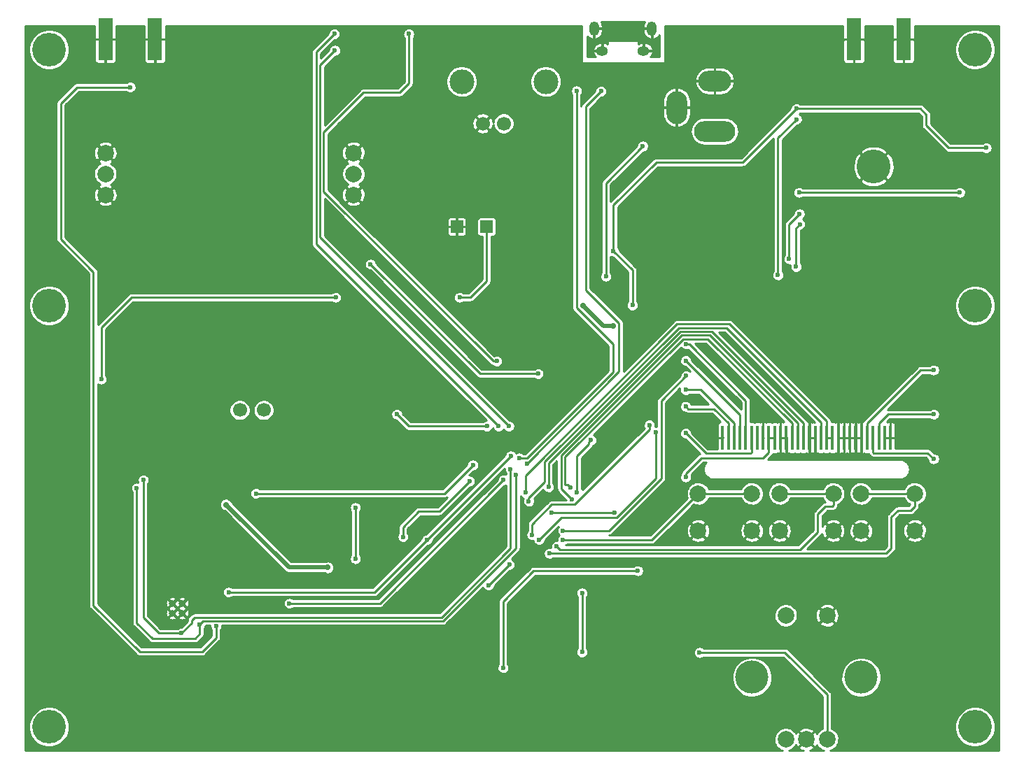
<source format=gbl>
G04 #@! TF.FileFunction,Copper,L2,Bot,Signal*
%FSLAX46Y46*%
G04 Gerber Fmt 4.6, Leading zero omitted, Abs format (unit mm)*
G04 Created by KiCad (PCBNEW 0.201512080931+6353~38~ubuntu14.04.1-stable) date Mon 28 Dec 2015 06:39:03 PM PST*
%MOMM*%
G01*
G04 APERTURE LIST*
%ADD10C,0.100000*%
%ADD11C,4.064000*%
%ADD12R,1.800000X5.080000*%
%ADD13C,0.300000*%
%ADD14O,4.000000X2.500000*%
%ADD15O,5.000000X2.500000*%
%ADD16O,2.500000X4.000000*%
%ADD17C,2.000000*%
%ADD18R,1.501140X1.501140*%
%ADD19C,4.000000*%
%ADD20C,4.100000*%
%ADD21C,2.999740*%
%ADD22C,1.700000*%
%ADD23R,0.400000X3.000000*%
%ADD24O,1.450000X1.150000*%
%ADD25O,1.200000X1.750000*%
%ADD26C,0.800000*%
%ADD27C,0.600000*%
%ADD28C,0.700000*%
%ADD29C,0.250000*%
%ADD30C,0.500000*%
G04 APERTURE END LIST*
D10*
D11*
X84000000Y-85000000D03*
X196000000Y-85000000D03*
X84000000Y-136000000D03*
X196000000Y-136000000D03*
X196000000Y-54000000D03*
X84000000Y-54000000D03*
D12*
X181350000Y-52750000D03*
D13*
X181350000Y-50710000D03*
X181350000Y-54710000D03*
X181850000Y-53710000D03*
X180850000Y-53710000D03*
X181350000Y-52710000D03*
X181850000Y-51710000D03*
X180850000Y-51710000D03*
X187350000Y-50710000D03*
X187350000Y-54710000D03*
X187850000Y-53710000D03*
X186850000Y-53710000D03*
X187350000Y-52710000D03*
X187850000Y-51710000D03*
X186850000Y-51710000D03*
D12*
X187350000Y-52750000D03*
D14*
X164500000Y-57800000D03*
D15*
X164500000Y-63900000D03*
D16*
X159900000Y-61000000D03*
D12*
X90800000Y-52740000D03*
D13*
X90800000Y-50700000D03*
X90800000Y-54700000D03*
X91300000Y-53700000D03*
X90300000Y-53700000D03*
X90800000Y-52700000D03*
X91300000Y-51700000D03*
X90300000Y-51700000D03*
X96800000Y-50700000D03*
X96800000Y-54700000D03*
X97300000Y-53700000D03*
X96300000Y-53700000D03*
X96800000Y-52700000D03*
X97300000Y-51700000D03*
X96300000Y-51700000D03*
D12*
X96800000Y-52740000D03*
D17*
X90800000Y-69050000D03*
X120800000Y-69050000D03*
X90800000Y-66510000D03*
X90800000Y-71590000D03*
X120800000Y-66510000D03*
X120800000Y-71590000D03*
D18*
X133300000Y-75450000D03*
X136900000Y-75450000D03*
D17*
X173100000Y-137500000D03*
X175600000Y-137500000D03*
X178100000Y-137500000D03*
X178100000Y-122500000D03*
X173100000Y-122500000D03*
D19*
X182200000Y-130000000D03*
X169000000Y-130000000D03*
D20*
X183735000Y-68145000D03*
D17*
X188700000Y-112250000D03*
X182200000Y-112250000D03*
X188700000Y-107750000D03*
X182200000Y-107750000D03*
X178850000Y-112250000D03*
X172350000Y-112250000D03*
X178850000Y-107750000D03*
X172350000Y-107750000D03*
X169000000Y-112250000D03*
X162500000Y-112250000D03*
X169000000Y-107750000D03*
X162500000Y-107750000D03*
D21*
X133890000Y-57868920D03*
X144050000Y-57868920D03*
D22*
X138970000Y-62948920D03*
X136430000Y-62948920D03*
D23*
X165450000Y-101000000D03*
X166150000Y-101000000D03*
X166850000Y-101000000D03*
X167550000Y-101000000D03*
X168250000Y-101000000D03*
X168950000Y-101000000D03*
X169650000Y-101000000D03*
X170350000Y-101000000D03*
X171050000Y-101000000D03*
X171750000Y-101000000D03*
X172450000Y-101000000D03*
X173150000Y-101000000D03*
X173850000Y-101000000D03*
X174550000Y-101000000D03*
X175250000Y-101000000D03*
X175950000Y-101000000D03*
X176650000Y-101000000D03*
X177350000Y-101000000D03*
X178050000Y-101000000D03*
X178750000Y-101000000D03*
X179450000Y-101000000D03*
X180150000Y-101000000D03*
X180850000Y-101000000D03*
X181550000Y-101000000D03*
X182250000Y-101000000D03*
X182950000Y-101000000D03*
X183650000Y-101000000D03*
X184350000Y-101000000D03*
X185050000Y-101000000D03*
X185750000Y-101000000D03*
D22*
X107050000Y-97650000D03*
X109950000Y-97650000D03*
D24*
X150900000Y-54150000D03*
X155900000Y-54150000D03*
D25*
X149900000Y-51450000D03*
X156900000Y-51450000D03*
D26*
X98900000Y-121035000D03*
X98900000Y-122235000D03*
X100100000Y-122235000D03*
X100100000Y-121035000D03*
D27*
X134550000Y-97500000D03*
X152500000Y-100900000D03*
X149400000Y-104000000D03*
X139350000Y-95750000D03*
X139800000Y-88800000D03*
X146550000Y-94950000D03*
X150300000Y-89450000D03*
X160600000Y-102500000D03*
X157550000Y-107750000D03*
X102600000Y-121700000D03*
X133800000Y-104350000D03*
X141816949Y-99666949D03*
X141790532Y-111336485D03*
X151050000Y-56400000D03*
X142800000Y-114800000D03*
X139850000Y-103200000D03*
X152250000Y-78400000D03*
X154550000Y-84950000D03*
X174400000Y-61150000D03*
X197350000Y-65900000D03*
X137150000Y-118850000D03*
X139650000Y-116350000D03*
X161000000Y-105750000D03*
X161000000Y-100450000D03*
X129700000Y-113350000D03*
X105700000Y-119700000D03*
X161000000Y-97200000D03*
X161000000Y-95200000D03*
X161000000Y-91650000D03*
X161000000Y-89650000D03*
X191000000Y-103550000D03*
X191000000Y-98150000D03*
D28*
X148550000Y-85000000D03*
X152250000Y-87450000D03*
X105400000Y-109100000D03*
X117700000Y-116700000D03*
D27*
X109000000Y-107750000D03*
X135250000Y-104300000D03*
X133650000Y-84000000D03*
X118650000Y-84000000D03*
X90300000Y-93900000D03*
X148450000Y-126950000D03*
X148450000Y-119800000D03*
X151350000Y-81450000D03*
X155800000Y-65700000D03*
X150750000Y-59050000D03*
X141800000Y-104100000D03*
X147800000Y-59000000D03*
X140841580Y-103462028D03*
X118500000Y-52100000D03*
X138350000Y-99600000D03*
X118550000Y-54100000D03*
X139608051Y-99591949D03*
X127500000Y-52100000D03*
X138150000Y-91725010D03*
X93800000Y-58550000D03*
X104200000Y-123800000D03*
X113050000Y-121050000D03*
X138950000Y-106100000D03*
X149550000Y-101300000D03*
X138900000Y-128850000D03*
X155200000Y-117100000D03*
X147850000Y-107600000D03*
X136950000Y-99600000D03*
X126050000Y-98150000D03*
X121050000Y-109450000D03*
X121050000Y-115650000D03*
X134850000Y-106250000D03*
X126800000Y-113000000D03*
X122850000Y-80000000D03*
X143150000Y-93250000D03*
X139800000Y-104800000D03*
X95400000Y-106100000D03*
X100000000Y-124650000D03*
X140450000Y-105450000D03*
X94600000Y-107100000D03*
X102200000Y-123600000D03*
X191000000Y-92800000D03*
X146150000Y-113350000D03*
X145400000Y-114150000D03*
X144500000Y-115000000D03*
X162650000Y-127000000D03*
X144750000Y-110050000D03*
X152350000Y-110050000D03*
X174800000Y-75150000D03*
X174350000Y-80300000D03*
X157400000Y-100350000D03*
X143250000Y-113350000D03*
X174750000Y-73900000D03*
X173500000Y-79350000D03*
X156600000Y-99450000D03*
X142400000Y-112750000D03*
X141600000Y-107650000D03*
X142000000Y-108700000D03*
X174400000Y-62450000D03*
X172150000Y-81300000D03*
X161050000Y-93500000D03*
X146150000Y-112250000D03*
X147227149Y-108451904D03*
X144400000Y-106950000D03*
X147024990Y-107000000D03*
X174700000Y-71300000D03*
X194150000Y-71300000D03*
D29*
X149400000Y-104000000D02*
X152500000Y-100900000D01*
X151050000Y-56400000D02*
X158050000Y-56400000D01*
X158050000Y-56400000D02*
X159900000Y-58250000D01*
X159900000Y-58250000D02*
X159900000Y-61000000D01*
X129700000Y-113350000D02*
X139850000Y-103200000D01*
X157450000Y-67650000D02*
X167900000Y-67650000D01*
X167900000Y-67650000D02*
X174400000Y-61150000D01*
X152250000Y-72850000D02*
X157450000Y-67650000D01*
X152250000Y-78400000D02*
X152250000Y-72850000D01*
X154550000Y-84950000D02*
X154550000Y-80700000D01*
X154550000Y-80700000D02*
X152250000Y-78400000D01*
X190100000Y-61850000D02*
X189400000Y-61150000D01*
X189400000Y-61150000D02*
X174400000Y-61150000D01*
X190100000Y-63200000D02*
X190100000Y-61850000D01*
X192800000Y-65900000D02*
X190100000Y-63200000D01*
X197350000Y-65900000D02*
X192800000Y-65900000D01*
X139650000Y-116350000D02*
X137150000Y-118850000D01*
X171750000Y-101000000D02*
X171050000Y-101000000D01*
X162875736Y-103450000D02*
X170350000Y-103450000D01*
X170350000Y-103450000D02*
X171050000Y-102750000D01*
X171050000Y-102750000D02*
X171050000Y-101000000D01*
X161000000Y-105750000D02*
X161000000Y-105325736D01*
X161000000Y-105325736D02*
X162875736Y-103450000D01*
X163450000Y-102900000D02*
X168800000Y-102900000D01*
X168800000Y-102900000D02*
X168950000Y-102750000D01*
X168950000Y-102750000D02*
X168950000Y-101000000D01*
X161000000Y-100450000D02*
X163450000Y-102900000D01*
X105700000Y-119700000D02*
X123350000Y-119700000D01*
X123350000Y-119700000D02*
X129700000Y-113350000D01*
X161000000Y-97200000D02*
X161299999Y-97499999D01*
X164399999Y-97499999D02*
X166150000Y-99250000D01*
X161299999Y-97499999D02*
X164399999Y-97499999D01*
X166150000Y-99250000D02*
X166150000Y-101000000D01*
X161000000Y-95200000D02*
X162800000Y-95200000D01*
X162800000Y-95200000D02*
X166850000Y-99250000D01*
X166850000Y-99250000D02*
X166850000Y-101000000D01*
X161000000Y-91650000D02*
X167550000Y-98200000D01*
X167550000Y-98200000D02*
X167550000Y-101000000D01*
X161000000Y-89650000D02*
X161424264Y-89650000D01*
X161424264Y-89650000D02*
X168250000Y-96475736D01*
X168250000Y-96475736D02*
X168250000Y-99250000D01*
X168250000Y-99250000D02*
X168250000Y-101000000D01*
X191000000Y-103550000D02*
X190275001Y-102825001D01*
X183725001Y-102825001D02*
X183650000Y-102750000D01*
X190275001Y-102825001D02*
X183725001Y-102825001D01*
X183650000Y-102750000D02*
X183650000Y-101000000D01*
X191000000Y-98150000D02*
X185450000Y-98150000D01*
X185450000Y-98150000D02*
X184350000Y-99250000D01*
X184350000Y-99250000D02*
X184350000Y-101000000D01*
D30*
X152250000Y-87450000D02*
X151000000Y-87450000D01*
X151000000Y-87450000D02*
X148550000Y-85000000D01*
X117700000Y-116700000D02*
X113000000Y-116700000D01*
X113000000Y-116700000D02*
X105400000Y-109100000D01*
D29*
X135250000Y-104300000D02*
X131800000Y-107750000D01*
X131800000Y-107750000D02*
X109000000Y-107750000D01*
X134950000Y-84000000D02*
X136900000Y-82050000D01*
X136900000Y-82050000D02*
X136900000Y-75450000D01*
X133650000Y-84000000D02*
X134950000Y-84000000D01*
X90300000Y-87650000D02*
X93950000Y-84000000D01*
X93950000Y-84000000D02*
X118650000Y-84000000D01*
X90300000Y-93900000D02*
X90300000Y-87650000D01*
X148450000Y-119800000D02*
X148450000Y-126950000D01*
X155800000Y-65700000D02*
X151350000Y-70150000D01*
X151350000Y-70150000D02*
X151350000Y-73113590D01*
X151350000Y-73113590D02*
X151350000Y-81450000D01*
X148900000Y-83100998D02*
X148900000Y-60900000D01*
X148900000Y-60900000D02*
X150750000Y-59050000D01*
X152925001Y-92974999D02*
X152925001Y-87125999D01*
X152925001Y-87125999D02*
X148900000Y-83100998D01*
X141800000Y-104100000D02*
X152925001Y-92974999D01*
X147800000Y-85249002D02*
X147800000Y-59000000D01*
X152200000Y-91300000D02*
X152200000Y-89649002D01*
X152200000Y-89649002D02*
X147800000Y-85249002D01*
X152200000Y-93063590D02*
X152200000Y-91300000D01*
X152100000Y-93163590D02*
X152200000Y-93063590D01*
X141801562Y-103462028D02*
X152100000Y-93163590D01*
X140841580Y-103462028D02*
X141801562Y-103462028D01*
X138350000Y-99600000D02*
X116299981Y-77549981D01*
X116299981Y-77549981D02*
X116299981Y-54300019D01*
X116299981Y-54300019D02*
X118500000Y-52100000D01*
X139608051Y-99591949D02*
X116749991Y-76733889D01*
X116749991Y-76733889D02*
X116749991Y-55900009D01*
X116749991Y-55900009D02*
X118550000Y-54100000D01*
X126400000Y-59200000D02*
X127500000Y-58100000D01*
X127500000Y-58100000D02*
X127500000Y-52100000D01*
X122000000Y-59200000D02*
X126400000Y-59200000D01*
X117200000Y-64000000D02*
X122000000Y-59200000D01*
X117200000Y-71199274D02*
X117200000Y-64000000D01*
X138150000Y-91725010D02*
X137725736Y-91725010D01*
X137725736Y-91725010D02*
X117200000Y-71199274D01*
X93800000Y-58550000D02*
X87350000Y-58550000D01*
X87350000Y-58550000D02*
X85400000Y-60500000D01*
X85400000Y-60500000D02*
X85400000Y-76950000D01*
X85400000Y-76950000D02*
X89350000Y-80900000D01*
X89350000Y-80900000D02*
X89350000Y-121300000D01*
X89350000Y-121300000D02*
X94950000Y-126900000D01*
X94950000Y-126900000D02*
X102500000Y-126900000D01*
X102500000Y-126900000D02*
X104200000Y-125200000D01*
X104200000Y-125200000D02*
X104200000Y-123800000D01*
X138950000Y-106100000D02*
X124000000Y-121050000D01*
X124000000Y-121050000D02*
X113050000Y-121050000D01*
X149550000Y-101300000D02*
X149250001Y-101599999D01*
X149250001Y-101599999D02*
X149250001Y-101799999D01*
X149250001Y-101799999D02*
X147850000Y-103200000D01*
X142600000Y-117100000D02*
X138900000Y-120800000D01*
X138900000Y-120800000D02*
X138900000Y-128850000D01*
X155200000Y-117100000D02*
X142600000Y-117100000D01*
X147850000Y-103200000D02*
X147850000Y-107600000D01*
X126050000Y-98150000D02*
X127500000Y-99600000D01*
X127500000Y-99600000D02*
X136950000Y-99600000D01*
X121050000Y-115650000D02*
X121050000Y-109450000D01*
X128700000Y-109900000D02*
X131200000Y-109900000D01*
X131200000Y-109900000D02*
X134850000Y-106250000D01*
X126800000Y-111800000D02*
X128700000Y-109900000D01*
X126800000Y-113000000D02*
X126800000Y-111800000D01*
X143150000Y-93250000D02*
X136100000Y-93250000D01*
X136100000Y-93250000D02*
X122850000Y-80000000D01*
X139800000Y-104800000D02*
X139800000Y-114363590D01*
X139800000Y-114363590D02*
X131438601Y-122724989D01*
X101250000Y-123100000D02*
X101250000Y-123400000D01*
X101250000Y-123400000D02*
X100000000Y-124650000D01*
X101625011Y-122724989D02*
X101250000Y-123100000D01*
X131438601Y-122724989D02*
X101625011Y-122724989D01*
X97250000Y-124650000D02*
X95400000Y-122800000D01*
X95400000Y-122800000D02*
X95400000Y-106100000D01*
X100000000Y-124650000D02*
X97250000Y-124650000D01*
X140450000Y-105450000D02*
X140450000Y-114350000D01*
X140450000Y-114350000D02*
X131625001Y-123174999D01*
X131625001Y-123174999D02*
X102625001Y-123174999D01*
X102625001Y-123174999D02*
X102499999Y-123300001D01*
X102499999Y-123300001D02*
X102200000Y-123600000D01*
X94600000Y-123400002D02*
X94600000Y-107100000D01*
X96474999Y-125275001D02*
X94600000Y-123400002D01*
X102200000Y-124750000D02*
X101674999Y-125275001D01*
X101674999Y-125275001D02*
X96474999Y-125275001D01*
X102200000Y-123600000D02*
X102200000Y-124750000D01*
X191000000Y-92800000D02*
X189400000Y-92800000D01*
X189400000Y-92800000D02*
X182950000Y-99250000D01*
X182950000Y-99250000D02*
X182950000Y-101000000D01*
X146150000Y-113350000D02*
X156900000Y-113350000D01*
X156900000Y-113350000D02*
X162500000Y-107750000D01*
X169000000Y-107750000D02*
X162500000Y-107750000D01*
X145400000Y-114150000D02*
X145799990Y-114549990D01*
X177900000Y-109300000D02*
X178714213Y-109300000D01*
X145799990Y-114549990D02*
X174800010Y-114549990D01*
X174800010Y-114549990D02*
X176950000Y-112400000D01*
X176950000Y-110250000D02*
X177900000Y-109300000D01*
X176950000Y-112400000D02*
X176950000Y-110250000D01*
X178714213Y-109300000D02*
X178850000Y-109164213D01*
X178850000Y-109164213D02*
X178850000Y-107750000D01*
X178850000Y-107750000D02*
X172350000Y-107750000D01*
X182200000Y-107750000D02*
X188700000Y-107750000D01*
X144500000Y-115000000D02*
X185200000Y-115000000D01*
X185200000Y-115000000D02*
X185850000Y-114350000D01*
X185850000Y-114350000D02*
X185850000Y-110600000D01*
X185850000Y-110600000D02*
X186650000Y-109800000D01*
X186650000Y-109800000D02*
X188200000Y-109800000D01*
X188700000Y-109300000D02*
X188700000Y-107750000D01*
X188200000Y-109800000D02*
X188700000Y-109300000D01*
X173000000Y-127000000D02*
X178100000Y-132100000D01*
X178100000Y-132100000D02*
X178100000Y-137500000D01*
X162650000Y-127000000D02*
X173000000Y-127000000D01*
X152350000Y-110050000D02*
X144750000Y-110050000D01*
X174350000Y-80300000D02*
X174350000Y-75600000D01*
X174350000Y-75600000D02*
X174800000Y-75150000D01*
X143250000Y-113350000D02*
X145924999Y-110675001D01*
X145924999Y-110675001D02*
X152650001Y-110675001D01*
X152650001Y-110675001D02*
X157400000Y-105925002D01*
X157400000Y-105925002D02*
X157400000Y-100350000D01*
X173500000Y-79350000D02*
X173500000Y-75150000D01*
X173500000Y-75150000D02*
X174750000Y-73900000D01*
X142400000Y-112750000D02*
X142400000Y-111474998D01*
X142400000Y-111474998D02*
X144798093Y-109076905D01*
X144798093Y-109076905D02*
X147527150Y-109076905D01*
X147527150Y-109076905D02*
X156600000Y-100004055D01*
X156600000Y-100004055D02*
X156600000Y-99450000D01*
X178050000Y-101000000D02*
X178750000Y-101000000D01*
X141600000Y-107650000D02*
X141600000Y-105579358D01*
X166274962Y-87224962D02*
X178050000Y-99000000D01*
X141600000Y-105579358D02*
X159954396Y-87224962D01*
X159954396Y-87224962D02*
X166274962Y-87224962D01*
X178050000Y-99000000D02*
X178050000Y-99250000D01*
X178050000Y-99250000D02*
X178050000Y-101000000D01*
X142000000Y-108700000D02*
X142000000Y-108275736D01*
X177350000Y-99250000D02*
X177350000Y-101000000D01*
X142000000Y-108275736D02*
X143949990Y-106325746D01*
X143949990Y-106325746D02*
X143949991Y-103865777D01*
X143949991Y-103865777D02*
X160140797Y-87674971D01*
X160140797Y-87674971D02*
X165924971Y-87674971D01*
X165924971Y-87674971D02*
X177350000Y-99100000D01*
X177350000Y-99100000D02*
X177350000Y-99250000D01*
X172150000Y-81300000D02*
X172150000Y-64700000D01*
X172150000Y-64700000D02*
X174400000Y-62450000D01*
X146150000Y-112250000D02*
X151711412Y-112250000D01*
X151711412Y-112250000D02*
X158025001Y-105936411D01*
X158025001Y-105936411D02*
X158025001Y-96524999D01*
X158025001Y-96524999D02*
X161050000Y-93500000D01*
X147227149Y-108451904D02*
X145949980Y-107174735D01*
X145949980Y-107174735D02*
X145949980Y-103138608D01*
X145949980Y-103138608D02*
X160513598Y-88574990D01*
X163874990Y-88574990D02*
X174550000Y-99250000D01*
X160513598Y-88574990D02*
X163874990Y-88574990D01*
X174550000Y-99250000D02*
X174550000Y-101000000D01*
X144400000Y-106950000D02*
X144400000Y-104052178D01*
X144400000Y-104052178D02*
X160327197Y-88124981D01*
X160327197Y-88124981D02*
X164124981Y-88124981D01*
X164124981Y-88124981D02*
X175250000Y-99250000D01*
X175250000Y-99250000D02*
X175250000Y-101000000D01*
X146400001Y-106700001D02*
X146399989Y-106699989D01*
X146399989Y-106699989D02*
X146399989Y-103325009D01*
X146399989Y-103325009D02*
X160699999Y-89024999D01*
X160699999Y-89024999D02*
X163624999Y-89024999D01*
X163624999Y-89024999D02*
X173850000Y-99250000D01*
X173850000Y-99250000D02*
X173850000Y-101000000D01*
X147024990Y-107000000D02*
X146724991Y-106700001D01*
X146724991Y-106700001D02*
X146400001Y-106700001D01*
X194150000Y-71300000D02*
X174700000Y-71300000D01*
G36*
X155962590Y-50759653D02*
X155899572Y-50950513D01*
X155875000Y-51150000D01*
X155875000Y-51425000D01*
X156875000Y-51425000D01*
X156875000Y-51405000D01*
X156925000Y-51405000D01*
X156925000Y-51425000D01*
X156945000Y-51425000D01*
X156945000Y-51475000D01*
X156925000Y-51475000D01*
X156925000Y-52643410D01*
X157084990Y-52733168D01*
X157269155Y-52681544D01*
X157448674Y-52591146D01*
X157607108Y-52467462D01*
X157738368Y-52315246D01*
X157775000Y-52250557D01*
X157775000Y-54875000D01*
X156733584Y-54875000D01*
X156774783Y-54839429D01*
X156895357Y-54684784D01*
X156983445Y-54509587D01*
X157033468Y-54331078D01*
X156943400Y-54175000D01*
X155925000Y-54175000D01*
X155925000Y-54195000D01*
X155875000Y-54195000D01*
X155875000Y-54175000D01*
X155855000Y-54175000D01*
X155855000Y-54125000D01*
X155875000Y-54125000D01*
X155875000Y-53150000D01*
X155925000Y-53150000D01*
X155925000Y-54125000D01*
X156943400Y-54125000D01*
X157033468Y-53968922D01*
X156983445Y-53790413D01*
X156895357Y-53615216D01*
X156774783Y-53460571D01*
X156626356Y-53332420D01*
X156455780Y-53235688D01*
X156269610Y-53174092D01*
X156075000Y-53150000D01*
X155925000Y-53150000D01*
X155875000Y-53150000D01*
X155725000Y-53150000D01*
X155530390Y-53174092D01*
X155344220Y-53235688D01*
X155225000Y-53303297D01*
X155225000Y-53000000D01*
X155220051Y-52965176D01*
X155205596Y-52933109D01*
X155182780Y-52906339D01*
X155153410Y-52886985D01*
X155119810Y-52876580D01*
X155100000Y-52875000D01*
X151700000Y-52875000D01*
X151665176Y-52879949D01*
X151633109Y-52894404D01*
X151606339Y-52917220D01*
X151586985Y-52946590D01*
X151576580Y-52980190D01*
X151575000Y-53000000D01*
X151575000Y-53303297D01*
X151455780Y-53235688D01*
X151269610Y-53174092D01*
X151075000Y-53150000D01*
X150925000Y-53150000D01*
X150925000Y-54125000D01*
X150945000Y-54125000D01*
X150945000Y-54175000D01*
X150925000Y-54175000D01*
X150925000Y-54195000D01*
X150875000Y-54195000D01*
X150875000Y-54175000D01*
X149856600Y-54175000D01*
X149766532Y-54331078D01*
X149816555Y-54509587D01*
X149904643Y-54684784D01*
X150025217Y-54839429D01*
X150066416Y-54875000D01*
X149125000Y-54875000D01*
X149125000Y-53968922D01*
X149766532Y-53968922D01*
X149856600Y-54125000D01*
X150875000Y-54125000D01*
X150875000Y-53150000D01*
X150725000Y-53150000D01*
X150530390Y-53174092D01*
X150344220Y-53235688D01*
X150173644Y-53332420D01*
X150025217Y-53460571D01*
X149904643Y-53615216D01*
X149816555Y-53790413D01*
X149766532Y-53968922D01*
X149125000Y-53968922D01*
X149125000Y-52388731D01*
X149192892Y-52467462D01*
X149351326Y-52591146D01*
X149530845Y-52681544D01*
X149715010Y-52733168D01*
X149875000Y-52643410D01*
X149875000Y-51475000D01*
X149925000Y-51475000D01*
X149925000Y-52643410D01*
X150084990Y-52733168D01*
X150269155Y-52681544D01*
X150448674Y-52591146D01*
X150607108Y-52467462D01*
X150738368Y-52315246D01*
X150837410Y-52140347D01*
X150900428Y-51949487D01*
X150925000Y-51750000D01*
X150925000Y-51475000D01*
X155875000Y-51475000D01*
X155875000Y-51750000D01*
X155899572Y-51949487D01*
X155962590Y-52140347D01*
X156061632Y-52315246D01*
X156192892Y-52467462D01*
X156351326Y-52591146D01*
X156530845Y-52681544D01*
X156715010Y-52733168D01*
X156875000Y-52643410D01*
X156875000Y-51475000D01*
X155875000Y-51475000D01*
X150925000Y-51475000D01*
X149925000Y-51475000D01*
X149875000Y-51475000D01*
X149855000Y-51475000D01*
X149855000Y-51425000D01*
X149875000Y-51425000D01*
X149875000Y-51405000D01*
X149925000Y-51405000D01*
X149925000Y-51425000D01*
X150925000Y-51425000D01*
X150925000Y-51150000D01*
X150900428Y-50950513D01*
X150837410Y-50759653D01*
X150761159Y-50625000D01*
X156038841Y-50625000D01*
X155962590Y-50759653D01*
X155962590Y-50759653D01*
G37*
X155962590Y-50759653D02*
X155899572Y-50950513D01*
X155875000Y-51150000D01*
X155875000Y-51425000D01*
X156875000Y-51425000D01*
X156875000Y-51405000D01*
X156925000Y-51405000D01*
X156925000Y-51425000D01*
X156945000Y-51425000D01*
X156945000Y-51475000D01*
X156925000Y-51475000D01*
X156925000Y-52643410D01*
X157084990Y-52733168D01*
X157269155Y-52681544D01*
X157448674Y-52591146D01*
X157607108Y-52467462D01*
X157738368Y-52315246D01*
X157775000Y-52250557D01*
X157775000Y-54875000D01*
X156733584Y-54875000D01*
X156774783Y-54839429D01*
X156895357Y-54684784D01*
X156983445Y-54509587D01*
X157033468Y-54331078D01*
X156943400Y-54175000D01*
X155925000Y-54175000D01*
X155925000Y-54195000D01*
X155875000Y-54195000D01*
X155875000Y-54175000D01*
X155855000Y-54175000D01*
X155855000Y-54125000D01*
X155875000Y-54125000D01*
X155875000Y-53150000D01*
X155925000Y-53150000D01*
X155925000Y-54125000D01*
X156943400Y-54125000D01*
X157033468Y-53968922D01*
X156983445Y-53790413D01*
X156895357Y-53615216D01*
X156774783Y-53460571D01*
X156626356Y-53332420D01*
X156455780Y-53235688D01*
X156269610Y-53174092D01*
X156075000Y-53150000D01*
X155925000Y-53150000D01*
X155875000Y-53150000D01*
X155725000Y-53150000D01*
X155530390Y-53174092D01*
X155344220Y-53235688D01*
X155225000Y-53303297D01*
X155225000Y-53000000D01*
X155220051Y-52965176D01*
X155205596Y-52933109D01*
X155182780Y-52906339D01*
X155153410Y-52886985D01*
X155119810Y-52876580D01*
X155100000Y-52875000D01*
X151700000Y-52875000D01*
X151665176Y-52879949D01*
X151633109Y-52894404D01*
X151606339Y-52917220D01*
X151586985Y-52946590D01*
X151576580Y-52980190D01*
X151575000Y-53000000D01*
X151575000Y-53303297D01*
X151455780Y-53235688D01*
X151269610Y-53174092D01*
X151075000Y-53150000D01*
X150925000Y-53150000D01*
X150925000Y-54125000D01*
X150945000Y-54125000D01*
X150945000Y-54175000D01*
X150925000Y-54175000D01*
X150925000Y-54195000D01*
X150875000Y-54195000D01*
X150875000Y-54175000D01*
X149856600Y-54175000D01*
X149766532Y-54331078D01*
X149816555Y-54509587D01*
X149904643Y-54684784D01*
X150025217Y-54839429D01*
X150066416Y-54875000D01*
X149125000Y-54875000D01*
X149125000Y-53968922D01*
X149766532Y-53968922D01*
X149856600Y-54125000D01*
X150875000Y-54125000D01*
X150875000Y-53150000D01*
X150725000Y-53150000D01*
X150530390Y-53174092D01*
X150344220Y-53235688D01*
X150173644Y-53332420D01*
X150025217Y-53460571D01*
X149904643Y-53615216D01*
X149816555Y-53790413D01*
X149766532Y-53968922D01*
X149125000Y-53968922D01*
X149125000Y-52388731D01*
X149192892Y-52467462D01*
X149351326Y-52591146D01*
X149530845Y-52681544D01*
X149715010Y-52733168D01*
X149875000Y-52643410D01*
X149875000Y-51475000D01*
X149925000Y-51475000D01*
X149925000Y-52643410D01*
X150084990Y-52733168D01*
X150269155Y-52681544D01*
X150448674Y-52591146D01*
X150607108Y-52467462D01*
X150738368Y-52315246D01*
X150837410Y-52140347D01*
X150900428Y-51949487D01*
X150925000Y-51750000D01*
X150925000Y-51475000D01*
X155875000Y-51475000D01*
X155875000Y-51750000D01*
X155899572Y-51949487D01*
X155962590Y-52140347D01*
X156061632Y-52315246D01*
X156192892Y-52467462D01*
X156351326Y-52591146D01*
X156530845Y-52681544D01*
X156715010Y-52733168D01*
X156875000Y-52643410D01*
X156875000Y-51475000D01*
X155875000Y-51475000D01*
X150925000Y-51475000D01*
X149925000Y-51475000D01*
X149875000Y-51475000D01*
X149855000Y-51475000D01*
X149855000Y-51425000D01*
X149875000Y-51425000D01*
X149875000Y-51405000D01*
X149925000Y-51405000D01*
X149925000Y-51425000D01*
X150925000Y-51425000D01*
X150925000Y-51150000D01*
X150900428Y-50950513D01*
X150837410Y-50759653D01*
X150761159Y-50625000D01*
X156038841Y-50625000D01*
X155962590Y-50759653D01*
G36*
X89475000Y-52608750D02*
X89581250Y-52715000D01*
X90775000Y-52715000D01*
X90775000Y-52695000D01*
X90825000Y-52695000D01*
X90825000Y-52715000D01*
X92018750Y-52715000D01*
X92125000Y-52608750D01*
X92125000Y-51125000D01*
X95475000Y-51125000D01*
X95475000Y-52608750D01*
X95581250Y-52715000D01*
X96775000Y-52715000D01*
X96775000Y-52695000D01*
X96825000Y-52695000D01*
X96825000Y-52715000D01*
X98018750Y-52715000D01*
X98125000Y-52608750D01*
X98125000Y-51125000D01*
X148375000Y-51125000D01*
X148375000Y-55500000D01*
X148379949Y-55534824D01*
X148394404Y-55566891D01*
X148417220Y-55593661D01*
X148446590Y-55613015D01*
X148480190Y-55623420D01*
X148500000Y-55625000D01*
X158400000Y-55625000D01*
X158434824Y-55620051D01*
X158466891Y-55605596D01*
X158493661Y-55582780D01*
X158513015Y-55553410D01*
X158523420Y-55519810D01*
X158525000Y-55500000D01*
X158525000Y-52881250D01*
X180025000Y-52881250D01*
X180025000Y-55331859D01*
X180041332Y-55413968D01*
X180073370Y-55491313D01*
X180119881Y-55560922D01*
X180179078Y-55620119D01*
X180248687Y-55666630D01*
X180326032Y-55698667D01*
X180408141Y-55715000D01*
X181218750Y-55715000D01*
X181325000Y-55608750D01*
X181325000Y-52775000D01*
X181375000Y-52775000D01*
X181375000Y-55608750D01*
X181481250Y-55715000D01*
X182291859Y-55715000D01*
X182373968Y-55698667D01*
X182451313Y-55666630D01*
X182520922Y-55620119D01*
X182580119Y-55560922D01*
X182626630Y-55491313D01*
X182658668Y-55413968D01*
X182675000Y-55331859D01*
X182675000Y-52881250D01*
X186025000Y-52881250D01*
X186025000Y-55331859D01*
X186041332Y-55413968D01*
X186073370Y-55491313D01*
X186119881Y-55560922D01*
X186179078Y-55620119D01*
X186248687Y-55666630D01*
X186326032Y-55698667D01*
X186408141Y-55715000D01*
X187218750Y-55715000D01*
X187325000Y-55608750D01*
X187325000Y-52775000D01*
X187375000Y-52775000D01*
X187375000Y-55608750D01*
X187481250Y-55715000D01*
X188291859Y-55715000D01*
X188373968Y-55698667D01*
X188451313Y-55666630D01*
X188520922Y-55620119D01*
X188580119Y-55560922D01*
X188626630Y-55491313D01*
X188658668Y-55413968D01*
X188675000Y-55331859D01*
X188675000Y-54206591D01*
X193539771Y-54206591D01*
X193626753Y-54680518D01*
X193804131Y-55128524D01*
X194065149Y-55533544D01*
X194399865Y-55880153D01*
X194795529Y-56155147D01*
X195237072Y-56348052D01*
X195707674Y-56451521D01*
X196189411Y-56461612D01*
X196663933Y-56377941D01*
X197113166Y-56203694D01*
X197519999Y-55945510D01*
X197868936Y-55613222D01*
X198146686Y-55219487D01*
X198342669Y-54779302D01*
X198449420Y-54309434D01*
X198457105Y-53759079D01*
X198363515Y-53286413D01*
X198179899Y-52840927D01*
X197913251Y-52439590D01*
X197573728Y-52097689D01*
X197174263Y-51828246D01*
X196730070Y-51641525D01*
X196258069Y-51544637D01*
X195776238Y-51541273D01*
X195302931Y-51631561D01*
X194856174Y-51812063D01*
X194452985Y-52075902D01*
X194108722Y-52413029D01*
X193836497Y-52810604D01*
X193646679Y-53253483D01*
X193546498Y-53724796D01*
X193539771Y-54206591D01*
X188675000Y-54206591D01*
X188675000Y-52881250D01*
X188568750Y-52775000D01*
X187375000Y-52775000D01*
X187325000Y-52775000D01*
X186131250Y-52775000D01*
X186025000Y-52881250D01*
X182675000Y-52881250D01*
X182568750Y-52775000D01*
X181375000Y-52775000D01*
X181325000Y-52775000D01*
X180131250Y-52775000D01*
X180025000Y-52881250D01*
X158525000Y-52881250D01*
X158525000Y-51125000D01*
X180025000Y-51125000D01*
X180025000Y-52618750D01*
X180131250Y-52725000D01*
X181325000Y-52725000D01*
X181325000Y-52705000D01*
X181375000Y-52705000D01*
X181375000Y-52725000D01*
X182568750Y-52725000D01*
X182675000Y-52618750D01*
X182675000Y-51125000D01*
X186025000Y-51125000D01*
X186025000Y-52618750D01*
X186131250Y-52725000D01*
X187325000Y-52725000D01*
X187325000Y-52705000D01*
X187375000Y-52705000D01*
X187375000Y-52725000D01*
X188568750Y-52725000D01*
X188675000Y-52618750D01*
X188675000Y-51125000D01*
X198875000Y-51125000D01*
X198875000Y-138875000D01*
X178495759Y-138875000D01*
X178745609Y-138778089D01*
X178981563Y-138628349D01*
X179183937Y-138435630D01*
X179345025Y-138207273D01*
X179458691Y-137951976D01*
X179520604Y-137679464D01*
X179525061Y-137360272D01*
X179470781Y-137086137D01*
X179364288Y-136827766D01*
X179209639Y-136595000D01*
X179012724Y-136396706D01*
X178781044Y-136240436D01*
X178700531Y-136206591D01*
X193539771Y-136206591D01*
X193626753Y-136680518D01*
X193804131Y-137128524D01*
X194065149Y-137533544D01*
X194399865Y-137880153D01*
X194795529Y-138155147D01*
X195237072Y-138348052D01*
X195707674Y-138451521D01*
X196189411Y-138461612D01*
X196663933Y-138377941D01*
X197113166Y-138203694D01*
X197519999Y-137945510D01*
X197868936Y-137613222D01*
X198146686Y-137219487D01*
X198342669Y-136779302D01*
X198449420Y-136309434D01*
X198457105Y-135759079D01*
X198363515Y-135286413D01*
X198179899Y-134840927D01*
X197913251Y-134439590D01*
X197573728Y-134097689D01*
X197174263Y-133828246D01*
X196730070Y-133641525D01*
X196258069Y-133544637D01*
X195776238Y-133541273D01*
X195302931Y-133631561D01*
X194856174Y-133812063D01*
X194452985Y-134075902D01*
X194108722Y-134413029D01*
X193836497Y-134810604D01*
X193646679Y-135253483D01*
X193546498Y-135724796D01*
X193539771Y-136206591D01*
X178700531Y-136206591D01*
X178650000Y-136185350D01*
X178650000Y-132100000D01*
X178645042Y-132049438D01*
X178640614Y-131998827D01*
X178639807Y-131996050D01*
X178639525Y-131993171D01*
X178624838Y-131944524D01*
X178610667Y-131895748D01*
X178609336Y-131893181D01*
X178608500Y-131890411D01*
X178584632Y-131845521D01*
X178561268Y-131800448D01*
X178559466Y-131798190D01*
X178558107Y-131795635D01*
X178525965Y-131756225D01*
X178494300Y-131716559D01*
X178490332Y-131712534D01*
X178490264Y-131712451D01*
X178490187Y-131712388D01*
X178488909Y-131711091D01*
X176981719Y-130203901D01*
X179771812Y-130203901D01*
X179857661Y-130671655D01*
X180032729Y-131113826D01*
X180290348Y-131513572D01*
X180620704Y-131855666D01*
X181011216Y-132127079D01*
X181447008Y-132317472D01*
X181911481Y-132419593D01*
X182386944Y-132429552D01*
X182855286Y-132346971D01*
X183298669Y-132174994D01*
X183700203Y-131920173D01*
X184044596Y-131592212D01*
X184318728Y-131203605D01*
X184512158Y-130769153D01*
X184617520Y-130305404D01*
X184625104Y-129762216D01*
X184532733Y-129295706D01*
X184351508Y-128856023D01*
X184088334Y-128459913D01*
X183753233Y-128122464D01*
X183358970Y-127856530D01*
X182920562Y-127672241D01*
X182454708Y-127576615D01*
X181979153Y-127573295D01*
X181512009Y-127662407D01*
X181071071Y-127840558D01*
X180673133Y-128100961D01*
X180333353Y-128433698D01*
X180064674Y-128826094D01*
X179877328Y-129263205D01*
X179778452Y-129728380D01*
X179771812Y-130203901D01*
X176981719Y-130203901D01*
X173388909Y-126611091D01*
X173349657Y-126578850D01*
X173310732Y-126546188D01*
X173308195Y-126544793D01*
X173305962Y-126542959D01*
X173261183Y-126518948D01*
X173216668Y-126494476D01*
X173213914Y-126493602D01*
X173211362Y-126492234D01*
X173162733Y-126477367D01*
X173114351Y-126462019D01*
X173111479Y-126461697D01*
X173108712Y-126460851D01*
X173058125Y-126455712D01*
X173007679Y-126450054D01*
X173002031Y-126450014D01*
X173001920Y-126450003D01*
X173001817Y-126450013D01*
X173000000Y-126450000D01*
X163125614Y-126450000D01*
X163114368Y-126438675D01*
X162996496Y-126359169D01*
X162865426Y-126304072D01*
X162726150Y-126275483D01*
X162583973Y-126274490D01*
X162444312Y-126301132D01*
X162312485Y-126354394D01*
X162193514Y-126432246D01*
X162091930Y-126531724D01*
X162011604Y-126649039D01*
X161955593Y-126779721D01*
X161926032Y-126918794D01*
X161924047Y-127060960D01*
X161949713Y-127200804D01*
X162002053Y-127332999D01*
X162079073Y-127452511D01*
X162177839Y-127554787D01*
X162294590Y-127635931D01*
X162424879Y-127692852D01*
X162563742Y-127723383D01*
X162705890Y-127726361D01*
X162845910Y-127701672D01*
X162978468Y-127650256D01*
X163098514Y-127574072D01*
X163123792Y-127550000D01*
X172772182Y-127550000D01*
X177550000Y-132327818D01*
X177550000Y-136185237D01*
X177436609Y-136231050D01*
X177202769Y-136384070D01*
X177003105Y-136579596D01*
X176846792Y-136807884D01*
X176807643Y-136730635D01*
X176772946Y-136678707D01*
X176554883Y-136580472D01*
X175635355Y-137500000D01*
X176554883Y-138419528D01*
X176772946Y-138321293D01*
X176848000Y-138187956D01*
X176977833Y-138389418D01*
X177171960Y-138590443D01*
X177401436Y-138749933D01*
X177657520Y-138861813D01*
X177717498Y-138875000D01*
X175974298Y-138875000D01*
X176118982Y-138834534D01*
X176369365Y-138707643D01*
X176421293Y-138672946D01*
X176519528Y-138454883D01*
X175600000Y-137535355D01*
X174680472Y-138454883D01*
X174778707Y-138672946D01*
X175023318Y-138810634D01*
X175219959Y-138875000D01*
X173495759Y-138875000D01*
X173745609Y-138778089D01*
X173981563Y-138628349D01*
X174183937Y-138435630D01*
X174345025Y-138207273D01*
X174352444Y-138190609D01*
X174392357Y-138269365D01*
X174427054Y-138321293D01*
X174645117Y-138419528D01*
X175564645Y-137500000D01*
X174645117Y-136580472D01*
X174427054Y-136678707D01*
X174352845Y-136810543D01*
X174209639Y-136595000D01*
X174160103Y-136545117D01*
X174680472Y-136545117D01*
X175600000Y-137464645D01*
X176519528Y-136545117D01*
X176421293Y-136327054D01*
X176176682Y-136189366D01*
X175909909Y-136102044D01*
X175631227Y-136068445D01*
X175351344Y-136089860D01*
X175081018Y-136165466D01*
X174830635Y-136292357D01*
X174778707Y-136327054D01*
X174680472Y-136545117D01*
X174160103Y-136545117D01*
X174012724Y-136396706D01*
X173781044Y-136240436D01*
X173523423Y-136132142D01*
X173249674Y-136075949D01*
X172970224Y-136073998D01*
X172695717Y-136126363D01*
X172436609Y-136231050D01*
X172202769Y-136384070D01*
X172003105Y-136579596D01*
X171845221Y-136810179D01*
X171735131Y-137067038D01*
X171677029Y-137340388D01*
X171673127Y-137619818D01*
X171723574Y-137894684D01*
X171826449Y-138154516D01*
X171977833Y-138389418D01*
X172171960Y-138590443D01*
X172401436Y-138749933D01*
X172657520Y-138861813D01*
X172717498Y-138875000D01*
X81125000Y-138875000D01*
X81125000Y-136206591D01*
X81539771Y-136206591D01*
X81626753Y-136680518D01*
X81804131Y-137128524D01*
X82065149Y-137533544D01*
X82399865Y-137880153D01*
X82795529Y-138155147D01*
X83237072Y-138348052D01*
X83707674Y-138451521D01*
X84189411Y-138461612D01*
X84663933Y-138377941D01*
X85113166Y-138203694D01*
X85519999Y-137945510D01*
X85868936Y-137613222D01*
X86146686Y-137219487D01*
X86342669Y-136779302D01*
X86449420Y-136309434D01*
X86457105Y-135759079D01*
X86363515Y-135286413D01*
X86179899Y-134840927D01*
X85913251Y-134439590D01*
X85573728Y-134097689D01*
X85174263Y-133828246D01*
X84730070Y-133641525D01*
X84258069Y-133544637D01*
X83776238Y-133541273D01*
X83302931Y-133631561D01*
X82856174Y-133812063D01*
X82452985Y-134075902D01*
X82108722Y-134413029D01*
X81836497Y-134810604D01*
X81646679Y-135253483D01*
X81546498Y-135724796D01*
X81539771Y-136206591D01*
X81125000Y-136206591D01*
X81125000Y-130203901D01*
X166571812Y-130203901D01*
X166657661Y-130671655D01*
X166832729Y-131113826D01*
X167090348Y-131513572D01*
X167420704Y-131855666D01*
X167811216Y-132127079D01*
X168247008Y-132317472D01*
X168711481Y-132419593D01*
X169186944Y-132429552D01*
X169655286Y-132346971D01*
X170098669Y-132174994D01*
X170500203Y-131920173D01*
X170844596Y-131592212D01*
X171118728Y-131203605D01*
X171312158Y-130769153D01*
X171417520Y-130305404D01*
X171425104Y-129762216D01*
X171332733Y-129295706D01*
X171151508Y-128856023D01*
X170888334Y-128459913D01*
X170553233Y-128122464D01*
X170158970Y-127856530D01*
X169720562Y-127672241D01*
X169254708Y-127576615D01*
X168779153Y-127573295D01*
X168312009Y-127662407D01*
X167871071Y-127840558D01*
X167473133Y-128100961D01*
X167133353Y-128433698D01*
X166864674Y-128826094D01*
X166677328Y-129263205D01*
X166578452Y-129728380D01*
X166571812Y-130203901D01*
X81125000Y-130203901D01*
X81125000Y-128910960D01*
X138174047Y-128910960D01*
X138199713Y-129050804D01*
X138252053Y-129182999D01*
X138329073Y-129302511D01*
X138427839Y-129404787D01*
X138544590Y-129485931D01*
X138674879Y-129542852D01*
X138813742Y-129573383D01*
X138955890Y-129576361D01*
X139095910Y-129551672D01*
X139228468Y-129500256D01*
X139348514Y-129424072D01*
X139451477Y-129326022D01*
X139533434Y-129209841D01*
X139591264Y-129079953D01*
X139622763Y-128941306D01*
X139625031Y-128778910D01*
X139597415Y-128639438D01*
X139543234Y-128507986D01*
X139464553Y-128389562D01*
X139450000Y-128374907D01*
X139450000Y-121027818D01*
X140616858Y-119860960D01*
X147724047Y-119860960D01*
X147749713Y-120000804D01*
X147802053Y-120132999D01*
X147879073Y-120252511D01*
X147900000Y-120274182D01*
X147900000Y-126473821D01*
X147891930Y-126481724D01*
X147811604Y-126599039D01*
X147755593Y-126729721D01*
X147726032Y-126868794D01*
X147724047Y-127010960D01*
X147749713Y-127150804D01*
X147802053Y-127282999D01*
X147879073Y-127402511D01*
X147977839Y-127504787D01*
X148094590Y-127585931D01*
X148224879Y-127642852D01*
X148363742Y-127673383D01*
X148505890Y-127676361D01*
X148645910Y-127651672D01*
X148778468Y-127600256D01*
X148898514Y-127524072D01*
X149001477Y-127426022D01*
X149083434Y-127309841D01*
X149141264Y-127179953D01*
X149172763Y-127041306D01*
X149175031Y-126878910D01*
X149147415Y-126739438D01*
X149093234Y-126607986D01*
X149014553Y-126489562D01*
X149000000Y-126474907D01*
X149000000Y-122619818D01*
X171673127Y-122619818D01*
X171723574Y-122894684D01*
X171826449Y-123154516D01*
X171977833Y-123389418D01*
X172171960Y-123590443D01*
X172401436Y-123749933D01*
X172657520Y-123861813D01*
X172930458Y-123921822D01*
X173209854Y-123927675D01*
X173485065Y-123879148D01*
X173745609Y-123778089D01*
X173981563Y-123628349D01*
X174163719Y-123454883D01*
X177180472Y-123454883D01*
X177278707Y-123672946D01*
X177523318Y-123810634D01*
X177790091Y-123897956D01*
X178068773Y-123931555D01*
X178348656Y-123910140D01*
X178618982Y-123834534D01*
X178869365Y-123707643D01*
X178921293Y-123672946D01*
X179019528Y-123454883D01*
X178100000Y-122535355D01*
X177180472Y-123454883D01*
X174163719Y-123454883D01*
X174183937Y-123435630D01*
X174345025Y-123207273D01*
X174458691Y-122951976D01*
X174520604Y-122679464D01*
X174523545Y-122468773D01*
X176668445Y-122468773D01*
X176689860Y-122748656D01*
X176765466Y-123018982D01*
X176892357Y-123269365D01*
X176927054Y-123321293D01*
X177145117Y-123419528D01*
X178064645Y-122500000D01*
X178135355Y-122500000D01*
X179054883Y-123419528D01*
X179272946Y-123321293D01*
X179410634Y-123076682D01*
X179497956Y-122809909D01*
X179531555Y-122531227D01*
X179510140Y-122251344D01*
X179434534Y-121981018D01*
X179307643Y-121730635D01*
X179272946Y-121678707D01*
X179054883Y-121580472D01*
X178135355Y-122500000D01*
X178064645Y-122500000D01*
X177145117Y-121580472D01*
X176927054Y-121678707D01*
X176789366Y-121923318D01*
X176702044Y-122190091D01*
X176668445Y-122468773D01*
X174523545Y-122468773D01*
X174525061Y-122360272D01*
X174470781Y-122086137D01*
X174364288Y-121827766D01*
X174209639Y-121595000D01*
X174160103Y-121545117D01*
X177180472Y-121545117D01*
X178100000Y-122464645D01*
X179019528Y-121545117D01*
X178921293Y-121327054D01*
X178676682Y-121189366D01*
X178409909Y-121102044D01*
X178131227Y-121068445D01*
X177851344Y-121089860D01*
X177581018Y-121165466D01*
X177330635Y-121292357D01*
X177278707Y-121327054D01*
X177180472Y-121545117D01*
X174160103Y-121545117D01*
X174012724Y-121396706D01*
X173781044Y-121240436D01*
X173523423Y-121132142D01*
X173249674Y-121075949D01*
X172970224Y-121073998D01*
X172695717Y-121126363D01*
X172436609Y-121231050D01*
X172202769Y-121384070D01*
X172003105Y-121579596D01*
X171845221Y-121810179D01*
X171735131Y-122067038D01*
X171677029Y-122340388D01*
X171673127Y-122619818D01*
X149000000Y-122619818D01*
X149000000Y-120277429D01*
X149001477Y-120276022D01*
X149083434Y-120159841D01*
X149141264Y-120029953D01*
X149172763Y-119891306D01*
X149175031Y-119728910D01*
X149147415Y-119589438D01*
X149093234Y-119457986D01*
X149014553Y-119339562D01*
X148914368Y-119238675D01*
X148796496Y-119159169D01*
X148665426Y-119104072D01*
X148526150Y-119075483D01*
X148383973Y-119074490D01*
X148244312Y-119101132D01*
X148112485Y-119154394D01*
X147993514Y-119232246D01*
X147891930Y-119331724D01*
X147811604Y-119449039D01*
X147755593Y-119579721D01*
X147726032Y-119718794D01*
X147724047Y-119860960D01*
X140616858Y-119860960D01*
X142827818Y-117650000D01*
X154723216Y-117650000D01*
X154727839Y-117654787D01*
X154844590Y-117735931D01*
X154974879Y-117792852D01*
X155113742Y-117823383D01*
X155255890Y-117826361D01*
X155395910Y-117801672D01*
X155528468Y-117750256D01*
X155648514Y-117674072D01*
X155751477Y-117576022D01*
X155833434Y-117459841D01*
X155891264Y-117329953D01*
X155922763Y-117191306D01*
X155925031Y-117028910D01*
X155897415Y-116889438D01*
X155843234Y-116757986D01*
X155764553Y-116639562D01*
X155664368Y-116538675D01*
X155546496Y-116459169D01*
X155415426Y-116404072D01*
X155276150Y-116375483D01*
X155133973Y-116374490D01*
X154994312Y-116401132D01*
X154862485Y-116454394D01*
X154743514Y-116532246D01*
X154725384Y-116550000D01*
X142600000Y-116550000D01*
X142549438Y-116554958D01*
X142498827Y-116559386D01*
X142496050Y-116560193D01*
X142493171Y-116560475D01*
X142444524Y-116575162D01*
X142395748Y-116589333D01*
X142393181Y-116590664D01*
X142390411Y-116591500D01*
X142345521Y-116615368D01*
X142300448Y-116638732D01*
X142298190Y-116640534D01*
X142295635Y-116641893D01*
X142256225Y-116674035D01*
X142216559Y-116705700D01*
X142212534Y-116709668D01*
X142212451Y-116709736D01*
X142212388Y-116709813D01*
X142211091Y-116711091D01*
X138511091Y-120411091D01*
X138478850Y-120450343D01*
X138446188Y-120489268D01*
X138444793Y-120491805D01*
X138442959Y-120494038D01*
X138418948Y-120538817D01*
X138394476Y-120583332D01*
X138393602Y-120586086D01*
X138392234Y-120588638D01*
X138377367Y-120637267D01*
X138362019Y-120685649D01*
X138361697Y-120688521D01*
X138360851Y-120691288D01*
X138355712Y-120741875D01*
X138350054Y-120792321D01*
X138350014Y-120797969D01*
X138350003Y-120798080D01*
X138350013Y-120798183D01*
X138350000Y-120800000D01*
X138350000Y-128373821D01*
X138341930Y-128381724D01*
X138261604Y-128499039D01*
X138205593Y-128629721D01*
X138176032Y-128768794D01*
X138174047Y-128910960D01*
X81125000Y-128910960D01*
X81125000Y-85206591D01*
X81539771Y-85206591D01*
X81626753Y-85680518D01*
X81804131Y-86128524D01*
X82065149Y-86533544D01*
X82399865Y-86880153D01*
X82795529Y-87155147D01*
X83237072Y-87348052D01*
X83707674Y-87451521D01*
X84189411Y-87461612D01*
X84663933Y-87377941D01*
X85113166Y-87203694D01*
X85519999Y-86945510D01*
X85868936Y-86613222D01*
X86146686Y-86219487D01*
X86342669Y-85779302D01*
X86449420Y-85309434D01*
X86457105Y-84759079D01*
X86363515Y-84286413D01*
X86179899Y-83840927D01*
X85913251Y-83439590D01*
X85573728Y-83097689D01*
X85174263Y-82828246D01*
X84730070Y-82641525D01*
X84258069Y-82544637D01*
X83776238Y-82541273D01*
X83302931Y-82631561D01*
X82856174Y-82812063D01*
X82452985Y-83075902D01*
X82108722Y-83413029D01*
X81836497Y-83810604D01*
X81646679Y-84253483D01*
X81546498Y-84724796D01*
X81539771Y-85206591D01*
X81125000Y-85206591D01*
X81125000Y-60500000D01*
X84850000Y-60500000D01*
X84850000Y-76950000D01*
X84854958Y-77000562D01*
X84859386Y-77051173D01*
X84860193Y-77053950D01*
X84860475Y-77056829D01*
X84875162Y-77105476D01*
X84889333Y-77154252D01*
X84890664Y-77156819D01*
X84891500Y-77159589D01*
X84915368Y-77204479D01*
X84938732Y-77249552D01*
X84940534Y-77251810D01*
X84941893Y-77254365D01*
X84974035Y-77293775D01*
X85005700Y-77333441D01*
X85009668Y-77337466D01*
X85009736Y-77337549D01*
X85009813Y-77337612D01*
X85011091Y-77338909D01*
X88800000Y-81127817D01*
X88800000Y-121300000D01*
X88804958Y-121350562D01*
X88809386Y-121401173D01*
X88810193Y-121403950D01*
X88810475Y-121406829D01*
X88825162Y-121455476D01*
X88839333Y-121504252D01*
X88840664Y-121506819D01*
X88841500Y-121509589D01*
X88865368Y-121554479D01*
X88888732Y-121599552D01*
X88890534Y-121601810D01*
X88891893Y-121604365D01*
X88924035Y-121643775D01*
X88955700Y-121683441D01*
X88959668Y-121687466D01*
X88959736Y-121687549D01*
X88959813Y-121687612D01*
X88961091Y-121688909D01*
X94561091Y-127288909D01*
X94600343Y-127321150D01*
X94639268Y-127353812D01*
X94641805Y-127355207D01*
X94644038Y-127357041D01*
X94688817Y-127381052D01*
X94733332Y-127405524D01*
X94736086Y-127406398D01*
X94738638Y-127407766D01*
X94787267Y-127422633D01*
X94835649Y-127437981D01*
X94838521Y-127438303D01*
X94841288Y-127439149D01*
X94891875Y-127444288D01*
X94942321Y-127449946D01*
X94947969Y-127449986D01*
X94948080Y-127449997D01*
X94948183Y-127449987D01*
X94950000Y-127450000D01*
X102500000Y-127450000D01*
X102550562Y-127445042D01*
X102601173Y-127440614D01*
X102603950Y-127439807D01*
X102606829Y-127439525D01*
X102655476Y-127424838D01*
X102704252Y-127410667D01*
X102706819Y-127409336D01*
X102709589Y-127408500D01*
X102754479Y-127384632D01*
X102799552Y-127361268D01*
X102801810Y-127359466D01*
X102804365Y-127358107D01*
X102843775Y-127325965D01*
X102883441Y-127294300D01*
X102887466Y-127290332D01*
X102887549Y-127290264D01*
X102887612Y-127290187D01*
X102888909Y-127288909D01*
X104588909Y-125588909D01*
X104621150Y-125549657D01*
X104653812Y-125510732D01*
X104655207Y-125508195D01*
X104657041Y-125505962D01*
X104681052Y-125461183D01*
X104705524Y-125416668D01*
X104706398Y-125413914D01*
X104707766Y-125411362D01*
X104722633Y-125362733D01*
X104737981Y-125314351D01*
X104738303Y-125311479D01*
X104739149Y-125308712D01*
X104744288Y-125258125D01*
X104749946Y-125207679D01*
X104749986Y-125202031D01*
X104749997Y-125201920D01*
X104749987Y-125201817D01*
X104750000Y-125200000D01*
X104750000Y-124277429D01*
X104751477Y-124276022D01*
X104833434Y-124159841D01*
X104891264Y-124029953D01*
X104922763Y-123891306D01*
X104925031Y-123728910D01*
X104924257Y-123724999D01*
X131625001Y-123724999D01*
X131675563Y-123720041D01*
X131726174Y-123715613D01*
X131728951Y-123714806D01*
X131731830Y-123714524D01*
X131780477Y-123699837D01*
X131829253Y-123685666D01*
X131831820Y-123684335D01*
X131834590Y-123683499D01*
X131879480Y-123659631D01*
X131924553Y-123636267D01*
X131926811Y-123634465D01*
X131929366Y-123633106D01*
X131968776Y-123600964D01*
X132008442Y-123569299D01*
X132012467Y-123565331D01*
X132012550Y-123565263D01*
X132012613Y-123565186D01*
X132013910Y-123563908D01*
X136471638Y-119106180D01*
X136502053Y-119182999D01*
X136579073Y-119302511D01*
X136677839Y-119404787D01*
X136794590Y-119485931D01*
X136924879Y-119542852D01*
X137063742Y-119573383D01*
X137205890Y-119576361D01*
X137345910Y-119551672D01*
X137478468Y-119500256D01*
X137598514Y-119424072D01*
X137701477Y-119326022D01*
X137783434Y-119209841D01*
X137841264Y-119079953D01*
X137872763Y-118941306D01*
X137873276Y-118904542D01*
X139701548Y-117076270D01*
X139705890Y-117076361D01*
X139845910Y-117051672D01*
X139978468Y-117000256D01*
X140098514Y-116924072D01*
X140201477Y-116826022D01*
X140283434Y-116709841D01*
X140341264Y-116579953D01*
X140372763Y-116441306D01*
X140375031Y-116278910D01*
X140347415Y-116139438D01*
X140293234Y-116007986D01*
X140214553Y-115889562D01*
X140114368Y-115788675D01*
X139996496Y-115709169D01*
X139906486Y-115671332D01*
X140838909Y-114738909D01*
X140871150Y-114699657D01*
X140903812Y-114660732D01*
X140905207Y-114658195D01*
X140907041Y-114655962D01*
X140931032Y-114611218D01*
X140955524Y-114566668D01*
X140956399Y-114563909D01*
X140957765Y-114561362D01*
X140972619Y-114512779D01*
X140987981Y-114464351D01*
X140988303Y-114461478D01*
X140989149Y-114458712D01*
X140994288Y-114408125D01*
X140999946Y-114357679D01*
X140999986Y-114352031D01*
X140999997Y-114351920D01*
X140999987Y-114351817D01*
X141000000Y-114350000D01*
X141000000Y-108057398D01*
X141029073Y-108102511D01*
X141127839Y-108204787D01*
X141244590Y-108285931D01*
X141367921Y-108339812D01*
X141361604Y-108349039D01*
X141305593Y-108479721D01*
X141276032Y-108618794D01*
X141274047Y-108760960D01*
X141299713Y-108900804D01*
X141352053Y-109032999D01*
X141429073Y-109152511D01*
X141527839Y-109254787D01*
X141644590Y-109335931D01*
X141774879Y-109392852D01*
X141913742Y-109423383D01*
X142055890Y-109426361D01*
X142195910Y-109401672D01*
X142328468Y-109350256D01*
X142448514Y-109274072D01*
X142551477Y-109176022D01*
X142633434Y-109059841D01*
X142691264Y-108929953D01*
X142722763Y-108791306D01*
X142725031Y-108628910D01*
X142697415Y-108489438D01*
X142658509Y-108395045D01*
X143759304Y-107294250D01*
X143829073Y-107402511D01*
X143927839Y-107504787D01*
X144044590Y-107585931D01*
X144174879Y-107642852D01*
X144313742Y-107673383D01*
X144455890Y-107676361D01*
X144595910Y-107651672D01*
X144728468Y-107600256D01*
X144848514Y-107524072D01*
X144951477Y-107426022D01*
X145033434Y-107309841D01*
X145091264Y-107179953D01*
X145122763Y-107041306D01*
X145125031Y-106878910D01*
X145097415Y-106739438D01*
X145043234Y-106607986D01*
X144964553Y-106489562D01*
X144950000Y-106474907D01*
X144950000Y-104279996D01*
X145399980Y-103830016D01*
X145399980Y-107174735D01*
X145404938Y-107225297D01*
X145409366Y-107275908D01*
X145410173Y-107278685D01*
X145410455Y-107281564D01*
X145425142Y-107330211D01*
X145439313Y-107378987D01*
X145440644Y-107381554D01*
X145441480Y-107384324D01*
X145465348Y-107429214D01*
X145488712Y-107474287D01*
X145490514Y-107476545D01*
X145491873Y-107479100D01*
X145524015Y-107518510D01*
X145555680Y-107558176D01*
X145559648Y-107562201D01*
X145559716Y-107562284D01*
X145559793Y-107562347D01*
X145561071Y-107563644D01*
X146501321Y-108503894D01*
X146501196Y-108512864D01*
X146503773Y-108526905D01*
X144798093Y-108526905D01*
X144747527Y-108531863D01*
X144696920Y-108536291D01*
X144694143Y-108537098D01*
X144691264Y-108537380D01*
X144642617Y-108552067D01*
X144593841Y-108566238D01*
X144591274Y-108567569D01*
X144588504Y-108568405D01*
X144543633Y-108592263D01*
X144498542Y-108615636D01*
X144496282Y-108617440D01*
X144493728Y-108618798D01*
X144454330Y-108650930D01*
X144414653Y-108682604D01*
X144410631Y-108686570D01*
X144410544Y-108686641D01*
X144410477Y-108686722D01*
X144409185Y-108687996D01*
X142011091Y-111086089D01*
X141978850Y-111125341D01*
X141946188Y-111164266D01*
X141944793Y-111166803D01*
X141942959Y-111169036D01*
X141918948Y-111213815D01*
X141894476Y-111258330D01*
X141893602Y-111261084D01*
X141892234Y-111263636D01*
X141877367Y-111312265D01*
X141862019Y-111360647D01*
X141861697Y-111363519D01*
X141860851Y-111366286D01*
X141855712Y-111416873D01*
X141850054Y-111467319D01*
X141850014Y-111472967D01*
X141850003Y-111473078D01*
X141850013Y-111473181D01*
X141850000Y-111474998D01*
X141850000Y-112273821D01*
X141841930Y-112281724D01*
X141761604Y-112399039D01*
X141705593Y-112529721D01*
X141676032Y-112668794D01*
X141674047Y-112810960D01*
X141699713Y-112950804D01*
X141752053Y-113082999D01*
X141829073Y-113202511D01*
X141927839Y-113304787D01*
X142044590Y-113385931D01*
X142174879Y-113442852D01*
X142313742Y-113473383D01*
X142455890Y-113476361D01*
X142533537Y-113462670D01*
X142549713Y-113550804D01*
X142602053Y-113682999D01*
X142679073Y-113802511D01*
X142777839Y-113904787D01*
X142894590Y-113985931D01*
X143024879Y-114042852D01*
X143163742Y-114073383D01*
X143305890Y-114076361D01*
X143445910Y-114051672D01*
X143578468Y-114000256D01*
X143698514Y-113924072D01*
X143801477Y-113826022D01*
X143883434Y-113709841D01*
X143941264Y-113579953D01*
X143972763Y-113441306D01*
X143973276Y-113404542D01*
X145582887Y-111794931D01*
X145511604Y-111899039D01*
X145455593Y-112029721D01*
X145426032Y-112168794D01*
X145424047Y-112310960D01*
X145449713Y-112450804D01*
X145502053Y-112582999D01*
X145579073Y-112702511D01*
X145674270Y-112801091D01*
X145591930Y-112881724D01*
X145511604Y-112999039D01*
X145455593Y-113129721D01*
X145426032Y-113268794D01*
X145424047Y-113410960D01*
X145426649Y-113425137D01*
X145333973Y-113424490D01*
X145194312Y-113451132D01*
X145062485Y-113504394D01*
X144943514Y-113582246D01*
X144841930Y-113681724D01*
X144761604Y-113799039D01*
X144705593Y-113929721D01*
X144676032Y-114068794D01*
X144674047Y-114210960D01*
X144690185Y-114298891D01*
X144576150Y-114275483D01*
X144433973Y-114274490D01*
X144294312Y-114301132D01*
X144162485Y-114354394D01*
X144043514Y-114432246D01*
X143941930Y-114531724D01*
X143861604Y-114649039D01*
X143805593Y-114779721D01*
X143776032Y-114918794D01*
X143774047Y-115060960D01*
X143799713Y-115200804D01*
X143852053Y-115332999D01*
X143929073Y-115452511D01*
X144027839Y-115554787D01*
X144144590Y-115635931D01*
X144274879Y-115692852D01*
X144413742Y-115723383D01*
X144555890Y-115726361D01*
X144695910Y-115701672D01*
X144828468Y-115650256D01*
X144948514Y-115574072D01*
X144973792Y-115550000D01*
X185200000Y-115550000D01*
X185250562Y-115545042D01*
X185301173Y-115540614D01*
X185303950Y-115539807D01*
X185306829Y-115539525D01*
X185355476Y-115524838D01*
X185404252Y-115510667D01*
X185406819Y-115509336D01*
X185409589Y-115508500D01*
X185454479Y-115484632D01*
X185499552Y-115461268D01*
X185501810Y-115459466D01*
X185504365Y-115458107D01*
X185543775Y-115425965D01*
X185583441Y-115394300D01*
X185587466Y-115390332D01*
X185587549Y-115390264D01*
X185587612Y-115390187D01*
X185588909Y-115388909D01*
X186238909Y-114738909D01*
X186271150Y-114699657D01*
X186303812Y-114660732D01*
X186305207Y-114658195D01*
X186307041Y-114655962D01*
X186331052Y-114611183D01*
X186355524Y-114566668D01*
X186356398Y-114563914D01*
X186357766Y-114561362D01*
X186372633Y-114512733D01*
X186387981Y-114464351D01*
X186388303Y-114461479D01*
X186389149Y-114458712D01*
X186394288Y-114408125D01*
X186399946Y-114357679D01*
X186399986Y-114352031D01*
X186399997Y-114351920D01*
X186399987Y-114351817D01*
X186400000Y-114350000D01*
X186400000Y-113204883D01*
X187780472Y-113204883D01*
X187878707Y-113422946D01*
X188123318Y-113560634D01*
X188390091Y-113647956D01*
X188668773Y-113681555D01*
X188948656Y-113660140D01*
X189218982Y-113584534D01*
X189469365Y-113457643D01*
X189521293Y-113422946D01*
X189619528Y-113204883D01*
X188700000Y-112285355D01*
X187780472Y-113204883D01*
X186400000Y-113204883D01*
X186400000Y-112218773D01*
X187268445Y-112218773D01*
X187289860Y-112498656D01*
X187365466Y-112768982D01*
X187492357Y-113019365D01*
X187527054Y-113071293D01*
X187745117Y-113169528D01*
X188664645Y-112250000D01*
X188735355Y-112250000D01*
X189654883Y-113169528D01*
X189872946Y-113071293D01*
X190010634Y-112826682D01*
X190097956Y-112559909D01*
X190131555Y-112281227D01*
X190110140Y-112001344D01*
X190034534Y-111731018D01*
X189907643Y-111480635D01*
X189872946Y-111428707D01*
X189654883Y-111330472D01*
X188735355Y-112250000D01*
X188664645Y-112250000D01*
X187745117Y-111330472D01*
X187527054Y-111428707D01*
X187389366Y-111673318D01*
X187302044Y-111940091D01*
X187268445Y-112218773D01*
X186400000Y-112218773D01*
X186400000Y-111295117D01*
X187780472Y-111295117D01*
X188700000Y-112214645D01*
X189619528Y-111295117D01*
X189521293Y-111077054D01*
X189276682Y-110939366D01*
X189009909Y-110852044D01*
X188731227Y-110818445D01*
X188451344Y-110839860D01*
X188181018Y-110915466D01*
X187930635Y-111042357D01*
X187878707Y-111077054D01*
X187780472Y-111295117D01*
X186400000Y-111295117D01*
X186400000Y-110827818D01*
X186877818Y-110350000D01*
X188200000Y-110350000D01*
X188250562Y-110345042D01*
X188301173Y-110340614D01*
X188303950Y-110339807D01*
X188306829Y-110339525D01*
X188355476Y-110324838D01*
X188404252Y-110310667D01*
X188406819Y-110309336D01*
X188409589Y-110308500D01*
X188454479Y-110284632D01*
X188499552Y-110261268D01*
X188501810Y-110259466D01*
X188504365Y-110258107D01*
X188543775Y-110225965D01*
X188583441Y-110194300D01*
X188587466Y-110190332D01*
X188587549Y-110190264D01*
X188587612Y-110190187D01*
X188588909Y-110188909D01*
X189088909Y-109688909D01*
X189121150Y-109649657D01*
X189153812Y-109610732D01*
X189155207Y-109608195D01*
X189157041Y-109605962D01*
X189181052Y-109561183D01*
X189205524Y-109516668D01*
X189206398Y-109513914D01*
X189207766Y-109511362D01*
X189222633Y-109462733D01*
X189237981Y-109414351D01*
X189238303Y-109411479D01*
X189239149Y-109408712D01*
X189244288Y-109358125D01*
X189249946Y-109307679D01*
X189249986Y-109302031D01*
X189249997Y-109301920D01*
X189249987Y-109301817D01*
X189250000Y-109300000D01*
X189250000Y-109065174D01*
X189345609Y-109028089D01*
X189581563Y-108878349D01*
X189783937Y-108685630D01*
X189945025Y-108457273D01*
X190058691Y-108201976D01*
X190120604Y-107929464D01*
X190125061Y-107610272D01*
X190070781Y-107336137D01*
X189964288Y-107077766D01*
X189809639Y-106845000D01*
X189612724Y-106646706D01*
X189381044Y-106490436D01*
X189123423Y-106382142D01*
X188849674Y-106325949D01*
X188570224Y-106323998D01*
X188295717Y-106376363D01*
X188036609Y-106481050D01*
X187802769Y-106634070D01*
X187603105Y-106829596D01*
X187445221Y-107060179D01*
X187385294Y-107200000D01*
X183514669Y-107200000D01*
X183464288Y-107077766D01*
X183309639Y-106845000D01*
X183112724Y-106646706D01*
X182881044Y-106490436D01*
X182623423Y-106382142D01*
X182349674Y-106325949D01*
X182070224Y-106323998D01*
X181795717Y-106376363D01*
X181536609Y-106481050D01*
X181302769Y-106634070D01*
X181103105Y-106829596D01*
X180945221Y-107060179D01*
X180835131Y-107317038D01*
X180777029Y-107590388D01*
X180773127Y-107869818D01*
X180823574Y-108144684D01*
X180926449Y-108404516D01*
X181077833Y-108639418D01*
X181271960Y-108840443D01*
X181501436Y-108999933D01*
X181757520Y-109111813D01*
X182030458Y-109171822D01*
X182309854Y-109177675D01*
X182585065Y-109129148D01*
X182845609Y-109028089D01*
X183081563Y-108878349D01*
X183283937Y-108685630D01*
X183445025Y-108457273D01*
X183515048Y-108300000D01*
X187385068Y-108300000D01*
X187426449Y-108404516D01*
X187577833Y-108639418D01*
X187771960Y-108840443D01*
X188001436Y-108999933D01*
X188150000Y-109064839D01*
X188150000Y-109072182D01*
X187972182Y-109250000D01*
X186650000Y-109250000D01*
X186599438Y-109254958D01*
X186548827Y-109259386D01*
X186546050Y-109260193D01*
X186543171Y-109260475D01*
X186494524Y-109275162D01*
X186445748Y-109289333D01*
X186443181Y-109290664D01*
X186440411Y-109291500D01*
X186395521Y-109315368D01*
X186350448Y-109338732D01*
X186348190Y-109340534D01*
X186345635Y-109341893D01*
X186306255Y-109374010D01*
X186266559Y-109405699D01*
X186262533Y-109409670D01*
X186262451Y-109409736D01*
X186262389Y-109409811D01*
X186261091Y-109411091D01*
X185461091Y-110211091D01*
X185428850Y-110250343D01*
X185396188Y-110289268D01*
X185394793Y-110291805D01*
X185392959Y-110294038D01*
X185368948Y-110338817D01*
X185344476Y-110383332D01*
X185343602Y-110386086D01*
X185342234Y-110388638D01*
X185327367Y-110437267D01*
X185312019Y-110485649D01*
X185311697Y-110488521D01*
X185310851Y-110491288D01*
X185305712Y-110541875D01*
X185300054Y-110592321D01*
X185300014Y-110597969D01*
X185300003Y-110598080D01*
X185300013Y-110598183D01*
X185300000Y-110600000D01*
X185300000Y-114122182D01*
X184972182Y-114450000D01*
X175677818Y-114450000D01*
X176922935Y-113204883D01*
X177930472Y-113204883D01*
X178028707Y-113422946D01*
X178273318Y-113560634D01*
X178540091Y-113647956D01*
X178818773Y-113681555D01*
X179098656Y-113660140D01*
X179368982Y-113584534D01*
X179619365Y-113457643D01*
X179671293Y-113422946D01*
X179769528Y-113204883D01*
X181280472Y-113204883D01*
X181378707Y-113422946D01*
X181623318Y-113560634D01*
X181890091Y-113647956D01*
X182168773Y-113681555D01*
X182448656Y-113660140D01*
X182718982Y-113584534D01*
X182969365Y-113457643D01*
X183021293Y-113422946D01*
X183119528Y-113204883D01*
X182200000Y-112285355D01*
X181280472Y-113204883D01*
X179769528Y-113204883D01*
X178850000Y-112285355D01*
X177930472Y-113204883D01*
X176922935Y-113204883D01*
X177338909Y-112788909D01*
X177371150Y-112749657D01*
X177403812Y-112710732D01*
X177405207Y-112708195D01*
X177407041Y-112705962D01*
X177431052Y-112661183D01*
X177455524Y-112616668D01*
X177456398Y-112613914D01*
X177457766Y-112611362D01*
X177464877Y-112588103D01*
X177515466Y-112768982D01*
X177642357Y-113019365D01*
X177677054Y-113071293D01*
X177895117Y-113169528D01*
X178814645Y-112250000D01*
X178885355Y-112250000D01*
X179804883Y-113169528D01*
X180022946Y-113071293D01*
X180160634Y-112826682D01*
X180247956Y-112559909D01*
X180281555Y-112281227D01*
X180276777Y-112218773D01*
X180768445Y-112218773D01*
X180789860Y-112498656D01*
X180865466Y-112768982D01*
X180992357Y-113019365D01*
X181027054Y-113071293D01*
X181245117Y-113169528D01*
X182164645Y-112250000D01*
X182235355Y-112250000D01*
X183154883Y-113169528D01*
X183372946Y-113071293D01*
X183510634Y-112826682D01*
X183597956Y-112559909D01*
X183631555Y-112281227D01*
X183610140Y-112001344D01*
X183534534Y-111731018D01*
X183407643Y-111480635D01*
X183372946Y-111428707D01*
X183154883Y-111330472D01*
X182235355Y-112250000D01*
X182164645Y-112250000D01*
X181245117Y-111330472D01*
X181027054Y-111428707D01*
X180889366Y-111673318D01*
X180802044Y-111940091D01*
X180768445Y-112218773D01*
X180276777Y-112218773D01*
X180260140Y-112001344D01*
X180184534Y-111731018D01*
X180057643Y-111480635D01*
X180022946Y-111428707D01*
X179804883Y-111330472D01*
X178885355Y-112250000D01*
X178814645Y-112250000D01*
X177895117Y-111330472D01*
X177677054Y-111428707D01*
X177539366Y-111673318D01*
X177500000Y-111793583D01*
X177500000Y-111295117D01*
X177930472Y-111295117D01*
X178850000Y-112214645D01*
X179769528Y-111295117D01*
X181280472Y-111295117D01*
X182200000Y-112214645D01*
X183119528Y-111295117D01*
X183021293Y-111077054D01*
X182776682Y-110939366D01*
X182509909Y-110852044D01*
X182231227Y-110818445D01*
X181951344Y-110839860D01*
X181681018Y-110915466D01*
X181430635Y-111042357D01*
X181378707Y-111077054D01*
X181280472Y-111295117D01*
X179769528Y-111295117D01*
X179671293Y-111077054D01*
X179426682Y-110939366D01*
X179159909Y-110852044D01*
X178881227Y-110818445D01*
X178601344Y-110839860D01*
X178331018Y-110915466D01*
X178080635Y-111042357D01*
X178028707Y-111077054D01*
X177930472Y-111295117D01*
X177500000Y-111295117D01*
X177500000Y-110477818D01*
X178127818Y-109850000D01*
X178714213Y-109850000D01*
X178764775Y-109845042D01*
X178815386Y-109840614D01*
X178818163Y-109839807D01*
X178821042Y-109839525D01*
X178869689Y-109824838D01*
X178918465Y-109810667D01*
X178921032Y-109809336D01*
X178923802Y-109808500D01*
X178968692Y-109784632D01*
X179013765Y-109761268D01*
X179016023Y-109759466D01*
X179018578Y-109758107D01*
X179057988Y-109725965D01*
X179097654Y-109694300D01*
X179101679Y-109690332D01*
X179101762Y-109690264D01*
X179101825Y-109690187D01*
X179103122Y-109688909D01*
X179238909Y-109553122D01*
X179271150Y-109513870D01*
X179303812Y-109474945D01*
X179305207Y-109472408D01*
X179307041Y-109470175D01*
X179331052Y-109425396D01*
X179355524Y-109380881D01*
X179356398Y-109378127D01*
X179357766Y-109375575D01*
X179372633Y-109326946D01*
X179387981Y-109278564D01*
X179388303Y-109275692D01*
X179389149Y-109272925D01*
X179394288Y-109222338D01*
X179399946Y-109171892D01*
X179399986Y-109166244D01*
X179399997Y-109166133D01*
X179399987Y-109166030D01*
X179400000Y-109164213D01*
X179400000Y-109065174D01*
X179495609Y-109028089D01*
X179731563Y-108878349D01*
X179933937Y-108685630D01*
X180095025Y-108457273D01*
X180208691Y-108201976D01*
X180270604Y-107929464D01*
X180275061Y-107610272D01*
X180220781Y-107336137D01*
X180114288Y-107077766D01*
X179959639Y-106845000D01*
X179762724Y-106646706D01*
X179531044Y-106490436D01*
X179273423Y-106382142D01*
X178999674Y-106325949D01*
X178720224Y-106323998D01*
X178445717Y-106376363D01*
X178186609Y-106481050D01*
X177952769Y-106634070D01*
X177753105Y-106829596D01*
X177595221Y-107060179D01*
X177535294Y-107200000D01*
X173664669Y-107200000D01*
X173614288Y-107077766D01*
X173459639Y-106845000D01*
X173262724Y-106646706D01*
X173031044Y-106490436D01*
X172773423Y-106382142D01*
X172499674Y-106325949D01*
X172220224Y-106323998D01*
X171945717Y-106376363D01*
X171686609Y-106481050D01*
X171452769Y-106634070D01*
X171253105Y-106829596D01*
X171095221Y-107060179D01*
X170985131Y-107317038D01*
X170927029Y-107590388D01*
X170923127Y-107869818D01*
X170973574Y-108144684D01*
X171076449Y-108404516D01*
X171227833Y-108639418D01*
X171421960Y-108840443D01*
X171651436Y-108999933D01*
X171907520Y-109111813D01*
X172180458Y-109171822D01*
X172459854Y-109177675D01*
X172735065Y-109129148D01*
X172995609Y-109028089D01*
X173231563Y-108878349D01*
X173433937Y-108685630D01*
X173595025Y-108457273D01*
X173665048Y-108300000D01*
X177535068Y-108300000D01*
X177576449Y-108404516D01*
X177727833Y-108639418D01*
X177840190Y-108755767D01*
X177798827Y-108759386D01*
X177796050Y-108760193D01*
X177793171Y-108760475D01*
X177744524Y-108775162D01*
X177695748Y-108789333D01*
X177693181Y-108790664D01*
X177690411Y-108791500D01*
X177645521Y-108815368D01*
X177600448Y-108838732D01*
X177598190Y-108840534D01*
X177595635Y-108841893D01*
X177556255Y-108874010D01*
X177516559Y-108905699D01*
X177512533Y-108909670D01*
X177512451Y-108909736D01*
X177512389Y-108909811D01*
X177511091Y-108911091D01*
X176561091Y-109861091D01*
X176528850Y-109900343D01*
X176496188Y-109939268D01*
X176494793Y-109941805D01*
X176492959Y-109944038D01*
X176468948Y-109988817D01*
X176444476Y-110033332D01*
X176443602Y-110036086D01*
X176442234Y-110038638D01*
X176427367Y-110087267D01*
X176412019Y-110135649D01*
X176411697Y-110138521D01*
X176410851Y-110141288D01*
X176405712Y-110191875D01*
X176400054Y-110242321D01*
X176400014Y-110247969D01*
X176400003Y-110248080D01*
X176400013Y-110248183D01*
X176400000Y-110250000D01*
X176400000Y-112172182D01*
X174572192Y-113999990D01*
X146478887Y-113999990D01*
X146598514Y-113924072D01*
X146623792Y-113900000D01*
X156900000Y-113900000D01*
X156950562Y-113895042D01*
X157001173Y-113890614D01*
X157003950Y-113889807D01*
X157006829Y-113889525D01*
X157055476Y-113874838D01*
X157104252Y-113860667D01*
X157106819Y-113859336D01*
X157109589Y-113858500D01*
X157154479Y-113834632D01*
X157199552Y-113811268D01*
X157201810Y-113809466D01*
X157204365Y-113808107D01*
X157243775Y-113775965D01*
X157283441Y-113744300D01*
X157287466Y-113740332D01*
X157287549Y-113740264D01*
X157287612Y-113740187D01*
X157288909Y-113738909D01*
X157822935Y-113204883D01*
X161580472Y-113204883D01*
X161678707Y-113422946D01*
X161923318Y-113560634D01*
X162190091Y-113647956D01*
X162468773Y-113681555D01*
X162748656Y-113660140D01*
X163018982Y-113584534D01*
X163269365Y-113457643D01*
X163321293Y-113422946D01*
X163419528Y-113204883D01*
X168080472Y-113204883D01*
X168178707Y-113422946D01*
X168423318Y-113560634D01*
X168690091Y-113647956D01*
X168968773Y-113681555D01*
X169248656Y-113660140D01*
X169518982Y-113584534D01*
X169769365Y-113457643D01*
X169821293Y-113422946D01*
X169919528Y-113204883D01*
X171430472Y-113204883D01*
X171528707Y-113422946D01*
X171773318Y-113560634D01*
X172040091Y-113647956D01*
X172318773Y-113681555D01*
X172598656Y-113660140D01*
X172868982Y-113584534D01*
X173119365Y-113457643D01*
X173171293Y-113422946D01*
X173269528Y-113204883D01*
X172350000Y-112285355D01*
X171430472Y-113204883D01*
X169919528Y-113204883D01*
X169000000Y-112285355D01*
X168080472Y-113204883D01*
X163419528Y-113204883D01*
X162500000Y-112285355D01*
X161580472Y-113204883D01*
X157822935Y-113204883D01*
X158809045Y-112218773D01*
X161068445Y-112218773D01*
X161089860Y-112498656D01*
X161165466Y-112768982D01*
X161292357Y-113019365D01*
X161327054Y-113071293D01*
X161545117Y-113169528D01*
X162464645Y-112250000D01*
X162535355Y-112250000D01*
X163454883Y-113169528D01*
X163672946Y-113071293D01*
X163810634Y-112826682D01*
X163897956Y-112559909D01*
X163931555Y-112281227D01*
X163926777Y-112218773D01*
X167568445Y-112218773D01*
X167589860Y-112498656D01*
X167665466Y-112768982D01*
X167792357Y-113019365D01*
X167827054Y-113071293D01*
X168045117Y-113169528D01*
X168964645Y-112250000D01*
X169035355Y-112250000D01*
X169954883Y-113169528D01*
X170172946Y-113071293D01*
X170310634Y-112826682D01*
X170397956Y-112559909D01*
X170431555Y-112281227D01*
X170426777Y-112218773D01*
X170918445Y-112218773D01*
X170939860Y-112498656D01*
X171015466Y-112768982D01*
X171142357Y-113019365D01*
X171177054Y-113071293D01*
X171395117Y-113169528D01*
X172314645Y-112250000D01*
X172385355Y-112250000D01*
X173304883Y-113169528D01*
X173522946Y-113071293D01*
X173660634Y-112826682D01*
X173747956Y-112559909D01*
X173781555Y-112281227D01*
X173760140Y-112001344D01*
X173684534Y-111731018D01*
X173557643Y-111480635D01*
X173522946Y-111428707D01*
X173304883Y-111330472D01*
X172385355Y-112250000D01*
X172314645Y-112250000D01*
X171395117Y-111330472D01*
X171177054Y-111428707D01*
X171039366Y-111673318D01*
X170952044Y-111940091D01*
X170918445Y-112218773D01*
X170426777Y-112218773D01*
X170410140Y-112001344D01*
X170334534Y-111731018D01*
X170207643Y-111480635D01*
X170172946Y-111428707D01*
X169954883Y-111330472D01*
X169035355Y-112250000D01*
X168964645Y-112250000D01*
X168045117Y-111330472D01*
X167827054Y-111428707D01*
X167689366Y-111673318D01*
X167602044Y-111940091D01*
X167568445Y-112218773D01*
X163926777Y-112218773D01*
X163910140Y-112001344D01*
X163834534Y-111731018D01*
X163707643Y-111480635D01*
X163672946Y-111428707D01*
X163454883Y-111330472D01*
X162535355Y-112250000D01*
X162464645Y-112250000D01*
X161545117Y-111330472D01*
X161327054Y-111428707D01*
X161189366Y-111673318D01*
X161102044Y-111940091D01*
X161068445Y-112218773D01*
X158809045Y-112218773D01*
X159732701Y-111295117D01*
X161580472Y-111295117D01*
X162500000Y-112214645D01*
X163419528Y-111295117D01*
X168080472Y-111295117D01*
X169000000Y-112214645D01*
X169919528Y-111295117D01*
X171430472Y-111295117D01*
X172350000Y-112214645D01*
X173269528Y-111295117D01*
X173171293Y-111077054D01*
X172926682Y-110939366D01*
X172659909Y-110852044D01*
X172381227Y-110818445D01*
X172101344Y-110839860D01*
X171831018Y-110915466D01*
X171580635Y-111042357D01*
X171528707Y-111077054D01*
X171430472Y-111295117D01*
X169919528Y-111295117D01*
X169821293Y-111077054D01*
X169576682Y-110939366D01*
X169309909Y-110852044D01*
X169031227Y-110818445D01*
X168751344Y-110839860D01*
X168481018Y-110915466D01*
X168230635Y-111042357D01*
X168178707Y-111077054D01*
X168080472Y-111295117D01*
X163419528Y-111295117D01*
X163321293Y-111077054D01*
X163076682Y-110939366D01*
X162809909Y-110852044D01*
X162531227Y-110818445D01*
X162251344Y-110839860D01*
X161981018Y-110915466D01*
X161730635Y-111042357D01*
X161678707Y-111077054D01*
X161580472Y-111295117D01*
X159732701Y-111295117D01*
X161959033Y-109068785D01*
X162057520Y-109111813D01*
X162330458Y-109171822D01*
X162609854Y-109177675D01*
X162885065Y-109129148D01*
X163145609Y-109028089D01*
X163381563Y-108878349D01*
X163583937Y-108685630D01*
X163745025Y-108457273D01*
X163815048Y-108300000D01*
X167685068Y-108300000D01*
X167726449Y-108404516D01*
X167877833Y-108639418D01*
X168071960Y-108840443D01*
X168301436Y-108999933D01*
X168557520Y-109111813D01*
X168830458Y-109171822D01*
X169109854Y-109177675D01*
X169385065Y-109129148D01*
X169645609Y-109028089D01*
X169881563Y-108878349D01*
X170083937Y-108685630D01*
X170245025Y-108457273D01*
X170358691Y-108201976D01*
X170420604Y-107929464D01*
X170425061Y-107610272D01*
X170370781Y-107336137D01*
X170264288Y-107077766D01*
X170109639Y-106845000D01*
X169912724Y-106646706D01*
X169681044Y-106490436D01*
X169423423Y-106382142D01*
X169149674Y-106325949D01*
X168870224Y-106323998D01*
X168595717Y-106376363D01*
X168336609Y-106481050D01*
X168102769Y-106634070D01*
X167903105Y-106829596D01*
X167745221Y-107060179D01*
X167685294Y-107200000D01*
X163814669Y-107200000D01*
X163764288Y-107077766D01*
X163609639Y-106845000D01*
X163412724Y-106646706D01*
X163181044Y-106490436D01*
X162923423Y-106382142D01*
X162649674Y-106325949D01*
X162370224Y-106323998D01*
X162095717Y-106376363D01*
X161836609Y-106481050D01*
X161602769Y-106634070D01*
X161403105Y-106829596D01*
X161245221Y-107060179D01*
X161135131Y-107317038D01*
X161077029Y-107590388D01*
X161073127Y-107869818D01*
X161123574Y-108144684D01*
X161181413Y-108290769D01*
X156672182Y-112800000D01*
X151711412Y-112800000D01*
X151761974Y-112795042D01*
X151812585Y-112790614D01*
X151815362Y-112789807D01*
X151818241Y-112789525D01*
X151866888Y-112774838D01*
X151915664Y-112760667D01*
X151918231Y-112759336D01*
X151921001Y-112758500D01*
X151965891Y-112734632D01*
X152010964Y-112711268D01*
X152013222Y-112709466D01*
X152015777Y-112708107D01*
X152055187Y-112675965D01*
X152094853Y-112644300D01*
X152098878Y-112640332D01*
X152098961Y-112640264D01*
X152099024Y-112640187D01*
X152100321Y-112638909D01*
X158413910Y-106325320D01*
X158446151Y-106286068D01*
X158478813Y-106247143D01*
X158480208Y-106244606D01*
X158482042Y-106242373D01*
X158506033Y-106197629D01*
X158530525Y-106153079D01*
X158531400Y-106150320D01*
X158532766Y-106147773D01*
X158547620Y-106099190D01*
X158562982Y-106050762D01*
X158563304Y-106047889D01*
X158564150Y-106045123D01*
X158569289Y-105994536D01*
X158574947Y-105944090D01*
X158574987Y-105938442D01*
X158574998Y-105938331D01*
X158574988Y-105938228D01*
X158575001Y-105936411D01*
X158575001Y-96752817D01*
X160294120Y-95033697D01*
X160276032Y-95118794D01*
X160274047Y-95260960D01*
X160299713Y-95400804D01*
X160352053Y-95532999D01*
X160429073Y-95652511D01*
X160527839Y-95754787D01*
X160644590Y-95835931D01*
X160774879Y-95892852D01*
X160913742Y-95923383D01*
X161055890Y-95926361D01*
X161195910Y-95901672D01*
X161328468Y-95850256D01*
X161448514Y-95774072D01*
X161473792Y-95750000D01*
X162572182Y-95750000D01*
X163772181Y-96949999D01*
X161681159Y-96949999D01*
X161643234Y-96857986D01*
X161564553Y-96739562D01*
X161464368Y-96638675D01*
X161346496Y-96559169D01*
X161215426Y-96504072D01*
X161076150Y-96475483D01*
X160933973Y-96474490D01*
X160794312Y-96501132D01*
X160662485Y-96554394D01*
X160543514Y-96632246D01*
X160441930Y-96731724D01*
X160361604Y-96849039D01*
X160305593Y-96979721D01*
X160276032Y-97118794D01*
X160274047Y-97260960D01*
X160299713Y-97400804D01*
X160352053Y-97532999D01*
X160429073Y-97652511D01*
X160527839Y-97754787D01*
X160644590Y-97835931D01*
X160774879Y-97892852D01*
X160913742Y-97923383D01*
X160954009Y-97924227D01*
X160989267Y-97953811D01*
X160991800Y-97955204D01*
X160994037Y-97957041D01*
X161038855Y-97981072D01*
X161083331Y-98005523D01*
X161086085Y-98006397D01*
X161088637Y-98007765D01*
X161137266Y-98022632D01*
X161185648Y-98037980D01*
X161188520Y-98038302D01*
X161191287Y-98039148D01*
X161241874Y-98044287D01*
X161292320Y-98049945D01*
X161297968Y-98049985D01*
X161298079Y-98049996D01*
X161298182Y-98049986D01*
X161299999Y-98049999D01*
X164172181Y-98049999D01*
X165199000Y-99076818D01*
X165126032Y-99091333D01*
X165048687Y-99123370D01*
X164979078Y-99169881D01*
X164919881Y-99229078D01*
X164873370Y-99298687D01*
X164841332Y-99376032D01*
X164825000Y-99458141D01*
X164825000Y-100868750D01*
X164931250Y-100975000D01*
X165425000Y-100975000D01*
X165425000Y-100955000D01*
X165475000Y-100955000D01*
X165475000Y-100975000D01*
X165495000Y-100975000D01*
X165495000Y-101025000D01*
X165475000Y-101025000D01*
X165475000Y-101045000D01*
X165425000Y-101045000D01*
X165425000Y-101025000D01*
X164931250Y-101025000D01*
X164825000Y-101131250D01*
X164825000Y-102350000D01*
X163677818Y-102350000D01*
X161724779Y-100396961D01*
X161725031Y-100378910D01*
X161697415Y-100239438D01*
X161643234Y-100107986D01*
X161564553Y-99989562D01*
X161464368Y-99888675D01*
X161346496Y-99809169D01*
X161215426Y-99754072D01*
X161076150Y-99725483D01*
X160933973Y-99724490D01*
X160794312Y-99751132D01*
X160662485Y-99804394D01*
X160543514Y-99882246D01*
X160441930Y-99981724D01*
X160361604Y-100099039D01*
X160305593Y-100229721D01*
X160276032Y-100368794D01*
X160274047Y-100510960D01*
X160299713Y-100650804D01*
X160352053Y-100782999D01*
X160429073Y-100902511D01*
X160527839Y-101004787D01*
X160644590Y-101085931D01*
X160774879Y-101142852D01*
X160913742Y-101173383D01*
X160946246Y-101174064D01*
X162702503Y-102930321D01*
X162671484Y-102939333D01*
X162668917Y-102940664D01*
X162666147Y-102941500D01*
X162621257Y-102965368D01*
X162576184Y-102988732D01*
X162573926Y-102990534D01*
X162571371Y-102991893D01*
X162531961Y-103024035D01*
X162492295Y-103055700D01*
X162488270Y-103059668D01*
X162488187Y-103059736D01*
X162488124Y-103059813D01*
X162486827Y-103061091D01*
X160611091Y-104936827D01*
X160578850Y-104976079D01*
X160546188Y-105015004D01*
X160544793Y-105017541D01*
X160542959Y-105019774D01*
X160518948Y-105064553D01*
X160494476Y-105109068D01*
X160493602Y-105111822D01*
X160492234Y-105114374D01*
X160477367Y-105163003D01*
X160462019Y-105211385D01*
X160461697Y-105214257D01*
X160460851Y-105217024D01*
X160455712Y-105267611D01*
X160455635Y-105268303D01*
X160441930Y-105281724D01*
X160361604Y-105399039D01*
X160305593Y-105529721D01*
X160276032Y-105668794D01*
X160274047Y-105810960D01*
X160299713Y-105950804D01*
X160352053Y-106082999D01*
X160429073Y-106202511D01*
X160527839Y-106304787D01*
X160644590Y-106385931D01*
X160774879Y-106442852D01*
X160913742Y-106473383D01*
X161055890Y-106476361D01*
X161195910Y-106451672D01*
X161328468Y-106400256D01*
X161448514Y-106324072D01*
X161551477Y-106226022D01*
X161633434Y-106109841D01*
X161691264Y-105979953D01*
X161722763Y-105841306D01*
X161725031Y-105678910D01*
X161697415Y-105539438D01*
X161658509Y-105445045D01*
X163103554Y-104000000D01*
X163442292Y-104000000D01*
X163315762Y-104152948D01*
X163206692Y-104354669D01*
X163138880Y-104573733D01*
X163114910Y-104801797D01*
X163135693Y-105030173D01*
X163200440Y-105250163D01*
X163306683Y-105453387D01*
X163450376Y-105632104D01*
X163626045Y-105779508D01*
X163826999Y-105889984D01*
X164045585Y-105959323D01*
X164273475Y-105984885D01*
X164289881Y-105985000D01*
X186910119Y-105985000D01*
X187138344Y-105962622D01*
X187357877Y-105896342D01*
X187560354Y-105788682D01*
X187738064Y-105643746D01*
X187884238Y-105467052D01*
X187993308Y-105265331D01*
X188061120Y-105046267D01*
X188085090Y-104818203D01*
X188064307Y-104589827D01*
X187999560Y-104369837D01*
X187893317Y-104166613D01*
X187749624Y-103987896D01*
X187573955Y-103840492D01*
X187373001Y-103730016D01*
X187154415Y-103660677D01*
X186926525Y-103635115D01*
X186910119Y-103635000D01*
X170942818Y-103635000D01*
X171438908Y-103138909D01*
X171471144Y-103099665D01*
X171503812Y-103060732D01*
X171505205Y-103058198D01*
X171507041Y-103055963D01*
X171531044Y-103011197D01*
X171555524Y-102966668D01*
X171556399Y-102963910D01*
X171557765Y-102961362D01*
X171568254Y-102927056D01*
X171950000Y-102927056D01*
X172017680Y-102921659D01*
X172097626Y-102896901D01*
X172126032Y-102908667D01*
X172208141Y-102925000D01*
X172318750Y-102925000D01*
X172425000Y-102818750D01*
X172425000Y-101025000D01*
X172475000Y-101025000D01*
X172475000Y-102818750D01*
X172581250Y-102925000D01*
X172691859Y-102925000D01*
X172773968Y-102908667D01*
X172800000Y-102897884D01*
X172826032Y-102908667D01*
X172908141Y-102925000D01*
X173018750Y-102925000D01*
X173125000Y-102818750D01*
X173125000Y-101025000D01*
X172475000Y-101025000D01*
X172425000Y-101025000D01*
X172405000Y-101025000D01*
X172405000Y-100975000D01*
X172425000Y-100975000D01*
X172425000Y-99181250D01*
X172318750Y-99075000D01*
X172208141Y-99075000D01*
X172126032Y-99091333D01*
X172098010Y-99102940D01*
X172068975Y-99089852D01*
X171950000Y-99072944D01*
X171550000Y-99072944D01*
X171482320Y-99078341D01*
X171399996Y-99103835D01*
X171368975Y-99089852D01*
X171250000Y-99072944D01*
X170850000Y-99072944D01*
X170782320Y-99078341D01*
X170702374Y-99103099D01*
X170673968Y-99091333D01*
X170591859Y-99075000D01*
X170481250Y-99075000D01*
X170375000Y-99181250D01*
X170375000Y-100975000D01*
X170395000Y-100975000D01*
X170395000Y-101025000D01*
X170375000Y-101025000D01*
X170375000Y-101045000D01*
X170325000Y-101045000D01*
X170325000Y-101025000D01*
X170305000Y-101025000D01*
X170305000Y-100975000D01*
X170325000Y-100975000D01*
X170325000Y-99181250D01*
X170218750Y-99075000D01*
X170108141Y-99075000D01*
X170026032Y-99091333D01*
X169998010Y-99102940D01*
X169968975Y-99089852D01*
X169850000Y-99072944D01*
X169450000Y-99072944D01*
X169382320Y-99078341D01*
X169299996Y-99103835D01*
X169268975Y-99089852D01*
X169150000Y-99072944D01*
X168800000Y-99072944D01*
X168800000Y-96475736D01*
X168795042Y-96425174D01*
X168790614Y-96374563D01*
X168789807Y-96371786D01*
X168789525Y-96368907D01*
X168774838Y-96320260D01*
X168760667Y-96271484D01*
X168759336Y-96268917D01*
X168758500Y-96266147D01*
X168734632Y-96221257D01*
X168711268Y-96176184D01*
X168709466Y-96173926D01*
X168708107Y-96171371D01*
X168675965Y-96131961D01*
X168644300Y-96092295D01*
X168640335Y-96088274D01*
X168640264Y-96088187D01*
X168640183Y-96088120D01*
X168638908Y-96086827D01*
X162127081Y-89574999D01*
X163397181Y-89574999D01*
X172899000Y-99076818D01*
X172826032Y-99091333D01*
X172800000Y-99102116D01*
X172773968Y-99091333D01*
X172691859Y-99075000D01*
X172581250Y-99075000D01*
X172475000Y-99181250D01*
X172475000Y-100975000D01*
X173125000Y-100975000D01*
X173125000Y-100955000D01*
X173175000Y-100955000D01*
X173175000Y-100975000D01*
X173195000Y-100975000D01*
X173195000Y-101025000D01*
X173175000Y-101025000D01*
X173175000Y-102818750D01*
X173281250Y-102925000D01*
X173391859Y-102925000D01*
X173473968Y-102908667D01*
X173501990Y-102897060D01*
X173531025Y-102910148D01*
X173650000Y-102927056D01*
X174050000Y-102927056D01*
X174117680Y-102921659D01*
X174200004Y-102896165D01*
X174231025Y-102910148D01*
X174350000Y-102927056D01*
X174750000Y-102927056D01*
X174817680Y-102921659D01*
X174900004Y-102896165D01*
X174931025Y-102910148D01*
X175050000Y-102927056D01*
X175450000Y-102927056D01*
X175517680Y-102921659D01*
X175597626Y-102896901D01*
X175626032Y-102908667D01*
X175708141Y-102925000D01*
X175818750Y-102925000D01*
X175925000Y-102818750D01*
X175925000Y-101025000D01*
X175975000Y-101025000D01*
X175975000Y-102818750D01*
X176081250Y-102925000D01*
X176191859Y-102925000D01*
X176273968Y-102908667D01*
X176300000Y-102897884D01*
X176326032Y-102908667D01*
X176408141Y-102925000D01*
X176518750Y-102925000D01*
X176625000Y-102818750D01*
X176625000Y-101025000D01*
X175975000Y-101025000D01*
X175925000Y-101025000D01*
X175905000Y-101025000D01*
X175905000Y-100975000D01*
X175925000Y-100975000D01*
X175925000Y-99181250D01*
X175818750Y-99075000D01*
X175769165Y-99075000D01*
X175760667Y-99045748D01*
X175759336Y-99043181D01*
X175758500Y-99040411D01*
X175734642Y-98995540D01*
X175711269Y-98950449D01*
X175709465Y-98948189D01*
X175708107Y-98945635D01*
X175675975Y-98906237D01*
X175644301Y-98866560D01*
X175640332Y-98862534D01*
X175640264Y-98862451D01*
X175640187Y-98862388D01*
X175638909Y-98861091D01*
X165002789Y-88224971D01*
X165697153Y-88224971D01*
X176624998Y-99152816D01*
X176624998Y-99181248D01*
X176518750Y-99075000D01*
X176408141Y-99075000D01*
X176326032Y-99091333D01*
X176300000Y-99102116D01*
X176273968Y-99091333D01*
X176191859Y-99075000D01*
X176081250Y-99075000D01*
X175975000Y-99181250D01*
X175975000Y-100975000D01*
X176625000Y-100975000D01*
X176625000Y-100955000D01*
X176675000Y-100955000D01*
X176675000Y-100975000D01*
X176695000Y-100975000D01*
X176695000Y-101025000D01*
X176675000Y-101025000D01*
X176675000Y-102818750D01*
X176781250Y-102925000D01*
X176891859Y-102925000D01*
X176973968Y-102908667D01*
X177001990Y-102897060D01*
X177031025Y-102910148D01*
X177150000Y-102927056D01*
X177550000Y-102927056D01*
X177617680Y-102921659D01*
X177700004Y-102896165D01*
X177731025Y-102910148D01*
X177850000Y-102927056D01*
X178250000Y-102927056D01*
X178317680Y-102921659D01*
X178400004Y-102896165D01*
X178431025Y-102910148D01*
X178550000Y-102927056D01*
X178950000Y-102927056D01*
X179017680Y-102921659D01*
X179097626Y-102896901D01*
X179126032Y-102908667D01*
X179208141Y-102925000D01*
X179318750Y-102925000D01*
X179425000Y-102818750D01*
X179425000Y-101025000D01*
X179475000Y-101025000D01*
X179475000Y-102818750D01*
X179581250Y-102925000D01*
X179691859Y-102925000D01*
X179773968Y-102908667D01*
X179800000Y-102897884D01*
X179826032Y-102908667D01*
X179908141Y-102925000D01*
X180018750Y-102925000D01*
X180125000Y-102818750D01*
X180125000Y-101025000D01*
X180175000Y-101025000D01*
X180175000Y-102818750D01*
X180281250Y-102925000D01*
X180391859Y-102925000D01*
X180473968Y-102908667D01*
X180500000Y-102897884D01*
X180526032Y-102908667D01*
X180608141Y-102925000D01*
X180718750Y-102925000D01*
X180825000Y-102818750D01*
X180825000Y-101025000D01*
X180875000Y-101025000D01*
X180875000Y-102818750D01*
X180981250Y-102925000D01*
X181091859Y-102925000D01*
X181173968Y-102908667D01*
X181200000Y-102897884D01*
X181226032Y-102908667D01*
X181308141Y-102925000D01*
X181418750Y-102925000D01*
X181525000Y-102818750D01*
X181525000Y-101025000D01*
X181575000Y-101025000D01*
X181575000Y-102818750D01*
X181681250Y-102925000D01*
X181791859Y-102925000D01*
X181873968Y-102908667D01*
X181900000Y-102897884D01*
X181926032Y-102908667D01*
X182008141Y-102925000D01*
X182118750Y-102925000D01*
X182225000Y-102818750D01*
X182225000Y-101025000D01*
X181575000Y-101025000D01*
X181525000Y-101025000D01*
X180875000Y-101025000D01*
X180825000Y-101025000D01*
X180175000Y-101025000D01*
X180125000Y-101025000D01*
X179475000Y-101025000D01*
X179425000Y-101025000D01*
X179405000Y-101025000D01*
X179405000Y-100975000D01*
X179425000Y-100975000D01*
X179425000Y-99181250D01*
X179475000Y-99181250D01*
X179475000Y-100975000D01*
X180125000Y-100975000D01*
X180125000Y-99181250D01*
X180175000Y-99181250D01*
X180175000Y-100975000D01*
X180825000Y-100975000D01*
X180825000Y-99181250D01*
X180875000Y-99181250D01*
X180875000Y-100975000D01*
X181525000Y-100975000D01*
X181525000Y-99181250D01*
X181575000Y-99181250D01*
X181575000Y-100975000D01*
X182225000Y-100975000D01*
X182225000Y-99181250D01*
X182275000Y-99181250D01*
X182275000Y-100975000D01*
X182295000Y-100975000D01*
X182295000Y-101025000D01*
X182275000Y-101025000D01*
X182275000Y-102818750D01*
X182381250Y-102925000D01*
X182491859Y-102925000D01*
X182573968Y-102908667D01*
X182601990Y-102897060D01*
X182631025Y-102910148D01*
X182750000Y-102927056D01*
X183131432Y-102927056D01*
X183139333Y-102954252D01*
X183140664Y-102956819D01*
X183141500Y-102959589D01*
X183165368Y-103004479D01*
X183188732Y-103049552D01*
X183190534Y-103051810D01*
X183191893Y-103054365D01*
X183224035Y-103093775D01*
X183255700Y-103133441D01*
X183259668Y-103137466D01*
X183259736Y-103137549D01*
X183259813Y-103137612D01*
X183261091Y-103138909D01*
X183336092Y-103213909D01*
X183375336Y-103246145D01*
X183414269Y-103278813D01*
X183416803Y-103280206D01*
X183419038Y-103282042D01*
X183463804Y-103306045D01*
X183508333Y-103330525D01*
X183511091Y-103331400D01*
X183513639Y-103332766D01*
X183562222Y-103347620D01*
X183610650Y-103362982D01*
X183613523Y-103363304D01*
X183616289Y-103364150D01*
X183666876Y-103369289D01*
X183717322Y-103374947D01*
X183722970Y-103374987D01*
X183723081Y-103374998D01*
X183723184Y-103374988D01*
X183725001Y-103375001D01*
X190047183Y-103375001D01*
X190274172Y-103601990D01*
X190274047Y-103610960D01*
X190299713Y-103750804D01*
X190352053Y-103882999D01*
X190429073Y-104002511D01*
X190527839Y-104104787D01*
X190644590Y-104185931D01*
X190774879Y-104242852D01*
X190913742Y-104273383D01*
X191055890Y-104276361D01*
X191195910Y-104251672D01*
X191328468Y-104200256D01*
X191448514Y-104124072D01*
X191551477Y-104026022D01*
X191633434Y-103909841D01*
X191691264Y-103779953D01*
X191722763Y-103641306D01*
X191725031Y-103478910D01*
X191697415Y-103339438D01*
X191643234Y-103207986D01*
X191564553Y-103089562D01*
X191464368Y-102988675D01*
X191346496Y-102909169D01*
X191215426Y-102854072D01*
X191076150Y-102825483D01*
X191053140Y-102825322D01*
X190663910Y-102436092D01*
X190624658Y-102403851D01*
X190585733Y-102371189D01*
X190583196Y-102369794D01*
X190580963Y-102367960D01*
X190536184Y-102343949D01*
X190491669Y-102319477D01*
X190488915Y-102318603D01*
X190486363Y-102317235D01*
X190437734Y-102302368D01*
X190389352Y-102287020D01*
X190386480Y-102286698D01*
X190383713Y-102285852D01*
X190333126Y-102280713D01*
X190282680Y-102275055D01*
X190277032Y-102275015D01*
X190276921Y-102275004D01*
X190276818Y-102275014D01*
X190275001Y-102275001D01*
X186375000Y-102275001D01*
X186375000Y-101131250D01*
X186268750Y-101025000D01*
X185775000Y-101025000D01*
X185775000Y-101045000D01*
X185725000Y-101045000D01*
X185725000Y-101025000D01*
X185075000Y-101025000D01*
X185075000Y-101045000D01*
X185025000Y-101045000D01*
X185025000Y-101025000D01*
X185005000Y-101025000D01*
X185005000Y-100975000D01*
X185025000Y-100975000D01*
X185025000Y-100955000D01*
X185075000Y-100955000D01*
X185075000Y-100975000D01*
X185725000Y-100975000D01*
X185725000Y-99181250D01*
X185775000Y-99181250D01*
X185775000Y-100975000D01*
X186268750Y-100975000D01*
X186375000Y-100868750D01*
X186375000Y-99458141D01*
X186358668Y-99376032D01*
X186326630Y-99298687D01*
X186280119Y-99229078D01*
X186220922Y-99169881D01*
X186151313Y-99123370D01*
X186073968Y-99091333D01*
X185991859Y-99075000D01*
X185881250Y-99075000D01*
X185775000Y-99181250D01*
X185725000Y-99181250D01*
X185618750Y-99075000D01*
X185508141Y-99075000D01*
X185426032Y-99091333D01*
X185400000Y-99102116D01*
X185373968Y-99091333D01*
X185301000Y-99076818D01*
X185677818Y-98700000D01*
X190523216Y-98700000D01*
X190527839Y-98704787D01*
X190644590Y-98785931D01*
X190774879Y-98842852D01*
X190913742Y-98873383D01*
X191055890Y-98876361D01*
X191195910Y-98851672D01*
X191328468Y-98800256D01*
X191448514Y-98724072D01*
X191551477Y-98626022D01*
X191633434Y-98509841D01*
X191691264Y-98379953D01*
X191722763Y-98241306D01*
X191725031Y-98078910D01*
X191697415Y-97939438D01*
X191643234Y-97807986D01*
X191564553Y-97689562D01*
X191464368Y-97588675D01*
X191346496Y-97509169D01*
X191215426Y-97454072D01*
X191076150Y-97425483D01*
X190933973Y-97424490D01*
X190794312Y-97451132D01*
X190662485Y-97504394D01*
X190543514Y-97582246D01*
X190525384Y-97600000D01*
X185450000Y-97600000D01*
X185399438Y-97604958D01*
X185370311Y-97607506D01*
X189627817Y-93350000D01*
X190523216Y-93350000D01*
X190527839Y-93354787D01*
X190644590Y-93435931D01*
X190774879Y-93492852D01*
X190913742Y-93523383D01*
X191055890Y-93526361D01*
X191195910Y-93501672D01*
X191328468Y-93450256D01*
X191448514Y-93374072D01*
X191551477Y-93276022D01*
X191633434Y-93159841D01*
X191691264Y-93029953D01*
X191722763Y-92891306D01*
X191725031Y-92728910D01*
X191697415Y-92589438D01*
X191643234Y-92457986D01*
X191564553Y-92339562D01*
X191464368Y-92238675D01*
X191346496Y-92159169D01*
X191215426Y-92104072D01*
X191076150Y-92075483D01*
X190933973Y-92074490D01*
X190794312Y-92101132D01*
X190662485Y-92154394D01*
X190543514Y-92232246D01*
X190525384Y-92250000D01*
X189400000Y-92250000D01*
X189349438Y-92254958D01*
X189298827Y-92259386D01*
X189296050Y-92260193D01*
X189293171Y-92260475D01*
X189244524Y-92275162D01*
X189195748Y-92289333D01*
X189193181Y-92290664D01*
X189190411Y-92291500D01*
X189145521Y-92315368D01*
X189100448Y-92338732D01*
X189098190Y-92340534D01*
X189095635Y-92341893D01*
X189056225Y-92374035D01*
X189016559Y-92405700D01*
X189012538Y-92409665D01*
X189012451Y-92409736D01*
X189012384Y-92409817D01*
X189011091Y-92411092D01*
X182561091Y-98861091D01*
X182528850Y-98900343D01*
X182496188Y-98939268D01*
X182494793Y-98941805D01*
X182492959Y-98944038D01*
X182468948Y-98988817D01*
X182444476Y-99033332D01*
X182443602Y-99036086D01*
X182442234Y-99038638D01*
X182431117Y-99075000D01*
X182381250Y-99075000D01*
X182275000Y-99181250D01*
X182225000Y-99181250D01*
X182118750Y-99075000D01*
X182008141Y-99075000D01*
X181926032Y-99091333D01*
X181900000Y-99102116D01*
X181873968Y-99091333D01*
X181791859Y-99075000D01*
X181681250Y-99075000D01*
X181575000Y-99181250D01*
X181525000Y-99181250D01*
X181418750Y-99075000D01*
X181308141Y-99075000D01*
X181226032Y-99091333D01*
X181200000Y-99102116D01*
X181173968Y-99091333D01*
X181091859Y-99075000D01*
X180981250Y-99075000D01*
X180875000Y-99181250D01*
X180825000Y-99181250D01*
X180718750Y-99075000D01*
X180608141Y-99075000D01*
X180526032Y-99091333D01*
X180500000Y-99102116D01*
X180473968Y-99091333D01*
X180391859Y-99075000D01*
X180281250Y-99075000D01*
X180175000Y-99181250D01*
X180125000Y-99181250D01*
X180018750Y-99075000D01*
X179908141Y-99075000D01*
X179826032Y-99091333D01*
X179800000Y-99102116D01*
X179773968Y-99091333D01*
X179691859Y-99075000D01*
X179581250Y-99075000D01*
X179475000Y-99181250D01*
X179425000Y-99181250D01*
X179318750Y-99075000D01*
X179208141Y-99075000D01*
X179126032Y-99091333D01*
X179098010Y-99102940D01*
X179068975Y-99089852D01*
X178950000Y-99072944D01*
X178600000Y-99072944D01*
X178600000Y-99000000D01*
X178595042Y-98949438D01*
X178590614Y-98898827D01*
X178589807Y-98896050D01*
X178589525Y-98893171D01*
X178574838Y-98844524D01*
X178560667Y-98795748D01*
X178559336Y-98793181D01*
X178558500Y-98790411D01*
X178534632Y-98745521D01*
X178511268Y-98700448D01*
X178509466Y-98698190D01*
X178508107Y-98695635D01*
X178475965Y-98656225D01*
X178444300Y-98616559D01*
X178440335Y-98612538D01*
X178440264Y-98612451D01*
X178440183Y-98612384D01*
X178438908Y-98611091D01*
X166663871Y-86836053D01*
X166624619Y-86803812D01*
X166585694Y-86771150D01*
X166583157Y-86769755D01*
X166580924Y-86767921D01*
X166536145Y-86743910D01*
X166491630Y-86719438D01*
X166488876Y-86718564D01*
X166486324Y-86717196D01*
X166437695Y-86702329D01*
X166389313Y-86686981D01*
X166386441Y-86686659D01*
X166383674Y-86685813D01*
X166333087Y-86680674D01*
X166282641Y-86675016D01*
X166276993Y-86674976D01*
X166276882Y-86674965D01*
X166276779Y-86674975D01*
X166274962Y-86674962D01*
X159954396Y-86674962D01*
X159903830Y-86679920D01*
X159853223Y-86684348D01*
X159850446Y-86685155D01*
X159847567Y-86685437D01*
X159798920Y-86700124D01*
X159750144Y-86714295D01*
X159747577Y-86715626D01*
X159744807Y-86716462D01*
X159699936Y-86740320D01*
X159654845Y-86763693D01*
X159652585Y-86765497D01*
X159650031Y-86766855D01*
X159610633Y-86798987D01*
X159570956Y-86830661D01*
X159566930Y-86834630D01*
X159566847Y-86834698D01*
X159566784Y-86834775D01*
X159565487Y-86836053D01*
X153475001Y-92926539D01*
X153475001Y-87125999D01*
X153470043Y-87075437D01*
X153465615Y-87024826D01*
X153464808Y-87022049D01*
X153464526Y-87019170D01*
X153449839Y-86970523D01*
X153435668Y-86921747D01*
X153434337Y-86919180D01*
X153433501Y-86916410D01*
X153409633Y-86871520D01*
X153386269Y-86826447D01*
X153384467Y-86824189D01*
X153383108Y-86821634D01*
X153350966Y-86782224D01*
X153319301Y-86742558D01*
X153315333Y-86738533D01*
X153315265Y-86738450D01*
X153315188Y-86738387D01*
X153313910Y-86737090D01*
X149450000Y-82873180D01*
X149450000Y-81510960D01*
X150624047Y-81510960D01*
X150649713Y-81650804D01*
X150702053Y-81782999D01*
X150779073Y-81902511D01*
X150877839Y-82004787D01*
X150994590Y-82085931D01*
X151124879Y-82142852D01*
X151263742Y-82173383D01*
X151405890Y-82176361D01*
X151545910Y-82151672D01*
X151678468Y-82100256D01*
X151798514Y-82024072D01*
X151901477Y-81926022D01*
X151983434Y-81809841D01*
X152041264Y-81679953D01*
X152072763Y-81541306D01*
X152075031Y-81378910D01*
X152047415Y-81239438D01*
X151993234Y-81107986D01*
X151914553Y-80989562D01*
X151900000Y-80974907D01*
X151900000Y-79038295D01*
X152024879Y-79092852D01*
X152163742Y-79123383D01*
X152196246Y-79124064D01*
X154000000Y-80927818D01*
X154000000Y-84473821D01*
X153991930Y-84481724D01*
X153911604Y-84599039D01*
X153855593Y-84729721D01*
X153826032Y-84868794D01*
X153824047Y-85010960D01*
X153849713Y-85150804D01*
X153902053Y-85282999D01*
X153979073Y-85402511D01*
X154077839Y-85504787D01*
X154194590Y-85585931D01*
X154324879Y-85642852D01*
X154463742Y-85673383D01*
X154605890Y-85676361D01*
X154745910Y-85651672D01*
X154878468Y-85600256D01*
X154998514Y-85524072D01*
X155101477Y-85426022D01*
X155183434Y-85309841D01*
X155229403Y-85206591D01*
X193539771Y-85206591D01*
X193626753Y-85680518D01*
X193804131Y-86128524D01*
X194065149Y-86533544D01*
X194399865Y-86880153D01*
X194795529Y-87155147D01*
X195237072Y-87348052D01*
X195707674Y-87451521D01*
X196189411Y-87461612D01*
X196663933Y-87377941D01*
X197113166Y-87203694D01*
X197519999Y-86945510D01*
X197868936Y-86613222D01*
X198146686Y-86219487D01*
X198342669Y-85779302D01*
X198449420Y-85309434D01*
X198457105Y-84759079D01*
X198363515Y-84286413D01*
X198179899Y-83840927D01*
X197913251Y-83439590D01*
X197573728Y-83097689D01*
X197174263Y-82828246D01*
X196730070Y-82641525D01*
X196258069Y-82544637D01*
X195776238Y-82541273D01*
X195302931Y-82631561D01*
X194856174Y-82812063D01*
X194452985Y-83075902D01*
X194108722Y-83413029D01*
X193836497Y-83810604D01*
X193646679Y-84253483D01*
X193546498Y-84724796D01*
X193539771Y-85206591D01*
X155229403Y-85206591D01*
X155241264Y-85179953D01*
X155272763Y-85041306D01*
X155275031Y-84878910D01*
X155247415Y-84739438D01*
X155193234Y-84607986D01*
X155114553Y-84489562D01*
X155100000Y-84474907D01*
X155100000Y-80700000D01*
X155095042Y-80649438D01*
X155090614Y-80598827D01*
X155089807Y-80596050D01*
X155089525Y-80593171D01*
X155074838Y-80544524D01*
X155060667Y-80495748D01*
X155059336Y-80493181D01*
X155058500Y-80490411D01*
X155034632Y-80445521D01*
X155011268Y-80400448D01*
X155009466Y-80398190D01*
X155008107Y-80395635D01*
X154975965Y-80356225D01*
X154944300Y-80316559D01*
X154940332Y-80312534D01*
X154940264Y-80312451D01*
X154940187Y-80312388D01*
X154938909Y-80311091D01*
X152974779Y-78346961D01*
X152975031Y-78328910D01*
X152947415Y-78189438D01*
X152893234Y-78057986D01*
X152814553Y-77939562D01*
X152800000Y-77924907D01*
X152800000Y-73077818D01*
X157677817Y-68200000D01*
X167900000Y-68200000D01*
X167950562Y-68195042D01*
X168001173Y-68190614D01*
X168003950Y-68189807D01*
X168006829Y-68189525D01*
X168055476Y-68174838D01*
X168104252Y-68160667D01*
X168106819Y-68159336D01*
X168109589Y-68158500D01*
X168154479Y-68134632D01*
X168199552Y-68111268D01*
X168201810Y-68109466D01*
X168204365Y-68108107D01*
X168243775Y-68075965D01*
X168283441Y-68044300D01*
X168287466Y-68040332D01*
X168287549Y-68040264D01*
X168287612Y-68040187D01*
X168288909Y-68038909D01*
X171600000Y-64727818D01*
X171600000Y-80823821D01*
X171591930Y-80831724D01*
X171511604Y-80949039D01*
X171455593Y-81079721D01*
X171426032Y-81218794D01*
X171424047Y-81360960D01*
X171449713Y-81500804D01*
X171502053Y-81632999D01*
X171579073Y-81752511D01*
X171677839Y-81854787D01*
X171794590Y-81935931D01*
X171924879Y-81992852D01*
X172063742Y-82023383D01*
X172205890Y-82026361D01*
X172345910Y-82001672D01*
X172478468Y-81950256D01*
X172598514Y-81874072D01*
X172701477Y-81776022D01*
X172783434Y-81659841D01*
X172841264Y-81529953D01*
X172872763Y-81391306D01*
X172875031Y-81228910D01*
X172847415Y-81089438D01*
X172793234Y-80957986D01*
X172714553Y-80839562D01*
X172700000Y-80824907D01*
X172700000Y-79410960D01*
X172774047Y-79410960D01*
X172799713Y-79550804D01*
X172852053Y-79682999D01*
X172929073Y-79802511D01*
X173027839Y-79904787D01*
X173144590Y-79985931D01*
X173274879Y-80042852D01*
X173413742Y-80073383D01*
X173555890Y-80076361D01*
X173665302Y-80057069D01*
X173655593Y-80079721D01*
X173626032Y-80218794D01*
X173624047Y-80360960D01*
X173649713Y-80500804D01*
X173702053Y-80632999D01*
X173779073Y-80752511D01*
X173877839Y-80854787D01*
X173994590Y-80935931D01*
X174124879Y-80992852D01*
X174263742Y-81023383D01*
X174405890Y-81026361D01*
X174545910Y-81001672D01*
X174678468Y-80950256D01*
X174798514Y-80874072D01*
X174901477Y-80776022D01*
X174983434Y-80659841D01*
X175041264Y-80529953D01*
X175072763Y-80391306D01*
X175075031Y-80228910D01*
X175047415Y-80089438D01*
X174993234Y-79957986D01*
X174914553Y-79839562D01*
X174900000Y-79824907D01*
X174900000Y-75868583D01*
X174995910Y-75851672D01*
X175128468Y-75800256D01*
X175248514Y-75724072D01*
X175351477Y-75626022D01*
X175433434Y-75509841D01*
X175491264Y-75379953D01*
X175522763Y-75241306D01*
X175525031Y-75078910D01*
X175497415Y-74939438D01*
X175443234Y-74807986D01*
X175364553Y-74689562D01*
X175264368Y-74588675D01*
X175146496Y-74509169D01*
X175144520Y-74508338D01*
X175198514Y-74474072D01*
X175301477Y-74376022D01*
X175383434Y-74259841D01*
X175441264Y-74129953D01*
X175472763Y-73991306D01*
X175475031Y-73828910D01*
X175447415Y-73689438D01*
X175393234Y-73557986D01*
X175314553Y-73439562D01*
X175214368Y-73338675D01*
X175096496Y-73259169D01*
X174965426Y-73204072D01*
X174826150Y-73175483D01*
X174683973Y-73174490D01*
X174544312Y-73201132D01*
X174412485Y-73254394D01*
X174293514Y-73332246D01*
X174191930Y-73431724D01*
X174111604Y-73549039D01*
X174055593Y-73679721D01*
X174026032Y-73818794D01*
X174025645Y-73846537D01*
X173111091Y-74761091D01*
X173078850Y-74800343D01*
X173046188Y-74839268D01*
X173044793Y-74841805D01*
X173042959Y-74844038D01*
X173018948Y-74888817D01*
X172994476Y-74933332D01*
X172993602Y-74936086D01*
X172992234Y-74938638D01*
X172977367Y-74987267D01*
X172962019Y-75035649D01*
X172961697Y-75038521D01*
X172960851Y-75041288D01*
X172955712Y-75091875D01*
X172950054Y-75142321D01*
X172950014Y-75147969D01*
X172950003Y-75148080D01*
X172950013Y-75148183D01*
X172950000Y-75150000D01*
X172950000Y-78873821D01*
X172941930Y-78881724D01*
X172861604Y-78999039D01*
X172805593Y-79129721D01*
X172776032Y-79268794D01*
X172774047Y-79410960D01*
X172700000Y-79410960D01*
X172700000Y-71360960D01*
X173974047Y-71360960D01*
X173999713Y-71500804D01*
X174052053Y-71632999D01*
X174129073Y-71752511D01*
X174227839Y-71854787D01*
X174344590Y-71935931D01*
X174474879Y-71992852D01*
X174613742Y-72023383D01*
X174755890Y-72026361D01*
X174895910Y-72001672D01*
X175028468Y-71950256D01*
X175148514Y-71874072D01*
X175173792Y-71850000D01*
X193673216Y-71850000D01*
X193677839Y-71854787D01*
X193794590Y-71935931D01*
X193924879Y-71992852D01*
X194063742Y-72023383D01*
X194205890Y-72026361D01*
X194345910Y-72001672D01*
X194478468Y-71950256D01*
X194598514Y-71874072D01*
X194701477Y-71776022D01*
X194783434Y-71659841D01*
X194841264Y-71529953D01*
X194872763Y-71391306D01*
X194875031Y-71228910D01*
X194847415Y-71089438D01*
X194793234Y-70957986D01*
X194714553Y-70839562D01*
X194614368Y-70738675D01*
X194496496Y-70659169D01*
X194365426Y-70604072D01*
X194226150Y-70575483D01*
X194083973Y-70574490D01*
X193944312Y-70601132D01*
X193812485Y-70654394D01*
X193693514Y-70732246D01*
X193675384Y-70750000D01*
X175175614Y-70750000D01*
X175164368Y-70738675D01*
X175046496Y-70659169D01*
X174915426Y-70604072D01*
X174776150Y-70575483D01*
X174633973Y-70574490D01*
X174494312Y-70601132D01*
X174362485Y-70654394D01*
X174243514Y-70732246D01*
X174141930Y-70831724D01*
X174061604Y-70949039D01*
X174005593Y-71079721D01*
X173976032Y-71218794D01*
X173974047Y-71360960D01*
X172700000Y-71360960D01*
X172700000Y-69846012D01*
X182069344Y-69846012D01*
X182293492Y-70171598D01*
X182716560Y-70413882D01*
X183178766Y-70568973D01*
X183662348Y-70630913D01*
X184148721Y-70597321D01*
X184619196Y-70469488D01*
X185055692Y-70252325D01*
X185176508Y-70171598D01*
X185400656Y-69846012D01*
X183735000Y-68180355D01*
X182069344Y-69846012D01*
X172700000Y-69846012D01*
X172700000Y-68072348D01*
X181249087Y-68072348D01*
X181282679Y-68558721D01*
X181410512Y-69029196D01*
X181627675Y-69465692D01*
X181708402Y-69586508D01*
X182033988Y-69810656D01*
X183699645Y-68145000D01*
X183770355Y-68145000D01*
X185436012Y-69810656D01*
X185761598Y-69586508D01*
X186003882Y-69163440D01*
X186158973Y-68701234D01*
X186220913Y-68217652D01*
X186187321Y-67731279D01*
X186059488Y-67260804D01*
X185842325Y-66824308D01*
X185761598Y-66703492D01*
X185436012Y-66479344D01*
X183770355Y-68145000D01*
X183699645Y-68145000D01*
X182033988Y-66479344D01*
X181708402Y-66703492D01*
X181466118Y-67126560D01*
X181311027Y-67588766D01*
X181249087Y-68072348D01*
X172700000Y-68072348D01*
X172700000Y-66443988D01*
X182069344Y-66443988D01*
X183735000Y-68109645D01*
X185400656Y-66443988D01*
X185176508Y-66118402D01*
X184753440Y-65876118D01*
X184291234Y-65721027D01*
X183807652Y-65659087D01*
X183321279Y-65692679D01*
X182850804Y-65820512D01*
X182414308Y-66037675D01*
X182293492Y-66118402D01*
X182069344Y-66443988D01*
X172700000Y-66443988D01*
X172700000Y-64927818D01*
X174451547Y-63176270D01*
X174455890Y-63176361D01*
X174595910Y-63151672D01*
X174728468Y-63100256D01*
X174848514Y-63024072D01*
X174951477Y-62926022D01*
X175033434Y-62809841D01*
X175091264Y-62679953D01*
X175122763Y-62541306D01*
X175125031Y-62378910D01*
X175097415Y-62239438D01*
X175043234Y-62107986D01*
X174964553Y-61989562D01*
X174864368Y-61888675D01*
X174746496Y-61809169D01*
X174726817Y-61800897D01*
X174728468Y-61800256D01*
X174848514Y-61724072D01*
X174873792Y-61700000D01*
X189172182Y-61700000D01*
X189550000Y-62077817D01*
X189550000Y-63200000D01*
X189554958Y-63250562D01*
X189559386Y-63301173D01*
X189560193Y-63303950D01*
X189560475Y-63306829D01*
X189575162Y-63355476D01*
X189589333Y-63404252D01*
X189590664Y-63406819D01*
X189591500Y-63409589D01*
X189615368Y-63454479D01*
X189638732Y-63499552D01*
X189640534Y-63501810D01*
X189641893Y-63504365D01*
X189674035Y-63543775D01*
X189705700Y-63583441D01*
X189709668Y-63587466D01*
X189709736Y-63587549D01*
X189709813Y-63587612D01*
X189711091Y-63588909D01*
X192411092Y-66288909D01*
X192450345Y-66321152D01*
X192489268Y-66353812D01*
X192491801Y-66355205D01*
X192494038Y-66357042D01*
X192538856Y-66381073D01*
X192583332Y-66405524D01*
X192586086Y-66406398D01*
X192588638Y-66407766D01*
X192637267Y-66422633D01*
X192685649Y-66437981D01*
X192688521Y-66438303D01*
X192691288Y-66439149D01*
X192741875Y-66444288D01*
X192792321Y-66449946D01*
X192797969Y-66449986D01*
X192798080Y-66449997D01*
X192798183Y-66449987D01*
X192800000Y-66450000D01*
X196873216Y-66450000D01*
X196877839Y-66454787D01*
X196994590Y-66535931D01*
X197124879Y-66592852D01*
X197263742Y-66623383D01*
X197405890Y-66626361D01*
X197545910Y-66601672D01*
X197678468Y-66550256D01*
X197798514Y-66474072D01*
X197901477Y-66376022D01*
X197983434Y-66259841D01*
X198041264Y-66129953D01*
X198072763Y-65991306D01*
X198075031Y-65828910D01*
X198047415Y-65689438D01*
X197993234Y-65557986D01*
X197914553Y-65439562D01*
X197814368Y-65338675D01*
X197696496Y-65259169D01*
X197565426Y-65204072D01*
X197426150Y-65175483D01*
X197283973Y-65174490D01*
X197144312Y-65201132D01*
X197012485Y-65254394D01*
X196893514Y-65332246D01*
X196875384Y-65350000D01*
X193027817Y-65350000D01*
X190650000Y-62972182D01*
X190650000Y-61850000D01*
X190645042Y-61799438D01*
X190640614Y-61748827D01*
X190639807Y-61746050D01*
X190639525Y-61743171D01*
X190624838Y-61694524D01*
X190610667Y-61645748D01*
X190609336Y-61643181D01*
X190608500Y-61640411D01*
X190584632Y-61595521D01*
X190561268Y-61550448D01*
X190559466Y-61548190D01*
X190558107Y-61545635D01*
X190525965Y-61506225D01*
X190494300Y-61466559D01*
X190490335Y-61462538D01*
X190490264Y-61462451D01*
X190490183Y-61462384D01*
X190488908Y-61461091D01*
X189788909Y-60761091D01*
X189749657Y-60728850D01*
X189710732Y-60696188D01*
X189708195Y-60694793D01*
X189705962Y-60692959D01*
X189661183Y-60668948D01*
X189616668Y-60644476D01*
X189613914Y-60643602D01*
X189611362Y-60642234D01*
X189562733Y-60627367D01*
X189514351Y-60612019D01*
X189511479Y-60611697D01*
X189508712Y-60610851D01*
X189458125Y-60605712D01*
X189407679Y-60600054D01*
X189402031Y-60600014D01*
X189401920Y-60600003D01*
X189401817Y-60600013D01*
X189400000Y-60600000D01*
X174875614Y-60600000D01*
X174864368Y-60588675D01*
X174746496Y-60509169D01*
X174615426Y-60454072D01*
X174476150Y-60425483D01*
X174333973Y-60424490D01*
X174194312Y-60451132D01*
X174062485Y-60504394D01*
X173943514Y-60582246D01*
X173841930Y-60681724D01*
X173761604Y-60799039D01*
X173705593Y-60929721D01*
X173676032Y-61068794D01*
X173675645Y-61096537D01*
X167672182Y-67100000D01*
X157450000Y-67100000D01*
X157399484Y-67104953D01*
X157348827Y-67109385D01*
X157346045Y-67110193D01*
X157343171Y-67110475D01*
X157294565Y-67125150D01*
X157245748Y-67139333D01*
X157243181Y-67140664D01*
X157240411Y-67141500D01*
X157195540Y-67165358D01*
X157150449Y-67188731D01*
X157148189Y-67190535D01*
X157145635Y-67191893D01*
X157106237Y-67224025D01*
X157066560Y-67255699D01*
X157062538Y-67259665D01*
X157062451Y-67259736D01*
X157062384Y-67259817D01*
X157061092Y-67261091D01*
X151900000Y-72422182D01*
X151900000Y-70377818D01*
X155851547Y-66426270D01*
X155855890Y-66426361D01*
X155995910Y-66401672D01*
X156128468Y-66350256D01*
X156248514Y-66274072D01*
X156351477Y-66176022D01*
X156433434Y-66059841D01*
X156491264Y-65929953D01*
X156522763Y-65791306D01*
X156525031Y-65628910D01*
X156497415Y-65489438D01*
X156443234Y-65357986D01*
X156364553Y-65239562D01*
X156264368Y-65138675D01*
X156146496Y-65059169D01*
X156015426Y-65004072D01*
X155876150Y-64975483D01*
X155733973Y-64974490D01*
X155594312Y-65001132D01*
X155462485Y-65054394D01*
X155343514Y-65132246D01*
X155241930Y-65231724D01*
X155161604Y-65349039D01*
X155105593Y-65479721D01*
X155076032Y-65618794D01*
X155075645Y-65646538D01*
X150961091Y-69761091D01*
X150928850Y-69800343D01*
X150896188Y-69839268D01*
X150894793Y-69841805D01*
X150892959Y-69844038D01*
X150868948Y-69888817D01*
X150844476Y-69933332D01*
X150843602Y-69936086D01*
X150842234Y-69938638D01*
X150827367Y-69987267D01*
X150812019Y-70035649D01*
X150811697Y-70038521D01*
X150810851Y-70041288D01*
X150805712Y-70091875D01*
X150800054Y-70142321D01*
X150800014Y-70147969D01*
X150800003Y-70148080D01*
X150800013Y-70148183D01*
X150800000Y-70150000D01*
X150800000Y-80973821D01*
X150791930Y-80981724D01*
X150711604Y-81099039D01*
X150655593Y-81229721D01*
X150626032Y-81368794D01*
X150624047Y-81510960D01*
X149450000Y-81510960D01*
X149450000Y-63888306D01*
X161560888Y-63888306D01*
X161590516Y-64213864D01*
X161682814Y-64527466D01*
X161834267Y-64817168D01*
X162039105Y-65071936D01*
X162289527Y-65282065D01*
X162575994Y-65439552D01*
X162887595Y-65538397D01*
X163212460Y-65574837D01*
X163235847Y-65575000D01*
X165764153Y-65575000D01*
X166089496Y-65543100D01*
X166402446Y-65448615D01*
X166691084Y-65295143D01*
X166944415Y-65088531D01*
X167152791Y-64836648D01*
X167308274Y-64549089D01*
X167404942Y-64236806D01*
X167439112Y-63911694D01*
X167409484Y-63586136D01*
X167317186Y-63272534D01*
X167165733Y-62982832D01*
X166960895Y-62728064D01*
X166710473Y-62517935D01*
X166424006Y-62360448D01*
X166112405Y-62261603D01*
X165787540Y-62225163D01*
X165764153Y-62225000D01*
X163235847Y-62225000D01*
X162910504Y-62256900D01*
X162597554Y-62351385D01*
X162308916Y-62504857D01*
X162055585Y-62711469D01*
X161847209Y-62963352D01*
X161691726Y-63250911D01*
X161595058Y-63563194D01*
X161560888Y-63888306D01*
X149450000Y-63888306D01*
X149450000Y-61127818D01*
X149552818Y-61025000D01*
X158225000Y-61025000D01*
X158225000Y-61775000D01*
X158262062Y-62101296D01*
X158362069Y-62414092D01*
X158521178Y-62701367D01*
X158733274Y-62952082D01*
X158990207Y-63156601D01*
X159282103Y-63307065D01*
X159597744Y-63397692D01*
X159613309Y-63400282D01*
X159875000Y-63318551D01*
X159875000Y-61025000D01*
X159925000Y-61025000D01*
X159925000Y-63318551D01*
X160186691Y-63400282D01*
X160202256Y-63397692D01*
X160517897Y-63307065D01*
X160809793Y-63156601D01*
X161066726Y-62952082D01*
X161278822Y-62701367D01*
X161437931Y-62414092D01*
X161537938Y-62101296D01*
X161575000Y-61775000D01*
X161575000Y-61025000D01*
X159925000Y-61025000D01*
X159875000Y-61025000D01*
X158225000Y-61025000D01*
X149552818Y-61025000D01*
X150352818Y-60225000D01*
X158225000Y-60225000D01*
X158225000Y-60975000D01*
X159875000Y-60975000D01*
X159875000Y-58681449D01*
X159925000Y-58681449D01*
X159925000Y-60975000D01*
X161575000Y-60975000D01*
X161575000Y-60225000D01*
X161537938Y-59898704D01*
X161437931Y-59585908D01*
X161278822Y-59298633D01*
X161066726Y-59047918D01*
X160809793Y-58843399D01*
X160517897Y-58692935D01*
X160202256Y-58602308D01*
X160186691Y-58599718D01*
X159925000Y-58681449D01*
X159875000Y-58681449D01*
X159613309Y-58599718D01*
X159597744Y-58602308D01*
X159282103Y-58692935D01*
X158990207Y-58843399D01*
X158733274Y-59047918D01*
X158521178Y-59298633D01*
X158362069Y-59585908D01*
X158262062Y-59898704D01*
X158225000Y-60225000D01*
X150352818Y-60225000D01*
X150801548Y-59776270D01*
X150805890Y-59776361D01*
X150945910Y-59751672D01*
X151078468Y-59700256D01*
X151198514Y-59624072D01*
X151301477Y-59526022D01*
X151383434Y-59409841D01*
X151441264Y-59279953D01*
X151472763Y-59141306D01*
X151475031Y-58978910D01*
X151447415Y-58839438D01*
X151393234Y-58707986D01*
X151314553Y-58589562D01*
X151214368Y-58488675D01*
X151096496Y-58409169D01*
X150965426Y-58354072D01*
X150826150Y-58325483D01*
X150683973Y-58324490D01*
X150544312Y-58351132D01*
X150412485Y-58404394D01*
X150293514Y-58482246D01*
X150191930Y-58581724D01*
X150111604Y-58699039D01*
X150055593Y-58829721D01*
X150026032Y-58968794D01*
X150025645Y-58996537D01*
X148511091Y-60511091D01*
X148478850Y-60550343D01*
X148446188Y-60589268D01*
X148444793Y-60591805D01*
X148442959Y-60594038D01*
X148418948Y-60638817D01*
X148394476Y-60683332D01*
X148393602Y-60686086D01*
X148392234Y-60688638D01*
X148377367Y-60737267D01*
X148362019Y-60785649D01*
X148361697Y-60788521D01*
X148360851Y-60791288D01*
X148355712Y-60841875D01*
X148350054Y-60892321D01*
X148350014Y-60897969D01*
X148350003Y-60898080D01*
X148350013Y-60898183D01*
X148350000Y-60900000D01*
X148350000Y-59477429D01*
X148351477Y-59476022D01*
X148433434Y-59359841D01*
X148491264Y-59229953D01*
X148522763Y-59091306D01*
X148525031Y-58928910D01*
X148497415Y-58789438D01*
X148443234Y-58657986D01*
X148364553Y-58539562D01*
X148264368Y-58438675D01*
X148146496Y-58359169D01*
X148015426Y-58304072D01*
X147876150Y-58275483D01*
X147733973Y-58274490D01*
X147594312Y-58301132D01*
X147462485Y-58354394D01*
X147343514Y-58432246D01*
X147241930Y-58531724D01*
X147161604Y-58649039D01*
X147105593Y-58779721D01*
X147076032Y-58918794D01*
X147074047Y-59060960D01*
X147099713Y-59200804D01*
X147152053Y-59332999D01*
X147229073Y-59452511D01*
X147250000Y-59474182D01*
X147250000Y-85249002D01*
X147254958Y-85299564D01*
X147259386Y-85350175D01*
X147260193Y-85352952D01*
X147260475Y-85355831D01*
X147275162Y-85404478D01*
X147289333Y-85453254D01*
X147290664Y-85455821D01*
X147291500Y-85458591D01*
X147315368Y-85503481D01*
X147338732Y-85548554D01*
X147340534Y-85550812D01*
X147341893Y-85553367D01*
X147374035Y-85592777D01*
X147405700Y-85632443D01*
X147409668Y-85636468D01*
X147409736Y-85636551D01*
X147409813Y-85636614D01*
X147411091Y-85637911D01*
X151650000Y-89876819D01*
X151650000Y-92835772D01*
X141573744Y-102912028D01*
X141317194Y-102912028D01*
X141305948Y-102900703D01*
X141188076Y-102821197D01*
X141057006Y-102766100D01*
X140917730Y-102737511D01*
X140775553Y-102736518D01*
X140635892Y-102763160D01*
X140504065Y-102816422D01*
X140477269Y-102833957D01*
X140414553Y-102739562D01*
X140314368Y-102638675D01*
X140196496Y-102559169D01*
X140065426Y-102504072D01*
X139926150Y-102475483D01*
X139783973Y-102474490D01*
X139644312Y-102501132D01*
X139512485Y-102554394D01*
X139393514Y-102632246D01*
X139291930Y-102731724D01*
X139211604Y-102849039D01*
X139155593Y-102979721D01*
X139126032Y-103118794D01*
X139125645Y-103146538D01*
X129647597Y-112624585D01*
X129633973Y-112624490D01*
X129494312Y-112651132D01*
X129362485Y-112704394D01*
X129243514Y-112782246D01*
X129141930Y-112881724D01*
X129061604Y-112999039D01*
X129005593Y-113129721D01*
X128976032Y-113268794D01*
X128975645Y-113296537D01*
X123122182Y-119150000D01*
X106175614Y-119150000D01*
X106164368Y-119138675D01*
X106046496Y-119059169D01*
X105915426Y-119004072D01*
X105776150Y-118975483D01*
X105633973Y-118974490D01*
X105494312Y-119001132D01*
X105362485Y-119054394D01*
X105243514Y-119132246D01*
X105141930Y-119231724D01*
X105061604Y-119349039D01*
X105005593Y-119479721D01*
X104976032Y-119618794D01*
X104974047Y-119760960D01*
X104999713Y-119900804D01*
X105052053Y-120032999D01*
X105129073Y-120152511D01*
X105227839Y-120254787D01*
X105344590Y-120335931D01*
X105474879Y-120392852D01*
X105613742Y-120423383D01*
X105755890Y-120426361D01*
X105895910Y-120401672D01*
X106028468Y-120350256D01*
X106148514Y-120274072D01*
X106173792Y-120250000D01*
X123350000Y-120250000D01*
X123400562Y-120245042D01*
X123451173Y-120240614D01*
X123453950Y-120239807D01*
X123456829Y-120239525D01*
X123505476Y-120224838D01*
X123554252Y-120210667D01*
X123556819Y-120209336D01*
X123559589Y-120208500D01*
X123604479Y-120184632D01*
X123649552Y-120161268D01*
X123651810Y-120159466D01*
X123654365Y-120158107D01*
X123693775Y-120125965D01*
X123733441Y-120094300D01*
X123737466Y-120090332D01*
X123737549Y-120090264D01*
X123737612Y-120090187D01*
X123738909Y-120088909D01*
X129751548Y-114076270D01*
X129755890Y-114076361D01*
X129895910Y-114051672D01*
X130028468Y-114000256D01*
X130148514Y-113924072D01*
X130251477Y-113826022D01*
X130333434Y-113709841D01*
X130391264Y-113579953D01*
X130422763Y-113441306D01*
X130423276Y-113404542D01*
X139075565Y-104752252D01*
X139074047Y-104860960D01*
X139099713Y-105000804D01*
X139152053Y-105132999D01*
X139229073Y-105252511D01*
X139250000Y-105274182D01*
X139250000Y-105439624D01*
X139165426Y-105404072D01*
X139026150Y-105375483D01*
X138883973Y-105374490D01*
X138744312Y-105401132D01*
X138612485Y-105454394D01*
X138493514Y-105532246D01*
X138391930Y-105631724D01*
X138311604Y-105749039D01*
X138255593Y-105879721D01*
X138226032Y-106018794D01*
X138225645Y-106046537D01*
X123772182Y-120500000D01*
X113525614Y-120500000D01*
X113514368Y-120488675D01*
X113396496Y-120409169D01*
X113265426Y-120354072D01*
X113126150Y-120325483D01*
X112983973Y-120324490D01*
X112844312Y-120351132D01*
X112712485Y-120404394D01*
X112593514Y-120482246D01*
X112491930Y-120581724D01*
X112411604Y-120699039D01*
X112355593Y-120829721D01*
X112326032Y-120968794D01*
X112324047Y-121110960D01*
X112349713Y-121250804D01*
X112402053Y-121382999D01*
X112479073Y-121502511D01*
X112577839Y-121604787D01*
X112694590Y-121685931D01*
X112824879Y-121742852D01*
X112963742Y-121773383D01*
X113105890Y-121776361D01*
X113245910Y-121751672D01*
X113378468Y-121700256D01*
X113498514Y-121624072D01*
X113523792Y-121600000D01*
X124000000Y-121600000D01*
X124050562Y-121595042D01*
X124101173Y-121590614D01*
X124103950Y-121589807D01*
X124106829Y-121589525D01*
X124155476Y-121574838D01*
X124204252Y-121560667D01*
X124206819Y-121559336D01*
X124209589Y-121558500D01*
X124254479Y-121534632D01*
X124299552Y-121511268D01*
X124301810Y-121509466D01*
X124304365Y-121508107D01*
X124343775Y-121475965D01*
X124383441Y-121444300D01*
X124387466Y-121440332D01*
X124387549Y-121440264D01*
X124387612Y-121440187D01*
X124388909Y-121438909D01*
X139001548Y-106826270D01*
X139005890Y-106826361D01*
X139145910Y-106801672D01*
X139250000Y-106761298D01*
X139250000Y-114135772D01*
X131210783Y-122174989D01*
X101625011Y-122174989D01*
X101574445Y-122179947D01*
X101523838Y-122184375D01*
X101521061Y-122185182D01*
X101518182Y-122185464D01*
X101469535Y-122200151D01*
X101420759Y-122214322D01*
X101418192Y-122215653D01*
X101415422Y-122216489D01*
X101370551Y-122240347D01*
X101325460Y-122263720D01*
X101323200Y-122265524D01*
X101320646Y-122266882D01*
X101281248Y-122299014D01*
X101241571Y-122330688D01*
X101237549Y-122334654D01*
X101237462Y-122334725D01*
X101237395Y-122334806D01*
X101236103Y-122336080D01*
X100861091Y-122711091D01*
X100828850Y-122750343D01*
X100796188Y-122789268D01*
X100794793Y-122791805D01*
X100792959Y-122794038D01*
X100768948Y-122838817D01*
X100744476Y-122883332D01*
X100743602Y-122886086D01*
X100742234Y-122888638D01*
X100727367Y-122937267D01*
X100712019Y-122985649D01*
X100711697Y-122988521D01*
X100710851Y-122991288D01*
X100705712Y-123041875D01*
X100700054Y-123092321D01*
X100700014Y-123097969D01*
X100700003Y-123098080D01*
X100700013Y-123098183D01*
X100700000Y-123100000D01*
X100700000Y-123172182D01*
X99947597Y-123924585D01*
X99933973Y-123924490D01*
X99794312Y-123951132D01*
X99662485Y-124004394D01*
X99543514Y-124082246D01*
X99525384Y-124100000D01*
X97477818Y-124100000D01*
X96141245Y-122763427D01*
X98406928Y-122763427D01*
X98433177Y-122920058D01*
X98575796Y-122997968D01*
X98730873Y-123046557D01*
X98892450Y-123063958D01*
X99054317Y-123049503D01*
X99210253Y-123003747D01*
X99354267Y-122928448D01*
X99366823Y-122920058D01*
X99393072Y-122763427D01*
X99606928Y-122763427D01*
X99633177Y-122920058D01*
X99775796Y-122997968D01*
X99930873Y-123046557D01*
X100092450Y-123063958D01*
X100254317Y-123049503D01*
X100410253Y-123003747D01*
X100554267Y-122928448D01*
X100566823Y-122920058D01*
X100593072Y-122763427D01*
X100100000Y-122270355D01*
X99606928Y-122763427D01*
X99393072Y-122763427D01*
X98900000Y-122270355D01*
X98406928Y-122763427D01*
X96141245Y-122763427D01*
X95950000Y-122572182D01*
X95950000Y-122227450D01*
X98071042Y-122227450D01*
X98085497Y-122389317D01*
X98131253Y-122545253D01*
X98206552Y-122689267D01*
X98214942Y-122701823D01*
X98371573Y-122728072D01*
X98864645Y-122235000D01*
X98935355Y-122235000D01*
X99428427Y-122728072D01*
X99500000Y-122716077D01*
X99571573Y-122728072D01*
X100064645Y-122235000D01*
X100135355Y-122235000D01*
X100628427Y-122728072D01*
X100785058Y-122701823D01*
X100862968Y-122559204D01*
X100911557Y-122404127D01*
X100928958Y-122242550D01*
X100914503Y-122080683D01*
X100868747Y-121924747D01*
X100793448Y-121780733D01*
X100785058Y-121768177D01*
X100628427Y-121741928D01*
X100135355Y-122235000D01*
X100064645Y-122235000D01*
X99571573Y-121741928D01*
X99500000Y-121753923D01*
X99428427Y-121741928D01*
X98935355Y-122235000D01*
X98864645Y-122235000D01*
X98371573Y-121741928D01*
X98214942Y-121768177D01*
X98137032Y-121910796D01*
X98088443Y-122065873D01*
X98071042Y-122227450D01*
X95950000Y-122227450D01*
X95950000Y-121563427D01*
X98406928Y-121563427D01*
X98418923Y-121635000D01*
X98406928Y-121706573D01*
X98900000Y-122199645D01*
X99393072Y-121706573D01*
X99381077Y-121635000D01*
X99393072Y-121563427D01*
X99606928Y-121563427D01*
X99618923Y-121635000D01*
X99606928Y-121706573D01*
X100100000Y-122199645D01*
X100593072Y-121706573D01*
X100581077Y-121635000D01*
X100593072Y-121563427D01*
X100100000Y-121070355D01*
X99606928Y-121563427D01*
X99393072Y-121563427D01*
X98900000Y-121070355D01*
X98406928Y-121563427D01*
X95950000Y-121563427D01*
X95950000Y-121027450D01*
X98071042Y-121027450D01*
X98085497Y-121189317D01*
X98131253Y-121345253D01*
X98206552Y-121489267D01*
X98214942Y-121501823D01*
X98371573Y-121528072D01*
X98864645Y-121035000D01*
X98935355Y-121035000D01*
X99428427Y-121528072D01*
X99500000Y-121516077D01*
X99571573Y-121528072D01*
X100064645Y-121035000D01*
X100135355Y-121035000D01*
X100628427Y-121528072D01*
X100785058Y-121501823D01*
X100862968Y-121359204D01*
X100911557Y-121204127D01*
X100928958Y-121042550D01*
X100914503Y-120880683D01*
X100868747Y-120724747D01*
X100793448Y-120580733D01*
X100785058Y-120568177D01*
X100628427Y-120541928D01*
X100135355Y-121035000D01*
X100064645Y-121035000D01*
X99571573Y-120541928D01*
X99500000Y-120553923D01*
X99428427Y-120541928D01*
X98935355Y-121035000D01*
X98864645Y-121035000D01*
X98371573Y-120541928D01*
X98214942Y-120568177D01*
X98137032Y-120710796D01*
X98088443Y-120865873D01*
X98071042Y-121027450D01*
X95950000Y-121027450D01*
X95950000Y-120506573D01*
X98406928Y-120506573D01*
X98900000Y-120999645D01*
X99393072Y-120506573D01*
X99606928Y-120506573D01*
X100100000Y-120999645D01*
X100593072Y-120506573D01*
X100566823Y-120349942D01*
X100424204Y-120272032D01*
X100269127Y-120223443D01*
X100107550Y-120206042D01*
X99945683Y-120220497D01*
X99789747Y-120266253D01*
X99645733Y-120341552D01*
X99633177Y-120349942D01*
X99606928Y-120506573D01*
X99393072Y-120506573D01*
X99366823Y-120349942D01*
X99224204Y-120272032D01*
X99069127Y-120223443D01*
X98907550Y-120206042D01*
X98745683Y-120220497D01*
X98589747Y-120266253D01*
X98445733Y-120341552D01*
X98433177Y-120349942D01*
X98406928Y-120506573D01*
X95950000Y-120506573D01*
X95950000Y-109165164D01*
X104623981Y-109165164D01*
X104651417Y-109314653D01*
X104707367Y-109455965D01*
X104789699Y-109583719D01*
X104895277Y-109693048D01*
X105020079Y-109779788D01*
X105159353Y-109840635D01*
X105193563Y-109848157D01*
X112522703Y-117177297D01*
X112570879Y-117216870D01*
X112618647Y-117256952D01*
X112621757Y-117258661D01*
X112624500Y-117260915D01*
X112679467Y-117290387D01*
X112734089Y-117320416D01*
X112737472Y-117321489D01*
X112740601Y-117323167D01*
X112800230Y-117341397D01*
X112859660Y-117360250D01*
X112863188Y-117360646D01*
X112866581Y-117361683D01*
X112928615Y-117367984D01*
X112990576Y-117374934D01*
X112997512Y-117374983D01*
X112997644Y-117374996D01*
X112997767Y-117374984D01*
X113000000Y-117375000D01*
X117313190Y-117375000D01*
X117320079Y-117379788D01*
X117459353Y-117440635D01*
X117607793Y-117473272D01*
X117759745Y-117476455D01*
X117909421Y-117450063D01*
X118051121Y-117395101D01*
X118179446Y-117313663D01*
X118289510Y-117208851D01*
X118377119Y-117084657D01*
X118438937Y-116945812D01*
X118472609Y-116797603D01*
X118475033Y-116624007D01*
X118445513Y-116474916D01*
X118387595Y-116334399D01*
X118303488Y-116207807D01*
X118196394Y-116099963D01*
X118070392Y-116014974D01*
X117930283Y-115956077D01*
X117781402Y-115925516D01*
X117629420Y-115924455D01*
X117480127Y-115952934D01*
X117339208Y-116009869D01*
X117316086Y-116025000D01*
X113279594Y-116025000D01*
X106765554Y-109510960D01*
X120324047Y-109510960D01*
X120349713Y-109650804D01*
X120402053Y-109782999D01*
X120479073Y-109902511D01*
X120500000Y-109924182D01*
X120500000Y-115173821D01*
X120491930Y-115181724D01*
X120411604Y-115299039D01*
X120355593Y-115429721D01*
X120326032Y-115568794D01*
X120324047Y-115710960D01*
X120349713Y-115850804D01*
X120402053Y-115982999D01*
X120479073Y-116102511D01*
X120577839Y-116204787D01*
X120694590Y-116285931D01*
X120824879Y-116342852D01*
X120963742Y-116373383D01*
X121105890Y-116376361D01*
X121245910Y-116351672D01*
X121378468Y-116300256D01*
X121498514Y-116224072D01*
X121601477Y-116126022D01*
X121683434Y-116009841D01*
X121741264Y-115879953D01*
X121772763Y-115741306D01*
X121775031Y-115578910D01*
X121747415Y-115439438D01*
X121693234Y-115307986D01*
X121614553Y-115189562D01*
X121600000Y-115174907D01*
X121600000Y-109927429D01*
X121601477Y-109926022D01*
X121683434Y-109809841D01*
X121741264Y-109679953D01*
X121772763Y-109541306D01*
X121775031Y-109378910D01*
X121747415Y-109239438D01*
X121693234Y-109107986D01*
X121614553Y-108989562D01*
X121514368Y-108888675D01*
X121396496Y-108809169D01*
X121265426Y-108754072D01*
X121126150Y-108725483D01*
X120983973Y-108724490D01*
X120844312Y-108751132D01*
X120712485Y-108804394D01*
X120593514Y-108882246D01*
X120491930Y-108981724D01*
X120411604Y-109099039D01*
X120355593Y-109229721D01*
X120326032Y-109368794D01*
X120324047Y-109510960D01*
X106765554Y-109510960D01*
X106149464Y-108894870D01*
X106145513Y-108874916D01*
X106087595Y-108734399D01*
X106003488Y-108607807D01*
X105896394Y-108499963D01*
X105770392Y-108414974D01*
X105630283Y-108356077D01*
X105481402Y-108325516D01*
X105329420Y-108324455D01*
X105180127Y-108352934D01*
X105039208Y-108409869D01*
X104912032Y-108493091D01*
X104803443Y-108599429D01*
X104717576Y-108724834D01*
X104657703Y-108864529D01*
X104626103Y-109013194D01*
X104623981Y-109165164D01*
X95950000Y-109165164D01*
X95950000Y-107810960D01*
X108274047Y-107810960D01*
X108299713Y-107950804D01*
X108352053Y-108082999D01*
X108429073Y-108202511D01*
X108527839Y-108304787D01*
X108644590Y-108385931D01*
X108774879Y-108442852D01*
X108913742Y-108473383D01*
X109055890Y-108476361D01*
X109195910Y-108451672D01*
X109328468Y-108400256D01*
X109448514Y-108324072D01*
X109473792Y-108300000D01*
X131800000Y-108300000D01*
X131850562Y-108295042D01*
X131901173Y-108290614D01*
X131903950Y-108289807D01*
X131906829Y-108289525D01*
X131955476Y-108274838D01*
X132004252Y-108260667D01*
X132006819Y-108259336D01*
X132009589Y-108258500D01*
X132054479Y-108234632D01*
X132099552Y-108211268D01*
X132101810Y-108209466D01*
X132104365Y-108208107D01*
X132143775Y-108175965D01*
X132155883Y-108166299D01*
X130972182Y-109350000D01*
X128700000Y-109350000D01*
X128649434Y-109354958D01*
X128598827Y-109359386D01*
X128596050Y-109360193D01*
X128593171Y-109360475D01*
X128544524Y-109375162D01*
X128495748Y-109389333D01*
X128493181Y-109390664D01*
X128490411Y-109391500D01*
X128445540Y-109415358D01*
X128400449Y-109438731D01*
X128398189Y-109440535D01*
X128395635Y-109441893D01*
X128356261Y-109474006D01*
X128316559Y-109505699D01*
X128312533Y-109509670D01*
X128312451Y-109509736D01*
X128312389Y-109509811D01*
X128311091Y-109511091D01*
X126411091Y-111411091D01*
X126378850Y-111450343D01*
X126346188Y-111489268D01*
X126344793Y-111491805D01*
X126342959Y-111494038D01*
X126318948Y-111538817D01*
X126294476Y-111583332D01*
X126293602Y-111586086D01*
X126292234Y-111588638D01*
X126277367Y-111637267D01*
X126262019Y-111685649D01*
X126261697Y-111688521D01*
X126260851Y-111691288D01*
X126255712Y-111741875D01*
X126250054Y-111792321D01*
X126250014Y-111797969D01*
X126250003Y-111798080D01*
X126250013Y-111798183D01*
X126250000Y-111800000D01*
X126250000Y-112523821D01*
X126241930Y-112531724D01*
X126161604Y-112649039D01*
X126105593Y-112779721D01*
X126076032Y-112918794D01*
X126074047Y-113060960D01*
X126099713Y-113200804D01*
X126152053Y-113332999D01*
X126229073Y-113452511D01*
X126327839Y-113554787D01*
X126444590Y-113635931D01*
X126574879Y-113692852D01*
X126713742Y-113723383D01*
X126855890Y-113726361D01*
X126995910Y-113701672D01*
X127128468Y-113650256D01*
X127248514Y-113574072D01*
X127351477Y-113476022D01*
X127433434Y-113359841D01*
X127491264Y-113229953D01*
X127522763Y-113091306D01*
X127525031Y-112928910D01*
X127497415Y-112789438D01*
X127443234Y-112657986D01*
X127364553Y-112539562D01*
X127350000Y-112524907D01*
X127350000Y-112027818D01*
X128927818Y-110450000D01*
X131200000Y-110450000D01*
X131250562Y-110445042D01*
X131301173Y-110440614D01*
X131303950Y-110439807D01*
X131306829Y-110439525D01*
X131355476Y-110424838D01*
X131404252Y-110410667D01*
X131406819Y-110409336D01*
X131409589Y-110408500D01*
X131454479Y-110384632D01*
X131499552Y-110361268D01*
X131501810Y-110359466D01*
X131504365Y-110358107D01*
X131543775Y-110325965D01*
X131583441Y-110294300D01*
X131587466Y-110290332D01*
X131587549Y-110290264D01*
X131587614Y-110290186D01*
X131588909Y-110288909D01*
X134901547Y-106976270D01*
X134905890Y-106976361D01*
X135045910Y-106951672D01*
X135178468Y-106900256D01*
X135298514Y-106824072D01*
X135401477Y-106726022D01*
X135483434Y-106609841D01*
X135541264Y-106479953D01*
X135572763Y-106341306D01*
X135575031Y-106178910D01*
X135547415Y-106039438D01*
X135493234Y-105907986D01*
X135414553Y-105789562D01*
X135314368Y-105688675D01*
X135196496Y-105609169D01*
X135065426Y-105554072D01*
X134926150Y-105525483D01*
X134803194Y-105524624D01*
X135301548Y-105026270D01*
X135305890Y-105026361D01*
X135445910Y-105001672D01*
X135578468Y-104950256D01*
X135698514Y-104874072D01*
X135801477Y-104776022D01*
X135883434Y-104659841D01*
X135941264Y-104529953D01*
X135972763Y-104391306D01*
X135975031Y-104228910D01*
X135947415Y-104089438D01*
X135893234Y-103957986D01*
X135814553Y-103839562D01*
X135714368Y-103738675D01*
X135596496Y-103659169D01*
X135465426Y-103604072D01*
X135326150Y-103575483D01*
X135183973Y-103574490D01*
X135044312Y-103601132D01*
X134912485Y-103654394D01*
X134793514Y-103732246D01*
X134691930Y-103831724D01*
X134611604Y-103949039D01*
X134555593Y-104079721D01*
X134526032Y-104218794D01*
X134525645Y-104246537D01*
X131572182Y-107200000D01*
X109475614Y-107200000D01*
X109464368Y-107188675D01*
X109346496Y-107109169D01*
X109215426Y-107054072D01*
X109076150Y-107025483D01*
X108933973Y-107024490D01*
X108794312Y-107051132D01*
X108662485Y-107104394D01*
X108543514Y-107182246D01*
X108441930Y-107281724D01*
X108361604Y-107399039D01*
X108305593Y-107529721D01*
X108276032Y-107668794D01*
X108274047Y-107810960D01*
X95950000Y-107810960D01*
X95950000Y-106577429D01*
X95951477Y-106576022D01*
X96033434Y-106459841D01*
X96091264Y-106329953D01*
X96122763Y-106191306D01*
X96125031Y-106028910D01*
X96097415Y-105889438D01*
X96043234Y-105757986D01*
X95964553Y-105639562D01*
X95864368Y-105538675D01*
X95746496Y-105459169D01*
X95615426Y-105404072D01*
X95476150Y-105375483D01*
X95333973Y-105374490D01*
X95194312Y-105401132D01*
X95062485Y-105454394D01*
X94943514Y-105532246D01*
X94841930Y-105631724D01*
X94761604Y-105749039D01*
X94705593Y-105879721D01*
X94676032Y-106018794D01*
X94674047Y-106160960D01*
X94699713Y-106300804D01*
X94733981Y-106387354D01*
X94676150Y-106375483D01*
X94533973Y-106374490D01*
X94394312Y-106401132D01*
X94262485Y-106454394D01*
X94143514Y-106532246D01*
X94041930Y-106631724D01*
X93961604Y-106749039D01*
X93905593Y-106879721D01*
X93876032Y-107018794D01*
X93874047Y-107160960D01*
X93899713Y-107300804D01*
X93952053Y-107432999D01*
X94029073Y-107552511D01*
X94050000Y-107574182D01*
X94050000Y-123400002D01*
X94054958Y-123450564D01*
X94059386Y-123501175D01*
X94060193Y-123503952D01*
X94060475Y-123506831D01*
X94075162Y-123555478D01*
X94089333Y-123604254D01*
X94090664Y-123606821D01*
X94091500Y-123609591D01*
X94115368Y-123654481D01*
X94138732Y-123699554D01*
X94140534Y-123701812D01*
X94141893Y-123704367D01*
X94174035Y-123743777D01*
X94205700Y-123783443D01*
X94209668Y-123787468D01*
X94209736Y-123787551D01*
X94209813Y-123787614D01*
X94211091Y-123788911D01*
X96086090Y-125663910D01*
X96125342Y-125696151D01*
X96164267Y-125728813D01*
X96166804Y-125730208D01*
X96169037Y-125732042D01*
X96213816Y-125756053D01*
X96258331Y-125780525D01*
X96261085Y-125781399D01*
X96263637Y-125782767D01*
X96312266Y-125797634D01*
X96360648Y-125812982D01*
X96363520Y-125813304D01*
X96366287Y-125814150D01*
X96416874Y-125819289D01*
X96467320Y-125824947D01*
X96472968Y-125824987D01*
X96473079Y-125824998D01*
X96473182Y-125824988D01*
X96474999Y-125825001D01*
X101674999Y-125825001D01*
X101725561Y-125820043D01*
X101776172Y-125815615D01*
X101778949Y-125814808D01*
X101781828Y-125814526D01*
X101830475Y-125799839D01*
X101879251Y-125785668D01*
X101881818Y-125784337D01*
X101884588Y-125783501D01*
X101929478Y-125759633D01*
X101974551Y-125736269D01*
X101976809Y-125734467D01*
X101979364Y-125733108D01*
X102018774Y-125700966D01*
X102058440Y-125669301D01*
X102062465Y-125665333D01*
X102062548Y-125665265D01*
X102062611Y-125665188D01*
X102063908Y-125663910D01*
X102588909Y-125138908D01*
X102621152Y-125099655D01*
X102653812Y-125060732D01*
X102655205Y-125058199D01*
X102657042Y-125055962D01*
X102681073Y-125011144D01*
X102705524Y-124966668D01*
X102706398Y-124963914D01*
X102707766Y-124961362D01*
X102722633Y-124912733D01*
X102737981Y-124864351D01*
X102738303Y-124861479D01*
X102739149Y-124858712D01*
X102744287Y-124808130D01*
X102749946Y-124757679D01*
X102749986Y-124752030D01*
X102749997Y-124751919D01*
X102749987Y-124751816D01*
X102750000Y-124750000D01*
X102750000Y-124077429D01*
X102751477Y-124076022D01*
X102833434Y-123959841D01*
X102891264Y-123829953D01*
X102915108Y-123724999D01*
X103475945Y-123724999D01*
X103474047Y-123860960D01*
X103499713Y-124000804D01*
X103552053Y-124132999D01*
X103629073Y-124252511D01*
X103650000Y-124274182D01*
X103650000Y-124972182D01*
X102272182Y-126350000D01*
X95177818Y-126350000D01*
X89900000Y-121072182D01*
X89900000Y-97757205D01*
X105773324Y-97757205D01*
X105818461Y-98003138D01*
X105910507Y-98235620D01*
X106045956Y-98445795D01*
X106219649Y-98625659D01*
X106424969Y-98768361D01*
X106654097Y-98868464D01*
X106898305Y-98922157D01*
X107148290Y-98927393D01*
X107394532Y-98883974D01*
X107627650Y-98793553D01*
X107838766Y-98659575D01*
X108019839Y-98487142D01*
X108163970Y-98282823D01*
X108265671Y-98054400D01*
X108321067Y-97810573D01*
X108321812Y-97757205D01*
X108673324Y-97757205D01*
X108718461Y-98003138D01*
X108810507Y-98235620D01*
X108945956Y-98445795D01*
X109119649Y-98625659D01*
X109324969Y-98768361D01*
X109554097Y-98868464D01*
X109798305Y-98922157D01*
X110048290Y-98927393D01*
X110294532Y-98883974D01*
X110527650Y-98793553D01*
X110738766Y-98659575D01*
X110919839Y-98487142D01*
X111063970Y-98282823D01*
X111165671Y-98054400D01*
X111221067Y-97810573D01*
X111225054Y-97524980D01*
X111176488Y-97279701D01*
X111081205Y-97048528D01*
X110942835Y-96840264D01*
X110766648Y-96662842D01*
X110559355Y-96523022D01*
X110328852Y-96426127D01*
X110083919Y-96375849D01*
X109833884Y-96374104D01*
X109588273Y-96420957D01*
X109356439Y-96514623D01*
X109147215Y-96651536D01*
X108968568Y-96826480D01*
X108827303Y-97032792D01*
X108728802Y-97262613D01*
X108676815Y-97507189D01*
X108673324Y-97757205D01*
X108321812Y-97757205D01*
X108325054Y-97524980D01*
X108276488Y-97279701D01*
X108181205Y-97048528D01*
X108042835Y-96840264D01*
X107866648Y-96662842D01*
X107659355Y-96523022D01*
X107428852Y-96426127D01*
X107183919Y-96375849D01*
X106933884Y-96374104D01*
X106688273Y-96420957D01*
X106456439Y-96514623D01*
X106247215Y-96651536D01*
X106068568Y-96826480D01*
X105927303Y-97032792D01*
X105828802Y-97262613D01*
X105776815Y-97507189D01*
X105773324Y-97757205D01*
X89900000Y-97757205D01*
X89900000Y-94504940D01*
X89944590Y-94535931D01*
X90074879Y-94592852D01*
X90213742Y-94623383D01*
X90355890Y-94626361D01*
X90495910Y-94601672D01*
X90628468Y-94550256D01*
X90748514Y-94474072D01*
X90851477Y-94376022D01*
X90933434Y-94259841D01*
X90991264Y-94129953D01*
X91022763Y-93991306D01*
X91025031Y-93828910D01*
X90997415Y-93689438D01*
X90943234Y-93557986D01*
X90864553Y-93439562D01*
X90850000Y-93424907D01*
X90850000Y-87877818D01*
X94177817Y-84550000D01*
X118173216Y-84550000D01*
X118177839Y-84554787D01*
X118294590Y-84635931D01*
X118424879Y-84692852D01*
X118563742Y-84723383D01*
X118705890Y-84726361D01*
X118845910Y-84701672D01*
X118978468Y-84650256D01*
X119098514Y-84574072D01*
X119201477Y-84476022D01*
X119283434Y-84359841D01*
X119341264Y-84229953D01*
X119372763Y-84091306D01*
X119375031Y-83928910D01*
X119347415Y-83789438D01*
X119293234Y-83657986D01*
X119214553Y-83539562D01*
X119114368Y-83438675D01*
X118996496Y-83359169D01*
X118865426Y-83304072D01*
X118726150Y-83275483D01*
X118583973Y-83274490D01*
X118444312Y-83301132D01*
X118312485Y-83354394D01*
X118193514Y-83432246D01*
X118175384Y-83450000D01*
X93950000Y-83450000D01*
X93899480Y-83454954D01*
X93848828Y-83459385D01*
X93846047Y-83460193D01*
X93843171Y-83460475D01*
X93794553Y-83475154D01*
X93745748Y-83489333D01*
X93743181Y-83490664D01*
X93740411Y-83491500D01*
X93695540Y-83515358D01*
X93650449Y-83538731D01*
X93648189Y-83540535D01*
X93645635Y-83541893D01*
X93606237Y-83574025D01*
X93566560Y-83605699D01*
X93562538Y-83609665D01*
X93562451Y-83609736D01*
X93562384Y-83609817D01*
X93561092Y-83611091D01*
X89911091Y-87261091D01*
X89900000Y-87274594D01*
X89900000Y-80900000D01*
X89895047Y-80849484D01*
X89890615Y-80798827D01*
X89889807Y-80796045D01*
X89889525Y-80793171D01*
X89874850Y-80744565D01*
X89860667Y-80695748D01*
X89859336Y-80693181D01*
X89858500Y-80690411D01*
X89834642Y-80645540D01*
X89811269Y-80600449D01*
X89809465Y-80598189D01*
X89808107Y-80595635D01*
X89775975Y-80556237D01*
X89744301Y-80516560D01*
X89740335Y-80512538D01*
X89740264Y-80512451D01*
X89740183Y-80512384D01*
X89738909Y-80511092D01*
X85950000Y-76722182D01*
X85950000Y-72544883D01*
X89880472Y-72544883D01*
X89978707Y-72762946D01*
X90223318Y-72900634D01*
X90490091Y-72987956D01*
X90768773Y-73021555D01*
X91048656Y-73000140D01*
X91318982Y-72924534D01*
X91569365Y-72797643D01*
X91621293Y-72762946D01*
X91719528Y-72544883D01*
X90800000Y-71625355D01*
X89880472Y-72544883D01*
X85950000Y-72544883D01*
X85950000Y-71558773D01*
X89368445Y-71558773D01*
X89389860Y-71838656D01*
X89465466Y-72108982D01*
X89592357Y-72359365D01*
X89627054Y-72411293D01*
X89845117Y-72509528D01*
X90764645Y-71590000D01*
X90835355Y-71590000D01*
X91754883Y-72509528D01*
X91972946Y-72411293D01*
X92110634Y-72166682D01*
X92197956Y-71899909D01*
X92231555Y-71621227D01*
X92210140Y-71341344D01*
X92134534Y-71071018D01*
X92007643Y-70820635D01*
X91972946Y-70768707D01*
X91754883Y-70670472D01*
X90835355Y-71590000D01*
X90764645Y-71590000D01*
X89845117Y-70670472D01*
X89627054Y-70768707D01*
X89489366Y-71013318D01*
X89402044Y-71280091D01*
X89368445Y-71558773D01*
X85950000Y-71558773D01*
X85950000Y-69169818D01*
X89373127Y-69169818D01*
X89423574Y-69444684D01*
X89526449Y-69704516D01*
X89677833Y-69939418D01*
X89871960Y-70140443D01*
X90101436Y-70299933D01*
X90150757Y-70321481D01*
X90030635Y-70382357D01*
X89978707Y-70417054D01*
X89880472Y-70635117D01*
X90800000Y-71554645D01*
X91719528Y-70635117D01*
X91621293Y-70417054D01*
X91453897Y-70322829D01*
X91681563Y-70178349D01*
X91883937Y-69985630D01*
X92045025Y-69757273D01*
X92158691Y-69501976D01*
X92220604Y-69229464D01*
X92225061Y-68910272D01*
X92170781Y-68636137D01*
X92064288Y-68377766D01*
X91909639Y-68145000D01*
X91712724Y-67946706D01*
X91481044Y-67790436D01*
X91450808Y-67777726D01*
X91569365Y-67717643D01*
X91621293Y-67682946D01*
X91719528Y-67464883D01*
X90800000Y-66545355D01*
X89880472Y-67464883D01*
X89978707Y-67682946D01*
X90146148Y-67777196D01*
X90136609Y-67781050D01*
X89902769Y-67934070D01*
X89703105Y-68129596D01*
X89545221Y-68360179D01*
X89435131Y-68617038D01*
X89377029Y-68890388D01*
X89373127Y-69169818D01*
X85950000Y-69169818D01*
X85950000Y-66478773D01*
X89368445Y-66478773D01*
X89389860Y-66758656D01*
X89465466Y-67028982D01*
X89592357Y-67279365D01*
X89627054Y-67331293D01*
X89845117Y-67429528D01*
X90764645Y-66510000D01*
X90835355Y-66510000D01*
X91754883Y-67429528D01*
X91972946Y-67331293D01*
X92110634Y-67086682D01*
X92197956Y-66819909D01*
X92231555Y-66541227D01*
X92210140Y-66261344D01*
X92134534Y-65991018D01*
X92007643Y-65740635D01*
X91972946Y-65688707D01*
X91754883Y-65590472D01*
X90835355Y-66510000D01*
X90764645Y-66510000D01*
X89845117Y-65590472D01*
X89627054Y-65688707D01*
X89489366Y-65933318D01*
X89402044Y-66200091D01*
X89368445Y-66478773D01*
X85950000Y-66478773D01*
X85950000Y-65555117D01*
X89880472Y-65555117D01*
X90800000Y-66474645D01*
X91719528Y-65555117D01*
X91621293Y-65337054D01*
X91376682Y-65199366D01*
X91109909Y-65112044D01*
X90831227Y-65078445D01*
X90551344Y-65099860D01*
X90281018Y-65175466D01*
X90030635Y-65302357D01*
X89978707Y-65337054D01*
X89880472Y-65555117D01*
X85950000Y-65555117D01*
X85950000Y-60727818D01*
X87577817Y-59100000D01*
X93323216Y-59100000D01*
X93327839Y-59104787D01*
X93444590Y-59185931D01*
X93574879Y-59242852D01*
X93713742Y-59273383D01*
X93855890Y-59276361D01*
X93995910Y-59251672D01*
X94128468Y-59200256D01*
X94248514Y-59124072D01*
X94351477Y-59026022D01*
X94433434Y-58909841D01*
X94491264Y-58779953D01*
X94522763Y-58641306D01*
X94525031Y-58478910D01*
X94497415Y-58339438D01*
X94443234Y-58207986D01*
X94364553Y-58089562D01*
X94264368Y-57988675D01*
X94146496Y-57909169D01*
X94015426Y-57854072D01*
X93876150Y-57825483D01*
X93733973Y-57824490D01*
X93594312Y-57851132D01*
X93462485Y-57904394D01*
X93343514Y-57982246D01*
X93325384Y-58000000D01*
X87350000Y-58000000D01*
X87299438Y-58004958D01*
X87248827Y-58009386D01*
X87246050Y-58010193D01*
X87243171Y-58010475D01*
X87194524Y-58025162D01*
X87145748Y-58039333D01*
X87143181Y-58040664D01*
X87140411Y-58041500D01*
X87095521Y-58065368D01*
X87050448Y-58088732D01*
X87048190Y-58090534D01*
X87045635Y-58091893D01*
X87006225Y-58124035D01*
X86966559Y-58155700D01*
X86962538Y-58159665D01*
X86962451Y-58159736D01*
X86962384Y-58159817D01*
X86961091Y-58161092D01*
X85011091Y-60111091D01*
X84978850Y-60150343D01*
X84946188Y-60189268D01*
X84944793Y-60191805D01*
X84942959Y-60194038D01*
X84918948Y-60238817D01*
X84894476Y-60283332D01*
X84893602Y-60286086D01*
X84892234Y-60288638D01*
X84877367Y-60337267D01*
X84862019Y-60385649D01*
X84861697Y-60388521D01*
X84860851Y-60391288D01*
X84855712Y-60441875D01*
X84850054Y-60492321D01*
X84850014Y-60497969D01*
X84850003Y-60498080D01*
X84850013Y-60498183D01*
X84850000Y-60500000D01*
X81125000Y-60500000D01*
X81125000Y-54206591D01*
X81539771Y-54206591D01*
X81626753Y-54680518D01*
X81804131Y-55128524D01*
X82065149Y-55533544D01*
X82399865Y-55880153D01*
X82795529Y-56155147D01*
X83237072Y-56348052D01*
X83707674Y-56451521D01*
X84189411Y-56461612D01*
X84663933Y-56377941D01*
X85113166Y-56203694D01*
X85519999Y-55945510D01*
X85868936Y-55613222D01*
X86146686Y-55219487D01*
X86342669Y-54779302D01*
X86449420Y-54309434D01*
X86457105Y-53759079D01*
X86363515Y-53286413D01*
X86192398Y-52871250D01*
X89475000Y-52871250D01*
X89475000Y-55321859D01*
X89491332Y-55403968D01*
X89523370Y-55481313D01*
X89569881Y-55550922D01*
X89629078Y-55610119D01*
X89698687Y-55656630D01*
X89776032Y-55688667D01*
X89858141Y-55705000D01*
X90668750Y-55705000D01*
X90775000Y-55598750D01*
X90775000Y-52765000D01*
X90825000Y-52765000D01*
X90825000Y-55598750D01*
X90931250Y-55705000D01*
X91741859Y-55705000D01*
X91823968Y-55688667D01*
X91901313Y-55656630D01*
X91970922Y-55610119D01*
X92030119Y-55550922D01*
X92076630Y-55481313D01*
X92108668Y-55403968D01*
X92125000Y-55321859D01*
X92125000Y-52871250D01*
X95475000Y-52871250D01*
X95475000Y-55321859D01*
X95491332Y-55403968D01*
X95523370Y-55481313D01*
X95569881Y-55550922D01*
X95629078Y-55610119D01*
X95698687Y-55656630D01*
X95776032Y-55688667D01*
X95858141Y-55705000D01*
X96668750Y-55705000D01*
X96775000Y-55598750D01*
X96775000Y-52765000D01*
X96825000Y-52765000D01*
X96825000Y-55598750D01*
X96931250Y-55705000D01*
X97741859Y-55705000D01*
X97823968Y-55688667D01*
X97901313Y-55656630D01*
X97970922Y-55610119D01*
X98030119Y-55550922D01*
X98076630Y-55481313D01*
X98108668Y-55403968D01*
X98125000Y-55321859D01*
X98125000Y-54300019D01*
X115749981Y-54300019D01*
X115749981Y-77549981D01*
X115754939Y-77600543D01*
X115759367Y-77651154D01*
X115760174Y-77653931D01*
X115760456Y-77656810D01*
X115775143Y-77705457D01*
X115789314Y-77754233D01*
X115790645Y-77756800D01*
X115791481Y-77759570D01*
X115815349Y-77804460D01*
X115838713Y-77849533D01*
X115840515Y-77851791D01*
X115841874Y-77854346D01*
X115874016Y-77893756D01*
X115905681Y-77933422D01*
X115909649Y-77937447D01*
X115909717Y-77937530D01*
X115909794Y-77937593D01*
X115911072Y-77938890D01*
X136852648Y-98880466D01*
X136744312Y-98901132D01*
X136612485Y-98954394D01*
X136493514Y-99032246D01*
X136475384Y-99050000D01*
X127727817Y-99050000D01*
X126774779Y-98096961D01*
X126775031Y-98078910D01*
X126747415Y-97939438D01*
X126693234Y-97807986D01*
X126614553Y-97689562D01*
X126514368Y-97588675D01*
X126396496Y-97509169D01*
X126265426Y-97454072D01*
X126126150Y-97425483D01*
X125983973Y-97424490D01*
X125844312Y-97451132D01*
X125712485Y-97504394D01*
X125593514Y-97582246D01*
X125491930Y-97681724D01*
X125411604Y-97799039D01*
X125355593Y-97929721D01*
X125326032Y-98068794D01*
X125324047Y-98210960D01*
X125349713Y-98350804D01*
X125402053Y-98482999D01*
X125479073Y-98602511D01*
X125577839Y-98704787D01*
X125694590Y-98785931D01*
X125824879Y-98842852D01*
X125963742Y-98873383D01*
X125996246Y-98874064D01*
X127111092Y-99988909D01*
X127150345Y-100021152D01*
X127189268Y-100053812D01*
X127191801Y-100055205D01*
X127194038Y-100057042D01*
X127238856Y-100081073D01*
X127283332Y-100105524D01*
X127286086Y-100106398D01*
X127288638Y-100107766D01*
X127337267Y-100122633D01*
X127385649Y-100137981D01*
X127388521Y-100138303D01*
X127391288Y-100139149D01*
X127441875Y-100144288D01*
X127492321Y-100149946D01*
X127497969Y-100149986D01*
X127498080Y-100149997D01*
X127498183Y-100149987D01*
X127500000Y-100150000D01*
X136473216Y-100150000D01*
X136477839Y-100154787D01*
X136594590Y-100235931D01*
X136724879Y-100292852D01*
X136863742Y-100323383D01*
X137005890Y-100326361D01*
X137145910Y-100301672D01*
X137278468Y-100250256D01*
X137398514Y-100174072D01*
X137501477Y-100076022D01*
X137583434Y-99959841D01*
X137641264Y-99829953D01*
X137648897Y-99796357D01*
X137649713Y-99800804D01*
X137702053Y-99932999D01*
X137779073Y-100052511D01*
X137877839Y-100154787D01*
X137994590Y-100235931D01*
X138124879Y-100292852D01*
X138263742Y-100323383D01*
X138405890Y-100326361D01*
X138545910Y-100301672D01*
X138678468Y-100250256D01*
X138798514Y-100174072D01*
X138901477Y-100076022D01*
X138982993Y-99960466D01*
X139037124Y-100044460D01*
X139135890Y-100146736D01*
X139252641Y-100227880D01*
X139382930Y-100284801D01*
X139521793Y-100315332D01*
X139663941Y-100318310D01*
X139803961Y-100293621D01*
X139936519Y-100242205D01*
X140056565Y-100166021D01*
X140159528Y-100067971D01*
X140241485Y-99951790D01*
X140299315Y-99821902D01*
X140330814Y-99683255D01*
X140333082Y-99520859D01*
X140305466Y-99381387D01*
X140251285Y-99249935D01*
X140172604Y-99131511D01*
X140072419Y-99030624D01*
X139954547Y-98951118D01*
X139823477Y-98896021D01*
X139684201Y-98867432D01*
X139661190Y-98867271D01*
X120854880Y-80060960D01*
X122124047Y-80060960D01*
X122149713Y-80200804D01*
X122202053Y-80332999D01*
X122279073Y-80452511D01*
X122377839Y-80554787D01*
X122494590Y-80635931D01*
X122624879Y-80692852D01*
X122763742Y-80723383D01*
X122796246Y-80724064D01*
X135711091Y-93638909D01*
X135750370Y-93671173D01*
X135789268Y-93703812D01*
X135791801Y-93705205D01*
X135794038Y-93707042D01*
X135838856Y-93731073D01*
X135883332Y-93755524D01*
X135886086Y-93756398D01*
X135888638Y-93757766D01*
X135937267Y-93772633D01*
X135985649Y-93787981D01*
X135988521Y-93788303D01*
X135991288Y-93789149D01*
X136041875Y-93794288D01*
X136092321Y-93799946D01*
X136097969Y-93799986D01*
X136098080Y-93799997D01*
X136098183Y-93799987D01*
X136100000Y-93800000D01*
X142673216Y-93800000D01*
X142677839Y-93804787D01*
X142794590Y-93885931D01*
X142924879Y-93942852D01*
X143063742Y-93973383D01*
X143205890Y-93976361D01*
X143345910Y-93951672D01*
X143478468Y-93900256D01*
X143598514Y-93824072D01*
X143701477Y-93726022D01*
X143783434Y-93609841D01*
X143841264Y-93479953D01*
X143872763Y-93341306D01*
X143875031Y-93178910D01*
X143847415Y-93039438D01*
X143793234Y-92907986D01*
X143714553Y-92789562D01*
X143614368Y-92688675D01*
X143496496Y-92609169D01*
X143365426Y-92554072D01*
X143226150Y-92525483D01*
X143083973Y-92524490D01*
X142944312Y-92551132D01*
X142812485Y-92604394D01*
X142693514Y-92682246D01*
X142675384Y-92700000D01*
X136327818Y-92700000D01*
X123574779Y-79946961D01*
X123575031Y-79928910D01*
X123547415Y-79789438D01*
X123493234Y-79657986D01*
X123414553Y-79539562D01*
X123314368Y-79438675D01*
X123196496Y-79359169D01*
X123065426Y-79304072D01*
X122926150Y-79275483D01*
X122783973Y-79274490D01*
X122644312Y-79301132D01*
X122512485Y-79354394D01*
X122393514Y-79432246D01*
X122291930Y-79531724D01*
X122211604Y-79649039D01*
X122155593Y-79779721D01*
X122126032Y-79918794D01*
X122124047Y-80060960D01*
X120854880Y-80060960D01*
X117299991Y-76506071D01*
X117299991Y-72077083D01*
X137336827Y-92113919D01*
X137376079Y-92146160D01*
X137415004Y-92178822D01*
X137417541Y-92180217D01*
X137419774Y-92182051D01*
X137464518Y-92206042D01*
X137509068Y-92230534D01*
X137511827Y-92231409D01*
X137514374Y-92232775D01*
X137562957Y-92247629D01*
X137611385Y-92262991D01*
X137614258Y-92263313D01*
X137617024Y-92264159D01*
X137667611Y-92269298D01*
X137667711Y-92269309D01*
X137677839Y-92279797D01*
X137794590Y-92360941D01*
X137924879Y-92417862D01*
X138063742Y-92448393D01*
X138205890Y-92451371D01*
X138345910Y-92426682D01*
X138478468Y-92375266D01*
X138598514Y-92299082D01*
X138701477Y-92201032D01*
X138783434Y-92084851D01*
X138841264Y-91954963D01*
X138872763Y-91816316D01*
X138875031Y-91653920D01*
X138847415Y-91514448D01*
X138793234Y-91382996D01*
X138714553Y-91264572D01*
X138614368Y-91163685D01*
X138496496Y-91084179D01*
X138365426Y-91029082D01*
X138226150Y-91000493D01*
X138083973Y-90999500D01*
X137944312Y-91026142D01*
X137844865Y-91066321D01*
X130839504Y-84060960D01*
X132924047Y-84060960D01*
X132949713Y-84200804D01*
X133002053Y-84332999D01*
X133079073Y-84452511D01*
X133177839Y-84554787D01*
X133294590Y-84635931D01*
X133424879Y-84692852D01*
X133563742Y-84723383D01*
X133705890Y-84726361D01*
X133845910Y-84701672D01*
X133978468Y-84650256D01*
X134098514Y-84574072D01*
X134123792Y-84550000D01*
X134950000Y-84550000D01*
X135000562Y-84545042D01*
X135051173Y-84540614D01*
X135053950Y-84539807D01*
X135056829Y-84539525D01*
X135105476Y-84524838D01*
X135154252Y-84510667D01*
X135156819Y-84509336D01*
X135159589Y-84508500D01*
X135204479Y-84484632D01*
X135249552Y-84461268D01*
X135251810Y-84459466D01*
X135254365Y-84458107D01*
X135293775Y-84425965D01*
X135333441Y-84394300D01*
X135337466Y-84390332D01*
X135337549Y-84390264D01*
X135337612Y-84390187D01*
X135338909Y-84388909D01*
X137288908Y-82438909D01*
X137321144Y-82399665D01*
X137353812Y-82360732D01*
X137355205Y-82358198D01*
X137357041Y-82355963D01*
X137381044Y-82311197D01*
X137405524Y-82266668D01*
X137406399Y-82263910D01*
X137407765Y-82261362D01*
X137422619Y-82212779D01*
X137437981Y-82164351D01*
X137438303Y-82161478D01*
X137439149Y-82158712D01*
X137444288Y-82108125D01*
X137449946Y-82057679D01*
X137449986Y-82052031D01*
X137449997Y-82051920D01*
X137449987Y-82051817D01*
X137450000Y-82050000D01*
X137450000Y-76627626D01*
X137650570Y-76627626D01*
X137718250Y-76622229D01*
X137833042Y-76586680D01*
X137933385Y-76520558D01*
X138011335Y-76429099D01*
X138060718Y-76319545D01*
X138077626Y-76200570D01*
X138077626Y-74699430D01*
X138072229Y-74631750D01*
X138036680Y-74516958D01*
X137970558Y-74416615D01*
X137879099Y-74338665D01*
X137769545Y-74289282D01*
X137650570Y-74272374D01*
X136149430Y-74272374D01*
X136081750Y-74277771D01*
X135966958Y-74313320D01*
X135866615Y-74379442D01*
X135788665Y-74470901D01*
X135739282Y-74580455D01*
X135722374Y-74699430D01*
X135722374Y-76200570D01*
X135727771Y-76268250D01*
X135763320Y-76383042D01*
X135829442Y-76483385D01*
X135920901Y-76561335D01*
X136030455Y-76610718D01*
X136149430Y-76627626D01*
X136350000Y-76627626D01*
X136350000Y-81822183D01*
X134722182Y-83450000D01*
X134125614Y-83450000D01*
X134114368Y-83438675D01*
X133996496Y-83359169D01*
X133865426Y-83304072D01*
X133726150Y-83275483D01*
X133583973Y-83274490D01*
X133444312Y-83301132D01*
X133312485Y-83354394D01*
X133193514Y-83432246D01*
X133091930Y-83531724D01*
X133011604Y-83649039D01*
X132955593Y-83779721D01*
X132926032Y-83918794D01*
X132924047Y-84060960D01*
X130839504Y-84060960D01*
X122359794Y-75581250D01*
X132124430Y-75581250D01*
X132124430Y-76242429D01*
X132140762Y-76324538D01*
X132172800Y-76401883D01*
X132219311Y-76471492D01*
X132278508Y-76530689D01*
X132348117Y-76577200D01*
X132425462Y-76609237D01*
X132507571Y-76625570D01*
X133168750Y-76625570D01*
X133275000Y-76519320D01*
X133275000Y-75475000D01*
X133325000Y-75475000D01*
X133325000Y-76519320D01*
X133431250Y-76625570D01*
X134092429Y-76625570D01*
X134174538Y-76609237D01*
X134251883Y-76577200D01*
X134321492Y-76530689D01*
X134380689Y-76471492D01*
X134427200Y-76401883D01*
X134459238Y-76324538D01*
X134475570Y-76242429D01*
X134475570Y-75581250D01*
X134369320Y-75475000D01*
X133325000Y-75475000D01*
X133275000Y-75475000D01*
X132230680Y-75475000D01*
X132124430Y-75581250D01*
X122359794Y-75581250D01*
X121436115Y-74657571D01*
X132124430Y-74657571D01*
X132124430Y-75318750D01*
X132230680Y-75425000D01*
X133275000Y-75425000D01*
X133275000Y-74380680D01*
X133325000Y-74380680D01*
X133325000Y-75425000D01*
X134369320Y-75425000D01*
X134475570Y-75318750D01*
X134475570Y-74657571D01*
X134459238Y-74575462D01*
X134427200Y-74498117D01*
X134380689Y-74428508D01*
X134321492Y-74369311D01*
X134251883Y-74322800D01*
X134174538Y-74290763D01*
X134092429Y-74274430D01*
X133431250Y-74274430D01*
X133325000Y-74380680D01*
X133275000Y-74380680D01*
X133168750Y-74274430D01*
X132507571Y-74274430D01*
X132425462Y-74290763D01*
X132348117Y-74322800D01*
X132278508Y-74369311D01*
X132219311Y-74428508D01*
X132172800Y-74498117D01*
X132140762Y-74575462D01*
X132124430Y-74657571D01*
X121436115Y-74657571D01*
X119323427Y-72544883D01*
X119880472Y-72544883D01*
X119978707Y-72762946D01*
X120223318Y-72900634D01*
X120490091Y-72987956D01*
X120768773Y-73021555D01*
X121048656Y-73000140D01*
X121318982Y-72924534D01*
X121569365Y-72797643D01*
X121621293Y-72762946D01*
X121719528Y-72544883D01*
X120800000Y-71625355D01*
X119880472Y-72544883D01*
X119323427Y-72544883D01*
X118337317Y-71558773D01*
X119368445Y-71558773D01*
X119389860Y-71838656D01*
X119465466Y-72108982D01*
X119592357Y-72359365D01*
X119627054Y-72411293D01*
X119845117Y-72509528D01*
X120764645Y-71590000D01*
X120835355Y-71590000D01*
X121754883Y-72509528D01*
X121972946Y-72411293D01*
X122110634Y-72166682D01*
X122197956Y-71899909D01*
X122231555Y-71621227D01*
X122210140Y-71341344D01*
X122134534Y-71071018D01*
X122007643Y-70820635D01*
X121972946Y-70768707D01*
X121754883Y-70670472D01*
X120835355Y-71590000D01*
X120764645Y-71590000D01*
X119845117Y-70670472D01*
X119627054Y-70768707D01*
X119489366Y-71013318D01*
X119402044Y-71280091D01*
X119368445Y-71558773D01*
X118337317Y-71558773D01*
X117750000Y-70971456D01*
X117750000Y-69169818D01*
X119373127Y-69169818D01*
X119423574Y-69444684D01*
X119526449Y-69704516D01*
X119677833Y-69939418D01*
X119871960Y-70140443D01*
X120101436Y-70299933D01*
X120150757Y-70321481D01*
X120030635Y-70382357D01*
X119978707Y-70417054D01*
X119880472Y-70635117D01*
X120800000Y-71554645D01*
X121719528Y-70635117D01*
X121621293Y-70417054D01*
X121453897Y-70322829D01*
X121681563Y-70178349D01*
X121883937Y-69985630D01*
X122045025Y-69757273D01*
X122158691Y-69501976D01*
X122220604Y-69229464D01*
X122225061Y-68910272D01*
X122170781Y-68636137D01*
X122064288Y-68377766D01*
X121909639Y-68145000D01*
X121712724Y-67946706D01*
X121481044Y-67790436D01*
X121450808Y-67777726D01*
X121569365Y-67717643D01*
X121621293Y-67682946D01*
X121719528Y-67464883D01*
X120800000Y-66545355D01*
X119880472Y-67464883D01*
X119978707Y-67682946D01*
X120146148Y-67777196D01*
X120136609Y-67781050D01*
X119902769Y-67934070D01*
X119703105Y-68129596D01*
X119545221Y-68360179D01*
X119435131Y-68617038D01*
X119377029Y-68890388D01*
X119373127Y-69169818D01*
X117750000Y-69169818D01*
X117750000Y-66478773D01*
X119368445Y-66478773D01*
X119389860Y-66758656D01*
X119465466Y-67028982D01*
X119592357Y-67279365D01*
X119627054Y-67331293D01*
X119845117Y-67429528D01*
X120764645Y-66510000D01*
X120835355Y-66510000D01*
X121754883Y-67429528D01*
X121972946Y-67331293D01*
X122110634Y-67086682D01*
X122197956Y-66819909D01*
X122231555Y-66541227D01*
X122210140Y-66261344D01*
X122134534Y-65991018D01*
X122007643Y-65740635D01*
X121972946Y-65688707D01*
X121754883Y-65590472D01*
X120835355Y-66510000D01*
X120764645Y-66510000D01*
X119845117Y-65590472D01*
X119627054Y-65688707D01*
X119489366Y-65933318D01*
X119402044Y-66200091D01*
X119368445Y-66478773D01*
X117750000Y-66478773D01*
X117750000Y-65555117D01*
X119880472Y-65555117D01*
X120800000Y-66474645D01*
X121719528Y-65555117D01*
X121621293Y-65337054D01*
X121376682Y-65199366D01*
X121109909Y-65112044D01*
X120831227Y-65078445D01*
X120551344Y-65099860D01*
X120281018Y-65175466D01*
X120030635Y-65302357D01*
X119978707Y-65337054D01*
X119880472Y-65555117D01*
X117750000Y-65555117D01*
X117750000Y-64227818D01*
X118180615Y-63797203D01*
X135617073Y-63797203D01*
X135697316Y-63999905D01*
X135916432Y-64122650D01*
X136155283Y-64200290D01*
X136404692Y-64229839D01*
X136655074Y-64210164D01*
X136896805Y-64142020D01*
X137120597Y-64028026D01*
X137162684Y-63999905D01*
X137242927Y-63797203D01*
X136430000Y-62984275D01*
X135617073Y-63797203D01*
X118180615Y-63797203D01*
X119054206Y-62923612D01*
X135149081Y-62923612D01*
X135168756Y-63173994D01*
X135236900Y-63415725D01*
X135350894Y-63639517D01*
X135379015Y-63681604D01*
X135581717Y-63761847D01*
X136394645Y-62948920D01*
X136465355Y-62948920D01*
X137278283Y-63761847D01*
X137480985Y-63681604D01*
X137603730Y-63462488D01*
X137681370Y-63223637D01*
X137698120Y-63082257D01*
X137738461Y-63302058D01*
X137830507Y-63534540D01*
X137965956Y-63744715D01*
X138139649Y-63924579D01*
X138344969Y-64067281D01*
X138574097Y-64167384D01*
X138818305Y-64221077D01*
X139068290Y-64226313D01*
X139314532Y-64182894D01*
X139547650Y-64092473D01*
X139758766Y-63958495D01*
X139939839Y-63786062D01*
X140083970Y-63581743D01*
X140185671Y-63353320D01*
X140241067Y-63109493D01*
X140245054Y-62823900D01*
X140196488Y-62578621D01*
X140101205Y-62347448D01*
X139962835Y-62139184D01*
X139786648Y-61961762D01*
X139579355Y-61821942D01*
X139348852Y-61725047D01*
X139103919Y-61674769D01*
X138853884Y-61673024D01*
X138608273Y-61719877D01*
X138376439Y-61813543D01*
X138167215Y-61950456D01*
X137988568Y-62125400D01*
X137847303Y-62331712D01*
X137748802Y-62561533D01*
X137697467Y-62803041D01*
X137691244Y-62723846D01*
X137623100Y-62482115D01*
X137509106Y-62258323D01*
X137480985Y-62216236D01*
X137278283Y-62135993D01*
X136465355Y-62948920D01*
X136394645Y-62948920D01*
X135581717Y-62135993D01*
X135379015Y-62216236D01*
X135256270Y-62435352D01*
X135178630Y-62674203D01*
X135149081Y-62923612D01*
X119054206Y-62923612D01*
X119877181Y-62100637D01*
X135617073Y-62100637D01*
X136430000Y-62913565D01*
X137242927Y-62100637D01*
X137162684Y-61897935D01*
X136943568Y-61775190D01*
X136704717Y-61697550D01*
X136455308Y-61668001D01*
X136204926Y-61687676D01*
X135963195Y-61755820D01*
X135739403Y-61869814D01*
X135697316Y-61897935D01*
X135617073Y-62100637D01*
X119877181Y-62100637D01*
X122227818Y-59750000D01*
X126400000Y-59750000D01*
X126450562Y-59745042D01*
X126501173Y-59740614D01*
X126503950Y-59739807D01*
X126506829Y-59739525D01*
X126555476Y-59724838D01*
X126604252Y-59710667D01*
X126606819Y-59709336D01*
X126609589Y-59708500D01*
X126654479Y-59684632D01*
X126699552Y-59661268D01*
X126701810Y-59659466D01*
X126704365Y-59658107D01*
X126743775Y-59625965D01*
X126783441Y-59594300D01*
X126787466Y-59590332D01*
X126787549Y-59590264D01*
X126787612Y-59590187D01*
X126788909Y-59588909D01*
X127888909Y-58488909D01*
X127921150Y-58449657D01*
X127953812Y-58410732D01*
X127955207Y-58408195D01*
X127957041Y-58405962D01*
X127981052Y-58361183D01*
X128005524Y-58316668D01*
X128006398Y-58313914D01*
X128007766Y-58311362D01*
X128022633Y-58262733D01*
X128037981Y-58214351D01*
X128038303Y-58211479D01*
X128039149Y-58208712D01*
X128044288Y-58158125D01*
X128049946Y-58107679D01*
X128049986Y-58102031D01*
X128049997Y-58101920D01*
X128049987Y-58101817D01*
X128050000Y-58100000D01*
X128050000Y-58030768D01*
X131962599Y-58030768D01*
X132030743Y-58402053D01*
X132169705Y-58753031D01*
X132374193Y-59070334D01*
X132636417Y-59341875D01*
X132946390Y-59557312D01*
X133292304Y-59708438D01*
X133660985Y-59789498D01*
X134038389Y-59797403D01*
X134410140Y-59731854D01*
X134762080Y-59595345D01*
X135080803Y-59393078D01*
X135354168Y-59132756D01*
X135571763Y-58824294D01*
X135725301Y-58479443D01*
X135808932Y-58111338D01*
X135810057Y-58030768D01*
X142122599Y-58030768D01*
X142190743Y-58402053D01*
X142329705Y-58753031D01*
X142534193Y-59070334D01*
X142796417Y-59341875D01*
X143106390Y-59557312D01*
X143452304Y-59708438D01*
X143820985Y-59789498D01*
X144198389Y-59797403D01*
X144570140Y-59731854D01*
X144922080Y-59595345D01*
X145240803Y-59393078D01*
X145514168Y-59132756D01*
X145731763Y-58824294D01*
X145885301Y-58479443D01*
X145968932Y-58111338D01*
X145969276Y-58086691D01*
X162099718Y-58086691D01*
X162102308Y-58102256D01*
X162192935Y-58417897D01*
X162343399Y-58709793D01*
X162547918Y-58966726D01*
X162798633Y-59178822D01*
X163085908Y-59337931D01*
X163398704Y-59437938D01*
X163725000Y-59475000D01*
X164475000Y-59475000D01*
X164475000Y-57825000D01*
X164525000Y-57825000D01*
X164525000Y-59475000D01*
X165275000Y-59475000D01*
X165601296Y-59437938D01*
X165914092Y-59337931D01*
X166201367Y-59178822D01*
X166452082Y-58966726D01*
X166656601Y-58709793D01*
X166807065Y-58417897D01*
X166897692Y-58102256D01*
X166900282Y-58086691D01*
X166818551Y-57825000D01*
X164525000Y-57825000D01*
X164475000Y-57825000D01*
X162181449Y-57825000D01*
X162099718Y-58086691D01*
X145969276Y-58086691D01*
X145974953Y-57680177D01*
X145941913Y-57513309D01*
X162099718Y-57513309D01*
X162181449Y-57775000D01*
X164475000Y-57775000D01*
X164475000Y-56125000D01*
X164525000Y-56125000D01*
X164525000Y-57775000D01*
X166818551Y-57775000D01*
X166900282Y-57513309D01*
X166897692Y-57497744D01*
X166807065Y-57182103D01*
X166656601Y-56890207D01*
X166452082Y-56633274D01*
X166201367Y-56421178D01*
X165914092Y-56262069D01*
X165601296Y-56162062D01*
X165275000Y-56125000D01*
X164525000Y-56125000D01*
X164475000Y-56125000D01*
X163725000Y-56125000D01*
X163398704Y-56162062D01*
X163085908Y-56262069D01*
X162798633Y-56421178D01*
X162547918Y-56633274D01*
X162343399Y-56890207D01*
X162192935Y-57182103D01*
X162102308Y-57497744D01*
X162099718Y-57513309D01*
X145941913Y-57513309D01*
X145901632Y-57309879D01*
X145757783Y-56960876D01*
X145548885Y-56646459D01*
X145282895Y-56378606D01*
X144969945Y-56167518D01*
X144621954Y-56021236D01*
X144252177Y-55945332D01*
X143874700Y-55942696D01*
X143503900Y-56013430D01*
X143153900Y-56154839D01*
X142838033Y-56361537D01*
X142568329Y-56625650D01*
X142355062Y-56937120D01*
X142206354Y-57284081D01*
X142127870Y-57653319D01*
X142122599Y-58030768D01*
X135810057Y-58030768D01*
X135814953Y-57680177D01*
X135741632Y-57309879D01*
X135597783Y-56960876D01*
X135388885Y-56646459D01*
X135122895Y-56378606D01*
X134809945Y-56167518D01*
X134461954Y-56021236D01*
X134092177Y-55945332D01*
X133714700Y-55942696D01*
X133343900Y-56013430D01*
X132993900Y-56154839D01*
X132678033Y-56361537D01*
X132408329Y-56625650D01*
X132195062Y-56937120D01*
X132046354Y-57284081D01*
X131967870Y-57653319D01*
X131962599Y-58030768D01*
X128050000Y-58030768D01*
X128050000Y-52577429D01*
X128051477Y-52576022D01*
X128133434Y-52459841D01*
X128191264Y-52329953D01*
X128222763Y-52191306D01*
X128225031Y-52028910D01*
X128197415Y-51889438D01*
X128143234Y-51757986D01*
X128064553Y-51639562D01*
X127964368Y-51538675D01*
X127846496Y-51459169D01*
X127715426Y-51404072D01*
X127576150Y-51375483D01*
X127433973Y-51374490D01*
X127294312Y-51401132D01*
X127162485Y-51454394D01*
X127043514Y-51532246D01*
X126941930Y-51631724D01*
X126861604Y-51749039D01*
X126805593Y-51879721D01*
X126776032Y-52018794D01*
X126774047Y-52160960D01*
X126799713Y-52300804D01*
X126852053Y-52432999D01*
X126929073Y-52552511D01*
X126950000Y-52574182D01*
X126950000Y-57872182D01*
X126172182Y-58650000D01*
X122000000Y-58650000D01*
X121949438Y-58654958D01*
X121898827Y-58659386D01*
X121896050Y-58660193D01*
X121893171Y-58660475D01*
X121844524Y-58675162D01*
X121795748Y-58689333D01*
X121793181Y-58690664D01*
X121790411Y-58691500D01*
X121745521Y-58715368D01*
X121700448Y-58738732D01*
X121698190Y-58740534D01*
X121695635Y-58741893D01*
X121656225Y-58774035D01*
X121616559Y-58805700D01*
X121612534Y-58809668D01*
X121612451Y-58809736D01*
X121612388Y-58809813D01*
X121611091Y-58811091D01*
X117299991Y-63122191D01*
X117299991Y-56127827D01*
X118601548Y-54826270D01*
X118605890Y-54826361D01*
X118745910Y-54801672D01*
X118878468Y-54750256D01*
X118998514Y-54674072D01*
X119101477Y-54576022D01*
X119183434Y-54459841D01*
X119241264Y-54329953D01*
X119272763Y-54191306D01*
X119275031Y-54028910D01*
X119247415Y-53889438D01*
X119193234Y-53757986D01*
X119114553Y-53639562D01*
X119014368Y-53538675D01*
X118896496Y-53459169D01*
X118765426Y-53404072D01*
X118626150Y-53375483D01*
X118483973Y-53374490D01*
X118344312Y-53401132D01*
X118212485Y-53454394D01*
X118093514Y-53532246D01*
X117991930Y-53631724D01*
X117911604Y-53749039D01*
X117855593Y-53879721D01*
X117826032Y-54018794D01*
X117825645Y-54046537D01*
X116849981Y-55022201D01*
X116849981Y-54527837D01*
X118551548Y-52826270D01*
X118555890Y-52826361D01*
X118695910Y-52801672D01*
X118828468Y-52750256D01*
X118948514Y-52674072D01*
X119051477Y-52576022D01*
X119133434Y-52459841D01*
X119191264Y-52329953D01*
X119222763Y-52191306D01*
X119225031Y-52028910D01*
X119197415Y-51889438D01*
X119143234Y-51757986D01*
X119064553Y-51639562D01*
X118964368Y-51538675D01*
X118846496Y-51459169D01*
X118715426Y-51404072D01*
X118576150Y-51375483D01*
X118433973Y-51374490D01*
X118294312Y-51401132D01*
X118162485Y-51454394D01*
X118043514Y-51532246D01*
X117941930Y-51631724D01*
X117861604Y-51749039D01*
X117805593Y-51879721D01*
X117776032Y-52018794D01*
X117775645Y-52046537D01*
X115911072Y-53911110D01*
X115878831Y-53950362D01*
X115846169Y-53989287D01*
X115844774Y-53991824D01*
X115842940Y-53994057D01*
X115818929Y-54038836D01*
X115794457Y-54083351D01*
X115793583Y-54086105D01*
X115792215Y-54088657D01*
X115777348Y-54137286D01*
X115762000Y-54185668D01*
X115761678Y-54188540D01*
X115760832Y-54191307D01*
X115755693Y-54241894D01*
X115750035Y-54292340D01*
X115749995Y-54297988D01*
X115749984Y-54298099D01*
X115749994Y-54298202D01*
X115749981Y-54300019D01*
X98125000Y-54300019D01*
X98125000Y-52871250D01*
X98018750Y-52765000D01*
X96825000Y-52765000D01*
X96775000Y-52765000D01*
X95581250Y-52765000D01*
X95475000Y-52871250D01*
X92125000Y-52871250D01*
X92018750Y-52765000D01*
X90825000Y-52765000D01*
X90775000Y-52765000D01*
X89581250Y-52765000D01*
X89475000Y-52871250D01*
X86192398Y-52871250D01*
X86179899Y-52840927D01*
X85913251Y-52439590D01*
X85573728Y-52097689D01*
X85174263Y-51828246D01*
X84730070Y-51641525D01*
X84258069Y-51544637D01*
X83776238Y-51541273D01*
X83302931Y-51631561D01*
X82856174Y-51812063D01*
X82452985Y-52075902D01*
X82108722Y-52413029D01*
X81836497Y-52810604D01*
X81646679Y-53253483D01*
X81546498Y-53724796D01*
X81539771Y-54206591D01*
X81125000Y-54206591D01*
X81125000Y-51125000D01*
X89475000Y-51125000D01*
X89475000Y-52608750D01*
X89475000Y-52608750D01*
G37*
X89475000Y-52608750D02*
X89581250Y-52715000D01*
X90775000Y-52715000D01*
X90775000Y-52695000D01*
X90825000Y-52695000D01*
X90825000Y-52715000D01*
X92018750Y-52715000D01*
X92125000Y-52608750D01*
X92125000Y-51125000D01*
X95475000Y-51125000D01*
X95475000Y-52608750D01*
X95581250Y-52715000D01*
X96775000Y-52715000D01*
X96775000Y-52695000D01*
X96825000Y-52695000D01*
X96825000Y-52715000D01*
X98018750Y-52715000D01*
X98125000Y-52608750D01*
X98125000Y-51125000D01*
X148375000Y-51125000D01*
X148375000Y-55500000D01*
X148379949Y-55534824D01*
X148394404Y-55566891D01*
X148417220Y-55593661D01*
X148446590Y-55613015D01*
X148480190Y-55623420D01*
X148500000Y-55625000D01*
X158400000Y-55625000D01*
X158434824Y-55620051D01*
X158466891Y-55605596D01*
X158493661Y-55582780D01*
X158513015Y-55553410D01*
X158523420Y-55519810D01*
X158525000Y-55500000D01*
X158525000Y-52881250D01*
X180025000Y-52881250D01*
X180025000Y-55331859D01*
X180041332Y-55413968D01*
X180073370Y-55491313D01*
X180119881Y-55560922D01*
X180179078Y-55620119D01*
X180248687Y-55666630D01*
X180326032Y-55698667D01*
X180408141Y-55715000D01*
X181218750Y-55715000D01*
X181325000Y-55608750D01*
X181325000Y-52775000D01*
X181375000Y-52775000D01*
X181375000Y-55608750D01*
X181481250Y-55715000D01*
X182291859Y-55715000D01*
X182373968Y-55698667D01*
X182451313Y-55666630D01*
X182520922Y-55620119D01*
X182580119Y-55560922D01*
X182626630Y-55491313D01*
X182658668Y-55413968D01*
X182675000Y-55331859D01*
X182675000Y-52881250D01*
X186025000Y-52881250D01*
X186025000Y-55331859D01*
X186041332Y-55413968D01*
X186073370Y-55491313D01*
X186119881Y-55560922D01*
X186179078Y-55620119D01*
X186248687Y-55666630D01*
X186326032Y-55698667D01*
X186408141Y-55715000D01*
X187218750Y-55715000D01*
X187325000Y-55608750D01*
X187325000Y-52775000D01*
X187375000Y-52775000D01*
X187375000Y-55608750D01*
X187481250Y-55715000D01*
X188291859Y-55715000D01*
X188373968Y-55698667D01*
X188451313Y-55666630D01*
X188520922Y-55620119D01*
X188580119Y-55560922D01*
X188626630Y-55491313D01*
X188658668Y-55413968D01*
X188675000Y-55331859D01*
X188675000Y-54206591D01*
X193539771Y-54206591D01*
X193626753Y-54680518D01*
X193804131Y-55128524D01*
X194065149Y-55533544D01*
X194399865Y-55880153D01*
X194795529Y-56155147D01*
X195237072Y-56348052D01*
X195707674Y-56451521D01*
X196189411Y-56461612D01*
X196663933Y-56377941D01*
X197113166Y-56203694D01*
X197519999Y-55945510D01*
X197868936Y-55613222D01*
X198146686Y-55219487D01*
X198342669Y-54779302D01*
X198449420Y-54309434D01*
X198457105Y-53759079D01*
X198363515Y-53286413D01*
X198179899Y-52840927D01*
X197913251Y-52439590D01*
X197573728Y-52097689D01*
X197174263Y-51828246D01*
X196730070Y-51641525D01*
X196258069Y-51544637D01*
X195776238Y-51541273D01*
X195302931Y-51631561D01*
X194856174Y-51812063D01*
X194452985Y-52075902D01*
X194108722Y-52413029D01*
X193836497Y-52810604D01*
X193646679Y-53253483D01*
X193546498Y-53724796D01*
X193539771Y-54206591D01*
X188675000Y-54206591D01*
X188675000Y-52881250D01*
X188568750Y-52775000D01*
X187375000Y-52775000D01*
X187325000Y-52775000D01*
X186131250Y-52775000D01*
X186025000Y-52881250D01*
X182675000Y-52881250D01*
X182568750Y-52775000D01*
X181375000Y-52775000D01*
X181325000Y-52775000D01*
X180131250Y-52775000D01*
X180025000Y-52881250D01*
X158525000Y-52881250D01*
X158525000Y-51125000D01*
X180025000Y-51125000D01*
X180025000Y-52618750D01*
X180131250Y-52725000D01*
X181325000Y-52725000D01*
X181325000Y-52705000D01*
X181375000Y-52705000D01*
X181375000Y-52725000D01*
X182568750Y-52725000D01*
X182675000Y-52618750D01*
X182675000Y-51125000D01*
X186025000Y-51125000D01*
X186025000Y-52618750D01*
X186131250Y-52725000D01*
X187325000Y-52725000D01*
X187325000Y-52705000D01*
X187375000Y-52705000D01*
X187375000Y-52725000D01*
X188568750Y-52725000D01*
X188675000Y-52618750D01*
X188675000Y-51125000D01*
X198875000Y-51125000D01*
X198875000Y-138875000D01*
X178495759Y-138875000D01*
X178745609Y-138778089D01*
X178981563Y-138628349D01*
X179183937Y-138435630D01*
X179345025Y-138207273D01*
X179458691Y-137951976D01*
X179520604Y-137679464D01*
X179525061Y-137360272D01*
X179470781Y-137086137D01*
X179364288Y-136827766D01*
X179209639Y-136595000D01*
X179012724Y-136396706D01*
X178781044Y-136240436D01*
X178700531Y-136206591D01*
X193539771Y-136206591D01*
X193626753Y-136680518D01*
X193804131Y-137128524D01*
X194065149Y-137533544D01*
X194399865Y-137880153D01*
X194795529Y-138155147D01*
X195237072Y-138348052D01*
X195707674Y-138451521D01*
X196189411Y-138461612D01*
X196663933Y-138377941D01*
X197113166Y-138203694D01*
X197519999Y-137945510D01*
X197868936Y-137613222D01*
X198146686Y-137219487D01*
X198342669Y-136779302D01*
X198449420Y-136309434D01*
X198457105Y-135759079D01*
X198363515Y-135286413D01*
X198179899Y-134840927D01*
X197913251Y-134439590D01*
X197573728Y-134097689D01*
X197174263Y-133828246D01*
X196730070Y-133641525D01*
X196258069Y-133544637D01*
X195776238Y-133541273D01*
X195302931Y-133631561D01*
X194856174Y-133812063D01*
X194452985Y-134075902D01*
X194108722Y-134413029D01*
X193836497Y-134810604D01*
X193646679Y-135253483D01*
X193546498Y-135724796D01*
X193539771Y-136206591D01*
X178700531Y-136206591D01*
X178650000Y-136185350D01*
X178650000Y-132100000D01*
X178645042Y-132049438D01*
X178640614Y-131998827D01*
X178639807Y-131996050D01*
X178639525Y-131993171D01*
X178624838Y-131944524D01*
X178610667Y-131895748D01*
X178609336Y-131893181D01*
X178608500Y-131890411D01*
X178584632Y-131845521D01*
X178561268Y-131800448D01*
X178559466Y-131798190D01*
X178558107Y-131795635D01*
X178525965Y-131756225D01*
X178494300Y-131716559D01*
X178490332Y-131712534D01*
X178490264Y-131712451D01*
X178490187Y-131712388D01*
X178488909Y-131711091D01*
X176981719Y-130203901D01*
X179771812Y-130203901D01*
X179857661Y-130671655D01*
X180032729Y-131113826D01*
X180290348Y-131513572D01*
X180620704Y-131855666D01*
X181011216Y-132127079D01*
X181447008Y-132317472D01*
X181911481Y-132419593D01*
X182386944Y-132429552D01*
X182855286Y-132346971D01*
X183298669Y-132174994D01*
X183700203Y-131920173D01*
X184044596Y-131592212D01*
X184318728Y-131203605D01*
X184512158Y-130769153D01*
X184617520Y-130305404D01*
X184625104Y-129762216D01*
X184532733Y-129295706D01*
X184351508Y-128856023D01*
X184088334Y-128459913D01*
X183753233Y-128122464D01*
X183358970Y-127856530D01*
X182920562Y-127672241D01*
X182454708Y-127576615D01*
X181979153Y-127573295D01*
X181512009Y-127662407D01*
X181071071Y-127840558D01*
X180673133Y-128100961D01*
X180333353Y-128433698D01*
X180064674Y-128826094D01*
X179877328Y-129263205D01*
X179778452Y-129728380D01*
X179771812Y-130203901D01*
X176981719Y-130203901D01*
X173388909Y-126611091D01*
X173349657Y-126578850D01*
X173310732Y-126546188D01*
X173308195Y-126544793D01*
X173305962Y-126542959D01*
X173261183Y-126518948D01*
X173216668Y-126494476D01*
X173213914Y-126493602D01*
X173211362Y-126492234D01*
X173162733Y-126477367D01*
X173114351Y-126462019D01*
X173111479Y-126461697D01*
X173108712Y-126460851D01*
X173058125Y-126455712D01*
X173007679Y-126450054D01*
X173002031Y-126450014D01*
X173001920Y-126450003D01*
X173001817Y-126450013D01*
X173000000Y-126450000D01*
X163125614Y-126450000D01*
X163114368Y-126438675D01*
X162996496Y-126359169D01*
X162865426Y-126304072D01*
X162726150Y-126275483D01*
X162583973Y-126274490D01*
X162444312Y-126301132D01*
X162312485Y-126354394D01*
X162193514Y-126432246D01*
X162091930Y-126531724D01*
X162011604Y-126649039D01*
X161955593Y-126779721D01*
X161926032Y-126918794D01*
X161924047Y-127060960D01*
X161949713Y-127200804D01*
X162002053Y-127332999D01*
X162079073Y-127452511D01*
X162177839Y-127554787D01*
X162294590Y-127635931D01*
X162424879Y-127692852D01*
X162563742Y-127723383D01*
X162705890Y-127726361D01*
X162845910Y-127701672D01*
X162978468Y-127650256D01*
X163098514Y-127574072D01*
X163123792Y-127550000D01*
X172772182Y-127550000D01*
X177550000Y-132327818D01*
X177550000Y-136185237D01*
X177436609Y-136231050D01*
X177202769Y-136384070D01*
X177003105Y-136579596D01*
X176846792Y-136807884D01*
X176807643Y-136730635D01*
X176772946Y-136678707D01*
X176554883Y-136580472D01*
X175635355Y-137500000D01*
X176554883Y-138419528D01*
X176772946Y-138321293D01*
X176848000Y-138187956D01*
X176977833Y-138389418D01*
X177171960Y-138590443D01*
X177401436Y-138749933D01*
X177657520Y-138861813D01*
X177717498Y-138875000D01*
X175974298Y-138875000D01*
X176118982Y-138834534D01*
X176369365Y-138707643D01*
X176421293Y-138672946D01*
X176519528Y-138454883D01*
X175600000Y-137535355D01*
X174680472Y-138454883D01*
X174778707Y-138672946D01*
X175023318Y-138810634D01*
X175219959Y-138875000D01*
X173495759Y-138875000D01*
X173745609Y-138778089D01*
X173981563Y-138628349D01*
X174183937Y-138435630D01*
X174345025Y-138207273D01*
X174352444Y-138190609D01*
X174392357Y-138269365D01*
X174427054Y-138321293D01*
X174645117Y-138419528D01*
X175564645Y-137500000D01*
X174645117Y-136580472D01*
X174427054Y-136678707D01*
X174352845Y-136810543D01*
X174209639Y-136595000D01*
X174160103Y-136545117D01*
X174680472Y-136545117D01*
X175600000Y-137464645D01*
X176519528Y-136545117D01*
X176421293Y-136327054D01*
X176176682Y-136189366D01*
X175909909Y-136102044D01*
X175631227Y-136068445D01*
X175351344Y-136089860D01*
X175081018Y-136165466D01*
X174830635Y-136292357D01*
X174778707Y-136327054D01*
X174680472Y-136545117D01*
X174160103Y-136545117D01*
X174012724Y-136396706D01*
X173781044Y-136240436D01*
X173523423Y-136132142D01*
X173249674Y-136075949D01*
X172970224Y-136073998D01*
X172695717Y-136126363D01*
X172436609Y-136231050D01*
X172202769Y-136384070D01*
X172003105Y-136579596D01*
X171845221Y-136810179D01*
X171735131Y-137067038D01*
X171677029Y-137340388D01*
X171673127Y-137619818D01*
X171723574Y-137894684D01*
X171826449Y-138154516D01*
X171977833Y-138389418D01*
X172171960Y-138590443D01*
X172401436Y-138749933D01*
X172657520Y-138861813D01*
X172717498Y-138875000D01*
X81125000Y-138875000D01*
X81125000Y-136206591D01*
X81539771Y-136206591D01*
X81626753Y-136680518D01*
X81804131Y-137128524D01*
X82065149Y-137533544D01*
X82399865Y-137880153D01*
X82795529Y-138155147D01*
X83237072Y-138348052D01*
X83707674Y-138451521D01*
X84189411Y-138461612D01*
X84663933Y-138377941D01*
X85113166Y-138203694D01*
X85519999Y-137945510D01*
X85868936Y-137613222D01*
X86146686Y-137219487D01*
X86342669Y-136779302D01*
X86449420Y-136309434D01*
X86457105Y-135759079D01*
X86363515Y-135286413D01*
X86179899Y-134840927D01*
X85913251Y-134439590D01*
X85573728Y-134097689D01*
X85174263Y-133828246D01*
X84730070Y-133641525D01*
X84258069Y-133544637D01*
X83776238Y-133541273D01*
X83302931Y-133631561D01*
X82856174Y-133812063D01*
X82452985Y-134075902D01*
X82108722Y-134413029D01*
X81836497Y-134810604D01*
X81646679Y-135253483D01*
X81546498Y-135724796D01*
X81539771Y-136206591D01*
X81125000Y-136206591D01*
X81125000Y-130203901D01*
X166571812Y-130203901D01*
X166657661Y-130671655D01*
X166832729Y-131113826D01*
X167090348Y-131513572D01*
X167420704Y-131855666D01*
X167811216Y-132127079D01*
X168247008Y-132317472D01*
X168711481Y-132419593D01*
X169186944Y-132429552D01*
X169655286Y-132346971D01*
X170098669Y-132174994D01*
X170500203Y-131920173D01*
X170844596Y-131592212D01*
X171118728Y-131203605D01*
X171312158Y-130769153D01*
X171417520Y-130305404D01*
X171425104Y-129762216D01*
X171332733Y-129295706D01*
X171151508Y-128856023D01*
X170888334Y-128459913D01*
X170553233Y-128122464D01*
X170158970Y-127856530D01*
X169720562Y-127672241D01*
X169254708Y-127576615D01*
X168779153Y-127573295D01*
X168312009Y-127662407D01*
X167871071Y-127840558D01*
X167473133Y-128100961D01*
X167133353Y-128433698D01*
X166864674Y-128826094D01*
X166677328Y-129263205D01*
X166578452Y-129728380D01*
X166571812Y-130203901D01*
X81125000Y-130203901D01*
X81125000Y-128910960D01*
X138174047Y-128910960D01*
X138199713Y-129050804D01*
X138252053Y-129182999D01*
X138329073Y-129302511D01*
X138427839Y-129404787D01*
X138544590Y-129485931D01*
X138674879Y-129542852D01*
X138813742Y-129573383D01*
X138955890Y-129576361D01*
X139095910Y-129551672D01*
X139228468Y-129500256D01*
X139348514Y-129424072D01*
X139451477Y-129326022D01*
X139533434Y-129209841D01*
X139591264Y-129079953D01*
X139622763Y-128941306D01*
X139625031Y-128778910D01*
X139597415Y-128639438D01*
X139543234Y-128507986D01*
X139464553Y-128389562D01*
X139450000Y-128374907D01*
X139450000Y-121027818D01*
X140616858Y-119860960D01*
X147724047Y-119860960D01*
X147749713Y-120000804D01*
X147802053Y-120132999D01*
X147879073Y-120252511D01*
X147900000Y-120274182D01*
X147900000Y-126473821D01*
X147891930Y-126481724D01*
X147811604Y-126599039D01*
X147755593Y-126729721D01*
X147726032Y-126868794D01*
X147724047Y-127010960D01*
X147749713Y-127150804D01*
X147802053Y-127282999D01*
X147879073Y-127402511D01*
X147977839Y-127504787D01*
X148094590Y-127585931D01*
X148224879Y-127642852D01*
X148363742Y-127673383D01*
X148505890Y-127676361D01*
X148645910Y-127651672D01*
X148778468Y-127600256D01*
X148898514Y-127524072D01*
X149001477Y-127426022D01*
X149083434Y-127309841D01*
X149141264Y-127179953D01*
X149172763Y-127041306D01*
X149175031Y-126878910D01*
X149147415Y-126739438D01*
X149093234Y-126607986D01*
X149014553Y-126489562D01*
X149000000Y-126474907D01*
X149000000Y-122619818D01*
X171673127Y-122619818D01*
X171723574Y-122894684D01*
X171826449Y-123154516D01*
X171977833Y-123389418D01*
X172171960Y-123590443D01*
X172401436Y-123749933D01*
X172657520Y-123861813D01*
X172930458Y-123921822D01*
X173209854Y-123927675D01*
X173485065Y-123879148D01*
X173745609Y-123778089D01*
X173981563Y-123628349D01*
X174163719Y-123454883D01*
X177180472Y-123454883D01*
X177278707Y-123672946D01*
X177523318Y-123810634D01*
X177790091Y-123897956D01*
X178068773Y-123931555D01*
X178348656Y-123910140D01*
X178618982Y-123834534D01*
X178869365Y-123707643D01*
X178921293Y-123672946D01*
X179019528Y-123454883D01*
X178100000Y-122535355D01*
X177180472Y-123454883D01*
X174163719Y-123454883D01*
X174183937Y-123435630D01*
X174345025Y-123207273D01*
X174458691Y-122951976D01*
X174520604Y-122679464D01*
X174523545Y-122468773D01*
X176668445Y-122468773D01*
X176689860Y-122748656D01*
X176765466Y-123018982D01*
X176892357Y-123269365D01*
X176927054Y-123321293D01*
X177145117Y-123419528D01*
X178064645Y-122500000D01*
X178135355Y-122500000D01*
X179054883Y-123419528D01*
X179272946Y-123321293D01*
X179410634Y-123076682D01*
X179497956Y-122809909D01*
X179531555Y-122531227D01*
X179510140Y-122251344D01*
X179434534Y-121981018D01*
X179307643Y-121730635D01*
X179272946Y-121678707D01*
X179054883Y-121580472D01*
X178135355Y-122500000D01*
X178064645Y-122500000D01*
X177145117Y-121580472D01*
X176927054Y-121678707D01*
X176789366Y-121923318D01*
X176702044Y-122190091D01*
X176668445Y-122468773D01*
X174523545Y-122468773D01*
X174525061Y-122360272D01*
X174470781Y-122086137D01*
X174364288Y-121827766D01*
X174209639Y-121595000D01*
X174160103Y-121545117D01*
X177180472Y-121545117D01*
X178100000Y-122464645D01*
X179019528Y-121545117D01*
X178921293Y-121327054D01*
X178676682Y-121189366D01*
X178409909Y-121102044D01*
X178131227Y-121068445D01*
X177851344Y-121089860D01*
X177581018Y-121165466D01*
X177330635Y-121292357D01*
X177278707Y-121327054D01*
X177180472Y-121545117D01*
X174160103Y-121545117D01*
X174012724Y-121396706D01*
X173781044Y-121240436D01*
X173523423Y-121132142D01*
X173249674Y-121075949D01*
X172970224Y-121073998D01*
X172695717Y-121126363D01*
X172436609Y-121231050D01*
X172202769Y-121384070D01*
X172003105Y-121579596D01*
X171845221Y-121810179D01*
X171735131Y-122067038D01*
X171677029Y-122340388D01*
X171673127Y-122619818D01*
X149000000Y-122619818D01*
X149000000Y-120277429D01*
X149001477Y-120276022D01*
X149083434Y-120159841D01*
X149141264Y-120029953D01*
X149172763Y-119891306D01*
X149175031Y-119728910D01*
X149147415Y-119589438D01*
X149093234Y-119457986D01*
X149014553Y-119339562D01*
X148914368Y-119238675D01*
X148796496Y-119159169D01*
X148665426Y-119104072D01*
X148526150Y-119075483D01*
X148383973Y-119074490D01*
X148244312Y-119101132D01*
X148112485Y-119154394D01*
X147993514Y-119232246D01*
X147891930Y-119331724D01*
X147811604Y-119449039D01*
X147755593Y-119579721D01*
X147726032Y-119718794D01*
X147724047Y-119860960D01*
X140616858Y-119860960D01*
X142827818Y-117650000D01*
X154723216Y-117650000D01*
X154727839Y-117654787D01*
X154844590Y-117735931D01*
X154974879Y-117792852D01*
X155113742Y-117823383D01*
X155255890Y-117826361D01*
X155395910Y-117801672D01*
X155528468Y-117750256D01*
X155648514Y-117674072D01*
X155751477Y-117576022D01*
X155833434Y-117459841D01*
X155891264Y-117329953D01*
X155922763Y-117191306D01*
X155925031Y-117028910D01*
X155897415Y-116889438D01*
X155843234Y-116757986D01*
X155764553Y-116639562D01*
X155664368Y-116538675D01*
X155546496Y-116459169D01*
X155415426Y-116404072D01*
X155276150Y-116375483D01*
X155133973Y-116374490D01*
X154994312Y-116401132D01*
X154862485Y-116454394D01*
X154743514Y-116532246D01*
X154725384Y-116550000D01*
X142600000Y-116550000D01*
X142549438Y-116554958D01*
X142498827Y-116559386D01*
X142496050Y-116560193D01*
X142493171Y-116560475D01*
X142444524Y-116575162D01*
X142395748Y-116589333D01*
X142393181Y-116590664D01*
X142390411Y-116591500D01*
X142345521Y-116615368D01*
X142300448Y-116638732D01*
X142298190Y-116640534D01*
X142295635Y-116641893D01*
X142256225Y-116674035D01*
X142216559Y-116705700D01*
X142212534Y-116709668D01*
X142212451Y-116709736D01*
X142212388Y-116709813D01*
X142211091Y-116711091D01*
X138511091Y-120411091D01*
X138478850Y-120450343D01*
X138446188Y-120489268D01*
X138444793Y-120491805D01*
X138442959Y-120494038D01*
X138418948Y-120538817D01*
X138394476Y-120583332D01*
X138393602Y-120586086D01*
X138392234Y-120588638D01*
X138377367Y-120637267D01*
X138362019Y-120685649D01*
X138361697Y-120688521D01*
X138360851Y-120691288D01*
X138355712Y-120741875D01*
X138350054Y-120792321D01*
X138350014Y-120797969D01*
X138350003Y-120798080D01*
X138350013Y-120798183D01*
X138350000Y-120800000D01*
X138350000Y-128373821D01*
X138341930Y-128381724D01*
X138261604Y-128499039D01*
X138205593Y-128629721D01*
X138176032Y-128768794D01*
X138174047Y-128910960D01*
X81125000Y-128910960D01*
X81125000Y-85206591D01*
X81539771Y-85206591D01*
X81626753Y-85680518D01*
X81804131Y-86128524D01*
X82065149Y-86533544D01*
X82399865Y-86880153D01*
X82795529Y-87155147D01*
X83237072Y-87348052D01*
X83707674Y-87451521D01*
X84189411Y-87461612D01*
X84663933Y-87377941D01*
X85113166Y-87203694D01*
X85519999Y-86945510D01*
X85868936Y-86613222D01*
X86146686Y-86219487D01*
X86342669Y-85779302D01*
X86449420Y-85309434D01*
X86457105Y-84759079D01*
X86363515Y-84286413D01*
X86179899Y-83840927D01*
X85913251Y-83439590D01*
X85573728Y-83097689D01*
X85174263Y-82828246D01*
X84730070Y-82641525D01*
X84258069Y-82544637D01*
X83776238Y-82541273D01*
X83302931Y-82631561D01*
X82856174Y-82812063D01*
X82452985Y-83075902D01*
X82108722Y-83413029D01*
X81836497Y-83810604D01*
X81646679Y-84253483D01*
X81546498Y-84724796D01*
X81539771Y-85206591D01*
X81125000Y-85206591D01*
X81125000Y-60500000D01*
X84850000Y-60500000D01*
X84850000Y-76950000D01*
X84854958Y-77000562D01*
X84859386Y-77051173D01*
X84860193Y-77053950D01*
X84860475Y-77056829D01*
X84875162Y-77105476D01*
X84889333Y-77154252D01*
X84890664Y-77156819D01*
X84891500Y-77159589D01*
X84915368Y-77204479D01*
X84938732Y-77249552D01*
X84940534Y-77251810D01*
X84941893Y-77254365D01*
X84974035Y-77293775D01*
X85005700Y-77333441D01*
X85009668Y-77337466D01*
X85009736Y-77337549D01*
X85009813Y-77337612D01*
X85011091Y-77338909D01*
X88800000Y-81127817D01*
X88800000Y-121300000D01*
X88804958Y-121350562D01*
X88809386Y-121401173D01*
X88810193Y-121403950D01*
X88810475Y-121406829D01*
X88825162Y-121455476D01*
X88839333Y-121504252D01*
X88840664Y-121506819D01*
X88841500Y-121509589D01*
X88865368Y-121554479D01*
X88888732Y-121599552D01*
X88890534Y-121601810D01*
X88891893Y-121604365D01*
X88924035Y-121643775D01*
X88955700Y-121683441D01*
X88959668Y-121687466D01*
X88959736Y-121687549D01*
X88959813Y-121687612D01*
X88961091Y-121688909D01*
X94561091Y-127288909D01*
X94600343Y-127321150D01*
X94639268Y-127353812D01*
X94641805Y-127355207D01*
X94644038Y-127357041D01*
X94688817Y-127381052D01*
X94733332Y-127405524D01*
X94736086Y-127406398D01*
X94738638Y-127407766D01*
X94787267Y-127422633D01*
X94835649Y-127437981D01*
X94838521Y-127438303D01*
X94841288Y-127439149D01*
X94891875Y-127444288D01*
X94942321Y-127449946D01*
X94947969Y-127449986D01*
X94948080Y-127449997D01*
X94948183Y-127449987D01*
X94950000Y-127450000D01*
X102500000Y-127450000D01*
X102550562Y-127445042D01*
X102601173Y-127440614D01*
X102603950Y-127439807D01*
X102606829Y-127439525D01*
X102655476Y-127424838D01*
X102704252Y-127410667D01*
X102706819Y-127409336D01*
X102709589Y-127408500D01*
X102754479Y-127384632D01*
X102799552Y-127361268D01*
X102801810Y-127359466D01*
X102804365Y-127358107D01*
X102843775Y-127325965D01*
X102883441Y-127294300D01*
X102887466Y-127290332D01*
X102887549Y-127290264D01*
X102887612Y-127290187D01*
X102888909Y-127288909D01*
X104588909Y-125588909D01*
X104621150Y-125549657D01*
X104653812Y-125510732D01*
X104655207Y-125508195D01*
X104657041Y-125505962D01*
X104681052Y-125461183D01*
X104705524Y-125416668D01*
X104706398Y-125413914D01*
X104707766Y-125411362D01*
X104722633Y-125362733D01*
X104737981Y-125314351D01*
X104738303Y-125311479D01*
X104739149Y-125308712D01*
X104744288Y-125258125D01*
X104749946Y-125207679D01*
X104749986Y-125202031D01*
X104749997Y-125201920D01*
X104749987Y-125201817D01*
X104750000Y-125200000D01*
X104750000Y-124277429D01*
X104751477Y-124276022D01*
X104833434Y-124159841D01*
X104891264Y-124029953D01*
X104922763Y-123891306D01*
X104925031Y-123728910D01*
X104924257Y-123724999D01*
X131625001Y-123724999D01*
X131675563Y-123720041D01*
X131726174Y-123715613D01*
X131728951Y-123714806D01*
X131731830Y-123714524D01*
X131780477Y-123699837D01*
X131829253Y-123685666D01*
X131831820Y-123684335D01*
X131834590Y-123683499D01*
X131879480Y-123659631D01*
X131924553Y-123636267D01*
X131926811Y-123634465D01*
X131929366Y-123633106D01*
X131968776Y-123600964D01*
X132008442Y-123569299D01*
X132012467Y-123565331D01*
X132012550Y-123565263D01*
X132012613Y-123565186D01*
X132013910Y-123563908D01*
X136471638Y-119106180D01*
X136502053Y-119182999D01*
X136579073Y-119302511D01*
X136677839Y-119404787D01*
X136794590Y-119485931D01*
X136924879Y-119542852D01*
X137063742Y-119573383D01*
X137205890Y-119576361D01*
X137345910Y-119551672D01*
X137478468Y-119500256D01*
X137598514Y-119424072D01*
X137701477Y-119326022D01*
X137783434Y-119209841D01*
X137841264Y-119079953D01*
X137872763Y-118941306D01*
X137873276Y-118904542D01*
X139701548Y-117076270D01*
X139705890Y-117076361D01*
X139845910Y-117051672D01*
X139978468Y-117000256D01*
X140098514Y-116924072D01*
X140201477Y-116826022D01*
X140283434Y-116709841D01*
X140341264Y-116579953D01*
X140372763Y-116441306D01*
X140375031Y-116278910D01*
X140347415Y-116139438D01*
X140293234Y-116007986D01*
X140214553Y-115889562D01*
X140114368Y-115788675D01*
X139996496Y-115709169D01*
X139906486Y-115671332D01*
X140838909Y-114738909D01*
X140871150Y-114699657D01*
X140903812Y-114660732D01*
X140905207Y-114658195D01*
X140907041Y-114655962D01*
X140931032Y-114611218D01*
X140955524Y-114566668D01*
X140956399Y-114563909D01*
X140957765Y-114561362D01*
X140972619Y-114512779D01*
X140987981Y-114464351D01*
X140988303Y-114461478D01*
X140989149Y-114458712D01*
X140994288Y-114408125D01*
X140999946Y-114357679D01*
X140999986Y-114352031D01*
X140999997Y-114351920D01*
X140999987Y-114351817D01*
X141000000Y-114350000D01*
X141000000Y-108057398D01*
X141029073Y-108102511D01*
X141127839Y-108204787D01*
X141244590Y-108285931D01*
X141367921Y-108339812D01*
X141361604Y-108349039D01*
X141305593Y-108479721D01*
X141276032Y-108618794D01*
X141274047Y-108760960D01*
X141299713Y-108900804D01*
X141352053Y-109032999D01*
X141429073Y-109152511D01*
X141527839Y-109254787D01*
X141644590Y-109335931D01*
X141774879Y-109392852D01*
X141913742Y-109423383D01*
X142055890Y-109426361D01*
X142195910Y-109401672D01*
X142328468Y-109350256D01*
X142448514Y-109274072D01*
X142551477Y-109176022D01*
X142633434Y-109059841D01*
X142691264Y-108929953D01*
X142722763Y-108791306D01*
X142725031Y-108628910D01*
X142697415Y-108489438D01*
X142658509Y-108395045D01*
X143759304Y-107294250D01*
X143829073Y-107402511D01*
X143927839Y-107504787D01*
X144044590Y-107585931D01*
X144174879Y-107642852D01*
X144313742Y-107673383D01*
X144455890Y-107676361D01*
X144595910Y-107651672D01*
X144728468Y-107600256D01*
X144848514Y-107524072D01*
X144951477Y-107426022D01*
X145033434Y-107309841D01*
X145091264Y-107179953D01*
X145122763Y-107041306D01*
X145125031Y-106878910D01*
X145097415Y-106739438D01*
X145043234Y-106607986D01*
X144964553Y-106489562D01*
X144950000Y-106474907D01*
X144950000Y-104279996D01*
X145399980Y-103830016D01*
X145399980Y-107174735D01*
X145404938Y-107225297D01*
X145409366Y-107275908D01*
X145410173Y-107278685D01*
X145410455Y-107281564D01*
X145425142Y-107330211D01*
X145439313Y-107378987D01*
X145440644Y-107381554D01*
X145441480Y-107384324D01*
X145465348Y-107429214D01*
X145488712Y-107474287D01*
X145490514Y-107476545D01*
X145491873Y-107479100D01*
X145524015Y-107518510D01*
X145555680Y-107558176D01*
X145559648Y-107562201D01*
X145559716Y-107562284D01*
X145559793Y-107562347D01*
X145561071Y-107563644D01*
X146501321Y-108503894D01*
X146501196Y-108512864D01*
X146503773Y-108526905D01*
X144798093Y-108526905D01*
X144747527Y-108531863D01*
X144696920Y-108536291D01*
X144694143Y-108537098D01*
X144691264Y-108537380D01*
X144642617Y-108552067D01*
X144593841Y-108566238D01*
X144591274Y-108567569D01*
X144588504Y-108568405D01*
X144543633Y-108592263D01*
X144498542Y-108615636D01*
X144496282Y-108617440D01*
X144493728Y-108618798D01*
X144454330Y-108650930D01*
X144414653Y-108682604D01*
X144410631Y-108686570D01*
X144410544Y-108686641D01*
X144410477Y-108686722D01*
X144409185Y-108687996D01*
X142011091Y-111086089D01*
X141978850Y-111125341D01*
X141946188Y-111164266D01*
X141944793Y-111166803D01*
X141942959Y-111169036D01*
X141918948Y-111213815D01*
X141894476Y-111258330D01*
X141893602Y-111261084D01*
X141892234Y-111263636D01*
X141877367Y-111312265D01*
X141862019Y-111360647D01*
X141861697Y-111363519D01*
X141860851Y-111366286D01*
X141855712Y-111416873D01*
X141850054Y-111467319D01*
X141850014Y-111472967D01*
X141850003Y-111473078D01*
X141850013Y-111473181D01*
X141850000Y-111474998D01*
X141850000Y-112273821D01*
X141841930Y-112281724D01*
X141761604Y-112399039D01*
X141705593Y-112529721D01*
X141676032Y-112668794D01*
X141674047Y-112810960D01*
X141699713Y-112950804D01*
X141752053Y-113082999D01*
X141829073Y-113202511D01*
X141927839Y-113304787D01*
X142044590Y-113385931D01*
X142174879Y-113442852D01*
X142313742Y-113473383D01*
X142455890Y-113476361D01*
X142533537Y-113462670D01*
X142549713Y-113550804D01*
X142602053Y-113682999D01*
X142679073Y-113802511D01*
X142777839Y-113904787D01*
X142894590Y-113985931D01*
X143024879Y-114042852D01*
X143163742Y-114073383D01*
X143305890Y-114076361D01*
X143445910Y-114051672D01*
X143578468Y-114000256D01*
X143698514Y-113924072D01*
X143801477Y-113826022D01*
X143883434Y-113709841D01*
X143941264Y-113579953D01*
X143972763Y-113441306D01*
X143973276Y-113404542D01*
X145582887Y-111794931D01*
X145511604Y-111899039D01*
X145455593Y-112029721D01*
X145426032Y-112168794D01*
X145424047Y-112310960D01*
X145449713Y-112450804D01*
X145502053Y-112582999D01*
X145579073Y-112702511D01*
X145674270Y-112801091D01*
X145591930Y-112881724D01*
X145511604Y-112999039D01*
X145455593Y-113129721D01*
X145426032Y-113268794D01*
X145424047Y-113410960D01*
X145426649Y-113425137D01*
X145333973Y-113424490D01*
X145194312Y-113451132D01*
X145062485Y-113504394D01*
X144943514Y-113582246D01*
X144841930Y-113681724D01*
X144761604Y-113799039D01*
X144705593Y-113929721D01*
X144676032Y-114068794D01*
X144674047Y-114210960D01*
X144690185Y-114298891D01*
X144576150Y-114275483D01*
X144433973Y-114274490D01*
X144294312Y-114301132D01*
X144162485Y-114354394D01*
X144043514Y-114432246D01*
X143941930Y-114531724D01*
X143861604Y-114649039D01*
X143805593Y-114779721D01*
X143776032Y-114918794D01*
X143774047Y-115060960D01*
X143799713Y-115200804D01*
X143852053Y-115332999D01*
X143929073Y-115452511D01*
X144027839Y-115554787D01*
X144144590Y-115635931D01*
X144274879Y-115692852D01*
X144413742Y-115723383D01*
X144555890Y-115726361D01*
X144695910Y-115701672D01*
X144828468Y-115650256D01*
X144948514Y-115574072D01*
X144973792Y-115550000D01*
X185200000Y-115550000D01*
X185250562Y-115545042D01*
X185301173Y-115540614D01*
X185303950Y-115539807D01*
X185306829Y-115539525D01*
X185355476Y-115524838D01*
X185404252Y-115510667D01*
X185406819Y-115509336D01*
X185409589Y-115508500D01*
X185454479Y-115484632D01*
X185499552Y-115461268D01*
X185501810Y-115459466D01*
X185504365Y-115458107D01*
X185543775Y-115425965D01*
X185583441Y-115394300D01*
X185587466Y-115390332D01*
X185587549Y-115390264D01*
X185587612Y-115390187D01*
X185588909Y-115388909D01*
X186238909Y-114738909D01*
X186271150Y-114699657D01*
X186303812Y-114660732D01*
X186305207Y-114658195D01*
X186307041Y-114655962D01*
X186331052Y-114611183D01*
X186355524Y-114566668D01*
X186356398Y-114563914D01*
X186357766Y-114561362D01*
X186372633Y-114512733D01*
X186387981Y-114464351D01*
X186388303Y-114461479D01*
X186389149Y-114458712D01*
X186394288Y-114408125D01*
X186399946Y-114357679D01*
X186399986Y-114352031D01*
X186399997Y-114351920D01*
X186399987Y-114351817D01*
X186400000Y-114350000D01*
X186400000Y-113204883D01*
X187780472Y-113204883D01*
X187878707Y-113422946D01*
X188123318Y-113560634D01*
X188390091Y-113647956D01*
X188668773Y-113681555D01*
X188948656Y-113660140D01*
X189218982Y-113584534D01*
X189469365Y-113457643D01*
X189521293Y-113422946D01*
X189619528Y-113204883D01*
X188700000Y-112285355D01*
X187780472Y-113204883D01*
X186400000Y-113204883D01*
X186400000Y-112218773D01*
X187268445Y-112218773D01*
X187289860Y-112498656D01*
X187365466Y-112768982D01*
X187492357Y-113019365D01*
X187527054Y-113071293D01*
X187745117Y-113169528D01*
X188664645Y-112250000D01*
X188735355Y-112250000D01*
X189654883Y-113169528D01*
X189872946Y-113071293D01*
X190010634Y-112826682D01*
X190097956Y-112559909D01*
X190131555Y-112281227D01*
X190110140Y-112001344D01*
X190034534Y-111731018D01*
X189907643Y-111480635D01*
X189872946Y-111428707D01*
X189654883Y-111330472D01*
X188735355Y-112250000D01*
X188664645Y-112250000D01*
X187745117Y-111330472D01*
X187527054Y-111428707D01*
X187389366Y-111673318D01*
X187302044Y-111940091D01*
X187268445Y-112218773D01*
X186400000Y-112218773D01*
X186400000Y-111295117D01*
X187780472Y-111295117D01*
X188700000Y-112214645D01*
X189619528Y-111295117D01*
X189521293Y-111077054D01*
X189276682Y-110939366D01*
X189009909Y-110852044D01*
X188731227Y-110818445D01*
X188451344Y-110839860D01*
X188181018Y-110915466D01*
X187930635Y-111042357D01*
X187878707Y-111077054D01*
X187780472Y-111295117D01*
X186400000Y-111295117D01*
X186400000Y-110827818D01*
X186877818Y-110350000D01*
X188200000Y-110350000D01*
X188250562Y-110345042D01*
X188301173Y-110340614D01*
X188303950Y-110339807D01*
X188306829Y-110339525D01*
X188355476Y-110324838D01*
X188404252Y-110310667D01*
X188406819Y-110309336D01*
X188409589Y-110308500D01*
X188454479Y-110284632D01*
X188499552Y-110261268D01*
X188501810Y-110259466D01*
X188504365Y-110258107D01*
X188543775Y-110225965D01*
X188583441Y-110194300D01*
X188587466Y-110190332D01*
X188587549Y-110190264D01*
X188587612Y-110190187D01*
X188588909Y-110188909D01*
X189088909Y-109688909D01*
X189121150Y-109649657D01*
X189153812Y-109610732D01*
X189155207Y-109608195D01*
X189157041Y-109605962D01*
X189181052Y-109561183D01*
X189205524Y-109516668D01*
X189206398Y-109513914D01*
X189207766Y-109511362D01*
X189222633Y-109462733D01*
X189237981Y-109414351D01*
X189238303Y-109411479D01*
X189239149Y-109408712D01*
X189244288Y-109358125D01*
X189249946Y-109307679D01*
X189249986Y-109302031D01*
X189249997Y-109301920D01*
X189249987Y-109301817D01*
X189250000Y-109300000D01*
X189250000Y-109065174D01*
X189345609Y-109028089D01*
X189581563Y-108878349D01*
X189783937Y-108685630D01*
X189945025Y-108457273D01*
X190058691Y-108201976D01*
X190120604Y-107929464D01*
X190125061Y-107610272D01*
X190070781Y-107336137D01*
X189964288Y-107077766D01*
X189809639Y-106845000D01*
X189612724Y-106646706D01*
X189381044Y-106490436D01*
X189123423Y-106382142D01*
X188849674Y-106325949D01*
X188570224Y-106323998D01*
X188295717Y-106376363D01*
X188036609Y-106481050D01*
X187802769Y-106634070D01*
X187603105Y-106829596D01*
X187445221Y-107060179D01*
X187385294Y-107200000D01*
X183514669Y-107200000D01*
X183464288Y-107077766D01*
X183309639Y-106845000D01*
X183112724Y-106646706D01*
X182881044Y-106490436D01*
X182623423Y-106382142D01*
X182349674Y-106325949D01*
X182070224Y-106323998D01*
X181795717Y-106376363D01*
X181536609Y-106481050D01*
X181302769Y-106634070D01*
X181103105Y-106829596D01*
X180945221Y-107060179D01*
X180835131Y-107317038D01*
X180777029Y-107590388D01*
X180773127Y-107869818D01*
X180823574Y-108144684D01*
X180926449Y-108404516D01*
X181077833Y-108639418D01*
X181271960Y-108840443D01*
X181501436Y-108999933D01*
X181757520Y-109111813D01*
X182030458Y-109171822D01*
X182309854Y-109177675D01*
X182585065Y-109129148D01*
X182845609Y-109028089D01*
X183081563Y-108878349D01*
X183283937Y-108685630D01*
X183445025Y-108457273D01*
X183515048Y-108300000D01*
X187385068Y-108300000D01*
X187426449Y-108404516D01*
X187577833Y-108639418D01*
X187771960Y-108840443D01*
X188001436Y-108999933D01*
X188150000Y-109064839D01*
X188150000Y-109072182D01*
X187972182Y-109250000D01*
X186650000Y-109250000D01*
X186599438Y-109254958D01*
X186548827Y-109259386D01*
X186546050Y-109260193D01*
X186543171Y-109260475D01*
X186494524Y-109275162D01*
X186445748Y-109289333D01*
X186443181Y-109290664D01*
X186440411Y-109291500D01*
X186395521Y-109315368D01*
X186350448Y-109338732D01*
X186348190Y-109340534D01*
X186345635Y-109341893D01*
X186306255Y-109374010D01*
X186266559Y-109405699D01*
X186262533Y-109409670D01*
X186262451Y-109409736D01*
X186262389Y-109409811D01*
X186261091Y-109411091D01*
X185461091Y-110211091D01*
X185428850Y-110250343D01*
X185396188Y-110289268D01*
X185394793Y-110291805D01*
X185392959Y-110294038D01*
X185368948Y-110338817D01*
X185344476Y-110383332D01*
X185343602Y-110386086D01*
X185342234Y-110388638D01*
X185327367Y-110437267D01*
X185312019Y-110485649D01*
X185311697Y-110488521D01*
X185310851Y-110491288D01*
X185305712Y-110541875D01*
X185300054Y-110592321D01*
X185300014Y-110597969D01*
X185300003Y-110598080D01*
X185300013Y-110598183D01*
X185300000Y-110600000D01*
X185300000Y
... [113795 chars truncated]
</source>
